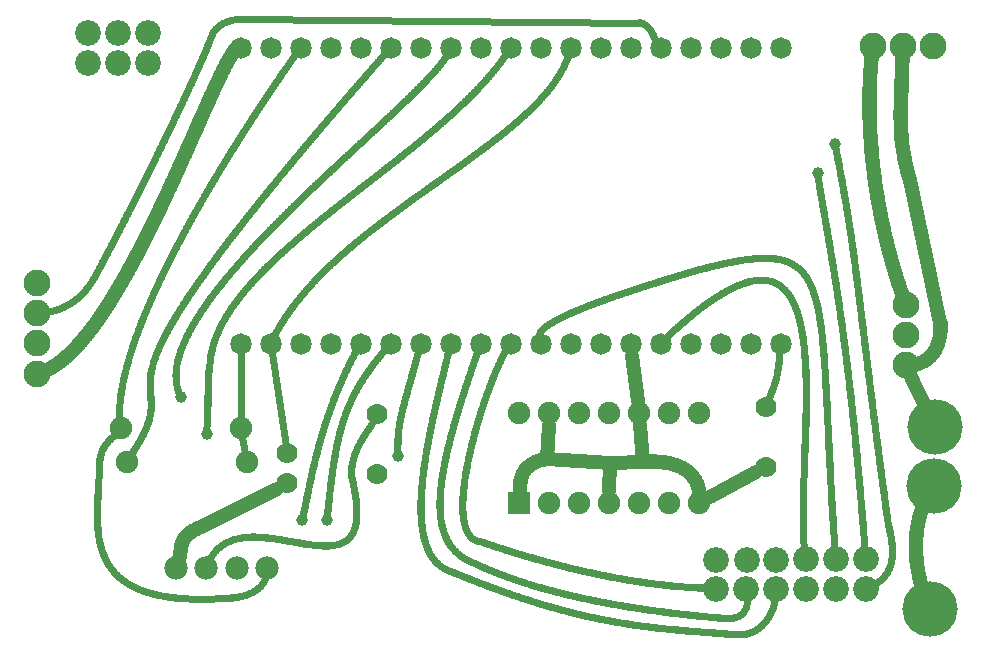
<source format=gtl>
G04 MADE WITH FRITZING*
G04 WWW.FRITZING.ORG*
G04 DOUBLE SIDED*
G04 HOLES PLATED*
G04 CONTOUR ON CENTER OF CONTOUR VECTOR*
%ASAXBY*%
%FSLAX23Y23*%
%MOIN*%
%OFA0B0*%
%SFA1.0B1.0*%
%ADD10C,0.078000*%
%ADD11C,0.039370*%
%ADD12C,0.070000*%
%ADD13C,0.086000*%
%ADD14C,0.071828*%
%ADD15C,0.075000*%
%ADD16C,0.185000*%
%ADD17C,0.089370*%
%ADD18R,0.075000X0.075000*%
%ADD19C,0.024000*%
%ADD20C,0.048000*%
%ADD21R,0.001000X0.001000*%
%LNCOPPER1*%
G90*
G70*
G54D10*
X947Y295D03*
X847Y295D03*
X746Y295D03*
X646Y295D03*
G54D11*
X747Y741D03*
X2842Y1709D03*
X2784Y1612D03*
X1066Y454D03*
X1149Y455D03*
X1384Y669D03*
X662Y863D03*
G54D12*
X1316Y609D03*
X1316Y809D03*
X2612Y631D03*
X2612Y831D03*
G54D13*
X2548Y322D03*
X2844Y323D03*
X2545Y224D03*
X553Y2079D03*
X2744Y223D03*
X2444Y322D03*
X2944Y223D03*
X2645Y322D03*
X553Y1979D03*
X2744Y323D03*
X2444Y224D03*
X2944Y323D03*
X2645Y224D03*
G54D14*
X861Y1042D03*
X962Y1042D03*
X1061Y1042D03*
X1161Y1042D03*
X1261Y1042D03*
X1361Y1042D03*
X1462Y1042D03*
X1561Y1042D03*
X1661Y1042D03*
X1761Y1042D03*
X1861Y1042D03*
X1961Y1042D03*
X2061Y1042D03*
X2161Y1042D03*
X2260Y1042D03*
X2361Y1042D03*
X2460Y1042D03*
X2560Y1042D03*
X2661Y1042D03*
X2661Y2028D03*
X2560Y2028D03*
X2460Y2028D03*
X2361Y2028D03*
X2260Y2028D03*
X2161Y2028D03*
X2061Y2028D03*
X1961Y2028D03*
X1861Y2028D03*
X1761Y2028D03*
X1661Y2028D03*
X1561Y2028D03*
X1462Y2028D03*
X1361Y2028D03*
X1261Y2028D03*
X1161Y2028D03*
X1061Y2028D03*
X962Y2028D03*
X861Y2028D03*
G54D15*
X460Y760D03*
X860Y760D03*
X482Y649D03*
X882Y649D03*
X1789Y511D03*
X1789Y811D03*
X1889Y511D03*
X1889Y811D03*
X1989Y511D03*
X1989Y811D03*
X2089Y511D03*
X2089Y811D03*
X2189Y511D03*
X2189Y811D03*
X2289Y511D03*
X2289Y811D03*
X2389Y511D03*
X2389Y811D03*
G54D16*
X3174Y765D03*
X3158Y156D03*
X3173Y566D03*
G54D17*
X181Y1144D03*
X181Y1243D03*
X2968Y2033D03*
X3079Y970D03*
X181Y942D03*
X3169Y2033D03*
X3079Y1172D03*
X181Y1043D03*
X3067Y2033D03*
X3079Y1070D03*
G54D12*
X1016Y576D03*
X1016Y676D03*
G54D13*
X2845Y223D03*
X451Y1979D03*
X352Y1979D03*
X451Y2079D03*
X352Y2079D03*
G54D18*
X1789Y511D03*
G54D19*
X860Y788D02*
X861Y1012D01*
D02*
X866Y731D02*
X876Y677D01*
G54D20*
D02*
X2579Y614D02*
X2424Y530D01*
D02*
X2203Y648D02*
X2192Y772D01*
D02*
X2203Y648D02*
X2090Y644D01*
D02*
X1882Y656D02*
X1887Y772D01*
D02*
X2090Y644D02*
X2089Y551D01*
D02*
X2090Y644D02*
X1882Y656D01*
G54D19*
D02*
X869Y2123D02*
X2191Y2112D01*
G54D20*
D02*
X3091Y1586D02*
X3193Y1110D01*
D02*
X3155Y806D02*
X3096Y932D01*
G54D19*
D02*
X1012Y702D02*
X966Y1012D01*
G54D20*
D02*
X2184Y851D02*
X2166Y1001D01*
D02*
X982Y559D02*
X728Y430D01*
G54D21*
X857Y2135D02*
X872Y2135D01*
X846Y2134D02*
X874Y2134D01*
X839Y2133D02*
X876Y2133D01*
X833Y2132D02*
X877Y2132D01*
X829Y2131D02*
X878Y2131D01*
X825Y2130D02*
X878Y2130D01*
X821Y2129D02*
X879Y2129D01*
X817Y2128D02*
X879Y2128D01*
X814Y2127D02*
X880Y2127D01*
X811Y2126D02*
X880Y2126D01*
X809Y2125D02*
X880Y2125D01*
X806Y2124D02*
X880Y2124D01*
X2187Y2124D02*
X2193Y2124D01*
X804Y2123D02*
X880Y2123D01*
X2185Y2123D02*
X2196Y2123D01*
X802Y2122D02*
X880Y2122D01*
X2183Y2122D02*
X2199Y2122D01*
X800Y2121D02*
X880Y2121D01*
X2182Y2121D02*
X2201Y2121D01*
X798Y2120D02*
X880Y2120D01*
X2181Y2120D02*
X2204Y2120D01*
X796Y2119D02*
X879Y2119D01*
X2180Y2119D02*
X2206Y2119D01*
X794Y2118D02*
X879Y2118D01*
X2180Y2118D02*
X2207Y2118D01*
X792Y2117D02*
X878Y2117D01*
X2179Y2117D02*
X2209Y2117D01*
X791Y2116D02*
X878Y2116D01*
X2179Y2116D02*
X2211Y2116D01*
X789Y2115D02*
X877Y2115D01*
X2179Y2115D02*
X2213Y2115D01*
X788Y2114D02*
X876Y2114D01*
X2179Y2114D02*
X2214Y2114D01*
X786Y2113D02*
X874Y2113D01*
X2178Y2113D02*
X2216Y2113D01*
X785Y2112D02*
X872Y2112D01*
X2179Y2112D02*
X2217Y2112D01*
X783Y2111D02*
X856Y2111D01*
X2179Y2111D02*
X2218Y2111D01*
X782Y2110D02*
X846Y2110D01*
X2179Y2110D02*
X2220Y2110D01*
X781Y2109D02*
X839Y2109D01*
X2179Y2109D02*
X2221Y2109D01*
X779Y2108D02*
X834Y2108D01*
X2179Y2108D02*
X2222Y2108D01*
X778Y2107D02*
X830Y2107D01*
X2180Y2107D02*
X2223Y2107D01*
X777Y2106D02*
X826Y2106D01*
X2180Y2106D02*
X2224Y2106D01*
X776Y2105D02*
X823Y2105D01*
X2181Y2105D02*
X2225Y2105D01*
X775Y2104D02*
X820Y2104D01*
X2182Y2104D02*
X2226Y2104D01*
X774Y2103D02*
X817Y2103D01*
X2183Y2103D02*
X2227Y2103D01*
X773Y2102D02*
X815Y2102D01*
X2185Y2102D02*
X2228Y2102D01*
X772Y2101D02*
X813Y2101D01*
X2187Y2101D02*
X2229Y2101D01*
X771Y2100D02*
X811Y2100D01*
X2190Y2100D02*
X2230Y2100D01*
X770Y2099D02*
X808Y2099D01*
X2193Y2099D02*
X2231Y2099D01*
X769Y2098D02*
X806Y2098D01*
X2195Y2098D02*
X2232Y2098D01*
X768Y2097D02*
X805Y2097D01*
X2197Y2097D02*
X2233Y2097D01*
X767Y2096D02*
X803Y2096D01*
X2199Y2096D02*
X2233Y2096D01*
X767Y2095D02*
X801Y2095D01*
X2201Y2095D02*
X2234Y2095D01*
X766Y2094D02*
X800Y2094D01*
X2202Y2094D02*
X2235Y2094D01*
X765Y2093D02*
X798Y2093D01*
X2204Y2093D02*
X2236Y2093D01*
X764Y2092D02*
X797Y2092D01*
X2205Y2092D02*
X2236Y2092D01*
X764Y2091D02*
X796Y2091D01*
X2206Y2091D02*
X2237Y2091D01*
X763Y2090D02*
X794Y2090D01*
X2207Y2090D02*
X2238Y2090D01*
X762Y2089D02*
X793Y2089D01*
X2208Y2089D02*
X2238Y2089D01*
X761Y2088D02*
X792Y2088D01*
X2210Y2088D02*
X2239Y2088D01*
X761Y2087D02*
X791Y2087D01*
X2210Y2087D02*
X2240Y2087D01*
X760Y2086D02*
X790Y2086D01*
X2211Y2086D02*
X2240Y2086D01*
X760Y2085D02*
X789Y2085D01*
X2212Y2085D02*
X2241Y2085D01*
X759Y2084D02*
X788Y2084D01*
X2213Y2084D02*
X2241Y2084D01*
X758Y2083D02*
X787Y2083D01*
X2214Y2083D02*
X2242Y2083D01*
X758Y2082D02*
X786Y2082D01*
X2215Y2082D02*
X2243Y2082D01*
X757Y2081D02*
X785Y2081D01*
X2216Y2081D02*
X2243Y2081D01*
X757Y2080D02*
X784Y2080D01*
X2216Y2080D02*
X2244Y2080D01*
X756Y2079D02*
X783Y2079D01*
X2217Y2079D02*
X2244Y2079D01*
X756Y2078D02*
X783Y2078D01*
X2218Y2078D02*
X2245Y2078D01*
X755Y2077D02*
X782Y2077D01*
X2218Y2077D02*
X2245Y2077D01*
X755Y2076D02*
X781Y2076D01*
X2219Y2076D02*
X2246Y2076D01*
X754Y2075D02*
X780Y2075D01*
X2220Y2075D02*
X2246Y2075D01*
X754Y2074D02*
X780Y2074D01*
X2221Y2074D02*
X2247Y2074D01*
X754Y2073D02*
X779Y2073D01*
X2221Y2073D02*
X2247Y2073D01*
X753Y2072D02*
X779Y2072D01*
X2222Y2072D02*
X2248Y2072D01*
X753Y2071D02*
X778Y2071D01*
X2222Y2071D02*
X2248Y2071D01*
X752Y2070D02*
X778Y2070D01*
X2223Y2070D02*
X2249Y2070D01*
X752Y2069D02*
X777Y2069D01*
X2223Y2069D02*
X2249Y2069D01*
X752Y2068D02*
X777Y2068D01*
X2224Y2068D02*
X2250Y2068D01*
X752Y2067D02*
X776Y2067D01*
X2224Y2067D02*
X2250Y2067D01*
X751Y2066D02*
X776Y2066D01*
X2225Y2066D02*
X2250Y2066D01*
X751Y2065D02*
X775Y2065D01*
X2225Y2065D02*
X2251Y2065D01*
X751Y2064D02*
X775Y2064D01*
X2226Y2064D02*
X2251Y2064D01*
X750Y2063D02*
X775Y2063D01*
X2226Y2063D02*
X2252Y2063D01*
X750Y2062D02*
X774Y2062D01*
X2227Y2062D02*
X2252Y2062D01*
X749Y2061D02*
X774Y2061D01*
X2227Y2061D02*
X2252Y2061D01*
X749Y2060D02*
X774Y2060D01*
X2228Y2060D02*
X2253Y2060D01*
X749Y2059D02*
X773Y2059D01*
X2228Y2059D02*
X2253Y2059D01*
X748Y2058D02*
X773Y2058D01*
X2229Y2058D02*
X2254Y2058D01*
X748Y2057D02*
X773Y2057D01*
X2229Y2057D02*
X2254Y2057D01*
X2961Y2057D02*
X2973Y2057D01*
X3061Y2057D02*
X3072Y2057D01*
X747Y2056D02*
X772Y2056D01*
X2230Y2056D02*
X2254Y2056D01*
X2958Y2056D02*
X2975Y2056D01*
X3058Y2056D02*
X3075Y2056D01*
X747Y2055D02*
X772Y2055D01*
X849Y2055D02*
X862Y2055D01*
X2230Y2055D02*
X2255Y2055D01*
X2956Y2055D02*
X2978Y2055D01*
X3056Y2055D02*
X3077Y2055D01*
X746Y2054D02*
X771Y2054D01*
X845Y2054D02*
X865Y2054D01*
X2230Y2054D02*
X2255Y2054D01*
X2955Y2054D02*
X2979Y2054D01*
X3054Y2054D02*
X3079Y2054D01*
X746Y2053D02*
X771Y2053D01*
X843Y2053D02*
X868Y2053D01*
X2231Y2053D02*
X2255Y2053D01*
X2953Y2053D02*
X2981Y2053D01*
X3052Y2053D02*
X3080Y2053D01*
X746Y2052D02*
X771Y2052D01*
X841Y2052D02*
X870Y2052D01*
X2231Y2052D02*
X2256Y2052D01*
X2952Y2052D02*
X2982Y2052D01*
X3051Y2052D02*
X3081Y2052D01*
X745Y2051D02*
X770Y2051D01*
X839Y2051D02*
X871Y2051D01*
X2232Y2051D02*
X2256Y2051D01*
X2951Y2051D02*
X2983Y2051D01*
X3050Y2051D02*
X3083Y2051D01*
X745Y2050D02*
X770Y2050D01*
X837Y2050D02*
X873Y2050D01*
X2232Y2050D02*
X2256Y2050D01*
X2950Y2050D02*
X2984Y2050D01*
X3049Y2050D02*
X3083Y2050D01*
X744Y2049D02*
X769Y2049D01*
X836Y2049D02*
X874Y2049D01*
X2232Y2049D02*
X2257Y2049D01*
X2949Y2049D02*
X2985Y2049D01*
X3048Y2049D02*
X3084Y2049D01*
X744Y2048D02*
X769Y2048D01*
X835Y2048D02*
X875Y2048D01*
X2233Y2048D02*
X2257Y2048D01*
X2948Y2048D02*
X2986Y2048D01*
X3047Y2048D02*
X3085Y2048D01*
X744Y2047D02*
X769Y2047D01*
X833Y2047D02*
X876Y2047D01*
X2233Y2047D02*
X2257Y2047D01*
X2947Y2047D02*
X2986Y2047D01*
X3047Y2047D02*
X3086Y2047D01*
X743Y2046D02*
X768Y2046D01*
X832Y2046D02*
X877Y2046D01*
X2233Y2046D02*
X2258Y2046D01*
X2947Y2046D02*
X2987Y2046D01*
X3046Y2046D02*
X3086Y2046D01*
X743Y2045D02*
X768Y2045D01*
X831Y2045D02*
X878Y2045D01*
X2234Y2045D02*
X2258Y2045D01*
X2946Y2045D02*
X2988Y2045D01*
X3046Y2045D02*
X3087Y2045D01*
X742Y2044D02*
X767Y2044D01*
X830Y2044D02*
X879Y2044D01*
X2234Y2044D02*
X2258Y2044D01*
X2946Y2044D02*
X2988Y2044D01*
X3045Y2044D02*
X3087Y2044D01*
X742Y2043D02*
X767Y2043D01*
X829Y2043D02*
X880Y2043D01*
X2234Y2043D02*
X2259Y2043D01*
X2945Y2043D02*
X2989Y2043D01*
X3045Y2043D02*
X3088Y2043D01*
X741Y2042D02*
X766Y2042D01*
X828Y2042D02*
X880Y2042D01*
X2235Y2042D02*
X2259Y2042D01*
X2945Y2042D02*
X2989Y2042D01*
X3044Y2042D02*
X3088Y2042D01*
X741Y2041D02*
X766Y2041D01*
X827Y2041D02*
X881Y2041D01*
X2235Y2041D02*
X2260Y2041D01*
X2945Y2041D02*
X2989Y2041D01*
X3044Y2041D02*
X3089Y2041D01*
X741Y2040D02*
X766Y2040D01*
X826Y2040D02*
X881Y2040D01*
X1057Y2040D02*
X1064Y2040D01*
X1357Y2040D02*
X1365Y2040D01*
X1556Y2040D02*
X1564Y2040D01*
X1756Y2040D02*
X1764Y2040D01*
X1957Y2040D02*
X1965Y2040D01*
X2235Y2040D02*
X2264Y2040D01*
X2944Y2040D02*
X2990Y2040D01*
X3044Y2040D02*
X3089Y2040D01*
X740Y2039D02*
X765Y2039D01*
X825Y2039D02*
X882Y2039D01*
X1055Y2039D02*
X1066Y2039D01*
X1355Y2039D02*
X1366Y2039D01*
X1554Y2039D02*
X1566Y2039D01*
X1754Y2039D02*
X1766Y2039D01*
X1955Y2039D02*
X1967Y2039D01*
X2236Y2039D02*
X2266Y2039D01*
X2944Y2039D02*
X2990Y2039D01*
X3043Y2039D02*
X3089Y2039D01*
X740Y2038D02*
X765Y2038D01*
X824Y2038D02*
X882Y2038D01*
X1053Y2038D02*
X1068Y2038D01*
X1353Y2038D02*
X1368Y2038D01*
X1553Y2038D02*
X1568Y2038D01*
X1753Y2038D02*
X1767Y2038D01*
X1953Y2038D02*
X1968Y2038D01*
X2236Y2038D02*
X2267Y2038D01*
X2944Y2038D02*
X2990Y2038D01*
X3043Y2038D02*
X3089Y2038D01*
X739Y2037D02*
X764Y2037D01*
X824Y2037D02*
X883Y2037D01*
X1052Y2037D02*
X1069Y2037D01*
X1352Y2037D02*
X1369Y2037D01*
X1552Y2037D02*
X1569Y2037D01*
X1752Y2037D02*
X1768Y2037D01*
X1952Y2037D02*
X1969Y2037D01*
X2236Y2037D02*
X2268Y2037D01*
X2944Y2037D02*
X2990Y2037D01*
X3043Y2037D02*
X3090Y2037D01*
X739Y2036D02*
X764Y2036D01*
X823Y2036D02*
X883Y2036D01*
X1051Y2036D02*
X1070Y2036D01*
X1351Y2036D02*
X1370Y2036D01*
X1551Y2036D02*
X1569Y2036D01*
X1751Y2036D02*
X1769Y2036D01*
X1952Y2036D02*
X1970Y2036D01*
X2237Y2036D02*
X2269Y2036D01*
X2944Y2036D02*
X2990Y2036D01*
X3043Y2036D02*
X3090Y2036D01*
X739Y2035D02*
X764Y2035D01*
X822Y2035D02*
X883Y2035D01*
X1051Y2035D02*
X1070Y2035D01*
X1350Y2035D02*
X1370Y2035D01*
X1551Y2035D02*
X1570Y2035D01*
X1750Y2035D02*
X1770Y2035D01*
X1951Y2035D02*
X1970Y2035D01*
X2237Y2035D02*
X2270Y2035D01*
X2943Y2035D02*
X2990Y2035D01*
X3043Y2035D02*
X3090Y2035D01*
X738Y2034D02*
X763Y2034D01*
X821Y2034D02*
X884Y2034D01*
X1050Y2034D02*
X1071Y2034D01*
X1350Y2034D02*
X1371Y2034D01*
X1550Y2034D02*
X1571Y2034D01*
X1750Y2034D02*
X1770Y2034D01*
X1950Y2034D02*
X1971Y2034D01*
X2237Y2034D02*
X2270Y2034D01*
X2943Y2034D02*
X2990Y2034D01*
X3043Y2034D02*
X3090Y2034D01*
X738Y2033D02*
X763Y2033D01*
X820Y2033D02*
X884Y2033D01*
X1049Y2033D02*
X1071Y2033D01*
X1349Y2033D02*
X1371Y2033D01*
X1550Y2033D02*
X1571Y2033D01*
X1749Y2033D02*
X1771Y2033D01*
X1950Y2033D02*
X1971Y2033D01*
X2238Y2033D02*
X2270Y2033D01*
X2943Y2033D02*
X2990Y2033D01*
X3043Y2033D02*
X3090Y2033D01*
X737Y2032D02*
X762Y2032D01*
X820Y2032D02*
X884Y2032D01*
X1049Y2032D02*
X1072Y2032D01*
X1348Y2032D02*
X1372Y2032D01*
X1549Y2032D02*
X1571Y2032D01*
X1748Y2032D02*
X1771Y2032D01*
X1950Y2032D02*
X1972Y2032D01*
X2238Y2032D02*
X2271Y2032D01*
X2943Y2032D02*
X2990Y2032D01*
X3043Y2032D02*
X3090Y2032D01*
X737Y2031D02*
X762Y2031D01*
X819Y2031D02*
X884Y2031D01*
X1048Y2031D02*
X1072Y2031D01*
X1347Y2031D02*
X1372Y2031D01*
X1549Y2031D02*
X1572Y2031D01*
X1748Y2031D02*
X1771Y2031D01*
X1949Y2031D02*
X1972Y2031D01*
X2239Y2031D02*
X2271Y2031D01*
X2943Y2031D02*
X2990Y2031D01*
X3043Y2031D02*
X3090Y2031D01*
X737Y2030D02*
X762Y2030D01*
X818Y2030D02*
X884Y2030D01*
X1047Y2030D02*
X1072Y2030D01*
X1346Y2030D02*
X1372Y2030D01*
X1549Y2030D02*
X1572Y2030D01*
X1747Y2030D02*
X1771Y2030D01*
X1949Y2030D02*
X1972Y2030D01*
X2239Y2030D02*
X2271Y2030D01*
X2943Y2030D02*
X2990Y2030D01*
X3043Y2030D02*
X3090Y2030D01*
X736Y2029D02*
X761Y2029D01*
X817Y2029D02*
X884Y2029D01*
X1046Y2029D02*
X1072Y2029D01*
X1345Y2029D02*
X1372Y2029D01*
X1548Y2029D02*
X1572Y2029D01*
X1746Y2029D02*
X1771Y2029D01*
X1949Y2029D02*
X1972Y2029D01*
X2239Y2029D02*
X2271Y2029D01*
X2943Y2029D02*
X2990Y2029D01*
X3043Y2029D02*
X3090Y2029D01*
X736Y2028D02*
X761Y2028D01*
X817Y2028D02*
X884Y2028D01*
X1046Y2028D02*
X1072Y2028D01*
X1344Y2028D02*
X1372Y2028D01*
X1548Y2028D02*
X1572Y2028D01*
X1746Y2028D02*
X1771Y2028D01*
X1949Y2028D02*
X1972Y2028D01*
X2240Y2028D02*
X2271Y2028D01*
X2943Y2028D02*
X2990Y2028D01*
X3043Y2028D02*
X3090Y2028D01*
X735Y2027D02*
X760Y2027D01*
X816Y2027D02*
X884Y2027D01*
X1045Y2027D02*
X1072Y2027D01*
X1343Y2027D02*
X1372Y2027D01*
X1548Y2027D02*
X1572Y2027D01*
X1745Y2027D02*
X1771Y2027D01*
X1948Y2027D02*
X1972Y2027D01*
X2240Y2027D02*
X2271Y2027D01*
X2943Y2027D02*
X2990Y2027D01*
X3043Y2027D02*
X3090Y2027D01*
X735Y2026D02*
X760Y2026D01*
X815Y2026D02*
X884Y2026D01*
X1044Y2026D02*
X1072Y2026D01*
X1343Y2026D02*
X1372Y2026D01*
X1547Y2026D02*
X1571Y2026D01*
X1744Y2026D02*
X1771Y2026D01*
X1948Y2026D02*
X1972Y2026D01*
X2240Y2026D02*
X2271Y2026D01*
X2942Y2026D02*
X2990Y2026D01*
X3043Y2026D02*
X3090Y2026D01*
X734Y2025D02*
X759Y2025D01*
X815Y2025D02*
X884Y2025D01*
X1044Y2025D02*
X1071Y2025D01*
X1342Y2025D02*
X1371Y2025D01*
X1547Y2025D02*
X1571Y2025D01*
X1744Y2025D02*
X1771Y2025D01*
X1948Y2025D02*
X1972Y2025D01*
X2241Y2025D02*
X2271Y2025D01*
X2942Y2025D02*
X2990Y2025D01*
X3043Y2025D02*
X3090Y2025D01*
X734Y2024D02*
X759Y2024D01*
X814Y2024D02*
X884Y2024D01*
X1043Y2024D02*
X1071Y2024D01*
X1341Y2024D02*
X1371Y2024D01*
X1547Y2024D02*
X1571Y2024D01*
X1743Y2024D02*
X1770Y2024D01*
X1948Y2024D02*
X1971Y2024D01*
X2241Y2024D02*
X2270Y2024D01*
X2942Y2024D02*
X2990Y2024D01*
X3043Y2024D02*
X3090Y2024D01*
X734Y2023D02*
X759Y2023D01*
X813Y2023D02*
X883Y2023D01*
X1042Y2023D02*
X1070Y2023D01*
X1340Y2023D02*
X1371Y2023D01*
X1546Y2023D02*
X1571Y2023D01*
X1743Y2023D02*
X1770Y2023D01*
X1947Y2023D02*
X1971Y2023D01*
X2242Y2023D02*
X2270Y2023D01*
X2942Y2023D02*
X2989Y2023D01*
X3043Y2023D02*
X3090Y2023D01*
X733Y2022D02*
X758Y2022D01*
X813Y2022D02*
X883Y2022D01*
X1041Y2022D02*
X1070Y2022D01*
X1339Y2022D02*
X1370Y2022D01*
X1546Y2022D02*
X1570Y2022D01*
X1742Y2022D02*
X1769Y2022D01*
X1947Y2022D02*
X1971Y2022D01*
X2242Y2022D02*
X2269Y2022D01*
X2942Y2022D02*
X2989Y2022D01*
X3043Y2022D02*
X3090Y2022D01*
X733Y2021D02*
X758Y2021D01*
X812Y2021D02*
X883Y2021D01*
X1041Y2021D02*
X1069Y2021D01*
X1338Y2021D02*
X1369Y2021D01*
X1545Y2021D02*
X1570Y2021D01*
X1741Y2021D02*
X1769Y2021D01*
X1947Y2021D02*
X1971Y2021D01*
X2243Y2021D02*
X2268Y2021D01*
X2942Y2021D02*
X2989Y2021D01*
X3043Y2021D02*
X3090Y2021D01*
X732Y2020D02*
X757Y2020D01*
X811Y2020D02*
X883Y2020D01*
X1040Y2020D02*
X1068Y2020D01*
X1337Y2020D02*
X1368Y2020D01*
X1545Y2020D02*
X1570Y2020D01*
X1741Y2020D02*
X1768Y2020D01*
X1947Y2020D02*
X1970Y2020D01*
X2244Y2020D02*
X2268Y2020D01*
X2942Y2020D02*
X2989Y2020D01*
X3043Y2020D02*
X3090Y2020D01*
X732Y2019D02*
X757Y2019D01*
X811Y2019D02*
X882Y2019D01*
X1039Y2019D02*
X1068Y2019D01*
X1336Y2019D02*
X1367Y2019D01*
X1544Y2019D02*
X1569Y2019D01*
X1740Y2019D02*
X1767Y2019D01*
X1946Y2019D02*
X1970Y2019D01*
X2244Y2019D02*
X2267Y2019D01*
X2942Y2019D02*
X2989Y2019D01*
X3043Y2019D02*
X3090Y2019D01*
X731Y2018D02*
X757Y2018D01*
X810Y2018D02*
X882Y2018D01*
X1039Y2018D02*
X1067Y2018D01*
X1336Y2018D02*
X1366Y2018D01*
X1544Y2018D02*
X1569Y2018D01*
X1739Y2018D02*
X1767Y2018D01*
X1946Y2018D02*
X1970Y2018D01*
X2245Y2018D02*
X2266Y2018D01*
X2942Y2018D02*
X2989Y2018D01*
X3043Y2018D02*
X3090Y2018D01*
X731Y2017D02*
X756Y2017D01*
X809Y2017D02*
X881Y2017D01*
X1038Y2017D02*
X1066Y2017D01*
X1335Y2017D02*
X1366Y2017D01*
X1543Y2017D02*
X1569Y2017D01*
X1739Y2017D02*
X1766Y2017D01*
X1946Y2017D02*
X1970Y2017D01*
X2246Y2017D02*
X2265Y2017D01*
X2941Y2017D02*
X2989Y2017D01*
X3043Y2017D02*
X3090Y2017D01*
X731Y2016D02*
X756Y2016D01*
X809Y2016D02*
X881Y2016D01*
X1037Y2016D02*
X1066Y2016D01*
X1334Y2016D02*
X1365Y2016D01*
X1543Y2016D02*
X1568Y2016D01*
X1738Y2016D02*
X1766Y2016D01*
X1946Y2016D02*
X1969Y2016D01*
X2247Y2016D02*
X2264Y2016D01*
X2941Y2016D02*
X2989Y2016D01*
X3043Y2016D02*
X3090Y2016D01*
X730Y2015D02*
X755Y2015D01*
X808Y2015D02*
X880Y2015D01*
X1036Y2015D02*
X1065Y2015D01*
X1333Y2015D02*
X1364Y2015D01*
X1542Y2015D02*
X1568Y2015D01*
X1737Y2015D02*
X1765Y2015D01*
X1945Y2015D02*
X1969Y2015D01*
X2249Y2015D02*
X2263Y2015D01*
X2941Y2015D02*
X2989Y2015D01*
X3043Y2015D02*
X3090Y2015D01*
X730Y2014D02*
X755Y2014D01*
X808Y2014D02*
X879Y2014D01*
X1036Y2014D02*
X1064Y2014D01*
X1332Y2014D02*
X1363Y2014D01*
X1542Y2014D02*
X1567Y2014D01*
X1737Y2014D02*
X1764Y2014D01*
X1945Y2014D02*
X1969Y2014D01*
X2251Y2014D02*
X2261Y2014D01*
X2941Y2014D02*
X2988Y2014D01*
X3043Y2014D02*
X3090Y2014D01*
X729Y2013D02*
X754Y2013D01*
X807Y2013D02*
X878Y2013D01*
X1035Y2013D02*
X1063Y2013D01*
X1331Y2013D02*
X1362Y2013D01*
X1541Y2013D02*
X1567Y2013D01*
X1736Y2013D02*
X1764Y2013D01*
X1945Y2013D02*
X1969Y2013D01*
X2253Y2013D02*
X2258Y2013D01*
X2941Y2013D02*
X2988Y2013D01*
X3043Y2013D02*
X3090Y2013D01*
X729Y2012D02*
X754Y2012D01*
X806Y2012D02*
X877Y2012D01*
X1034Y2012D02*
X1063Y2012D01*
X1330Y2012D02*
X1361Y2012D01*
X1541Y2012D02*
X1566Y2012D01*
X1735Y2012D02*
X1763Y2012D01*
X1944Y2012D02*
X1968Y2012D01*
X2941Y2012D02*
X2988Y2012D01*
X3043Y2012D02*
X3090Y2012D01*
X728Y2011D02*
X754Y2011D01*
X806Y2011D02*
X876Y2011D01*
X1034Y2011D02*
X1062Y2011D01*
X1329Y2011D02*
X1360Y2011D01*
X1540Y2011D02*
X1566Y2011D01*
X1735Y2011D02*
X1762Y2011D01*
X1944Y2011D02*
X1968Y2011D01*
X2941Y2011D02*
X2988Y2011D01*
X3043Y2011D02*
X3090Y2011D01*
X728Y2010D02*
X753Y2010D01*
X805Y2010D02*
X875Y2010D01*
X1033Y2010D02*
X1061Y2010D01*
X1328Y2010D02*
X1359Y2010D01*
X1539Y2010D02*
X1566Y2010D01*
X1734Y2010D02*
X1762Y2010D01*
X1944Y2010D02*
X1968Y2010D01*
X2941Y2010D02*
X2988Y2010D01*
X3043Y2010D02*
X3090Y2010D01*
X728Y2009D02*
X753Y2009D01*
X805Y2009D02*
X874Y2009D01*
X1032Y2009D02*
X1061Y2009D01*
X1328Y2009D02*
X1359Y2009D01*
X1539Y2009D02*
X1565Y2009D01*
X1733Y2009D02*
X1761Y2009D01*
X1943Y2009D02*
X1967Y2009D01*
X2941Y2009D02*
X2988Y2009D01*
X3043Y2009D02*
X3090Y2009D01*
X727Y2008D02*
X752Y2008D01*
X804Y2008D02*
X872Y2008D01*
X1031Y2008D02*
X1060Y2008D01*
X1327Y2008D02*
X1358Y2008D01*
X1538Y2008D02*
X1565Y2008D01*
X1733Y2008D02*
X1760Y2008D01*
X1943Y2008D02*
X1967Y2008D01*
X2941Y2008D02*
X2988Y2008D01*
X3043Y2008D02*
X3090Y2008D01*
X727Y2007D02*
X752Y2007D01*
X803Y2007D02*
X870Y2007D01*
X1031Y2007D02*
X1059Y2007D01*
X1326Y2007D02*
X1357Y2007D01*
X1537Y2007D02*
X1564Y2007D01*
X1732Y2007D02*
X1760Y2007D01*
X1943Y2007D02*
X1967Y2007D01*
X2940Y2007D02*
X2988Y2007D01*
X3043Y2007D02*
X3090Y2007D01*
X726Y2006D02*
X751Y2006D01*
X803Y2006D02*
X867Y2006D01*
X1030Y2006D02*
X1058Y2006D01*
X1325Y2006D02*
X1356Y2006D01*
X1537Y2006D02*
X1564Y2006D01*
X1731Y2006D02*
X1759Y2006D01*
X1942Y2006D02*
X1967Y2006D01*
X2940Y2006D02*
X2988Y2006D01*
X3043Y2006D02*
X3090Y2006D01*
X726Y2005D02*
X751Y2005D01*
X802Y2005D02*
X862Y2005D01*
X1029Y2005D02*
X1058Y2005D01*
X1324Y2005D02*
X1355Y2005D01*
X1536Y2005D02*
X1563Y2005D01*
X1730Y2005D02*
X1759Y2005D01*
X1942Y2005D02*
X1966Y2005D01*
X2940Y2005D02*
X2987Y2005D01*
X3043Y2005D02*
X3090Y2005D01*
X725Y2004D02*
X751Y2004D01*
X802Y2004D02*
X857Y2004D01*
X1029Y2004D02*
X1057Y2004D01*
X1323Y2004D02*
X1354Y2004D01*
X1536Y2004D02*
X1562Y2004D01*
X1730Y2004D02*
X1758Y2004D01*
X1942Y2004D02*
X1966Y2004D01*
X2940Y2004D02*
X2987Y2004D01*
X3043Y2004D02*
X3090Y2004D01*
X725Y2003D02*
X750Y2003D01*
X801Y2003D02*
X857Y2003D01*
X1028Y2003D02*
X1056Y2003D01*
X1322Y2003D02*
X1353Y2003D01*
X1535Y2003D02*
X1562Y2003D01*
X1729Y2003D02*
X1757Y2003D01*
X1941Y2003D02*
X1966Y2003D01*
X2940Y2003D02*
X2987Y2003D01*
X3043Y2003D02*
X3090Y2003D01*
X725Y2002D02*
X750Y2002D01*
X800Y2002D02*
X856Y2002D01*
X1027Y2002D02*
X1056Y2002D01*
X1321Y2002D02*
X1352Y2002D01*
X1534Y2002D02*
X1561Y2002D01*
X1728Y2002D02*
X1756Y2002D01*
X1941Y2002D02*
X1965Y2002D01*
X2940Y2002D02*
X2987Y2002D01*
X3043Y2002D02*
X3090Y2002D01*
X724Y2001D02*
X749Y2001D01*
X800Y2001D02*
X855Y2001D01*
X1026Y2001D02*
X1055Y2001D01*
X1321Y2001D02*
X1352Y2001D01*
X1534Y2001D02*
X1561Y2001D01*
X1728Y2001D02*
X1756Y2001D01*
X1941Y2001D02*
X1965Y2001D01*
X2940Y2001D02*
X2987Y2001D01*
X3043Y2001D02*
X3090Y2001D01*
X724Y2000D02*
X749Y2000D01*
X799Y2000D02*
X855Y2000D01*
X1026Y2000D02*
X1054Y2000D01*
X1320Y2000D02*
X1351Y2000D01*
X1533Y2000D02*
X1560Y2000D01*
X1727Y2000D02*
X1755Y2000D01*
X1940Y2000D02*
X1965Y2000D01*
X2940Y2000D02*
X2987Y2000D01*
X3043Y2000D02*
X3090Y2000D01*
X723Y1999D02*
X748Y1999D01*
X799Y1999D02*
X854Y1999D01*
X1025Y1999D02*
X1053Y1999D01*
X1319Y1999D02*
X1350Y1999D01*
X1532Y1999D02*
X1560Y1999D01*
X1726Y1999D02*
X1754Y1999D01*
X1940Y1999D02*
X1964Y1999D01*
X2940Y1999D02*
X2987Y1999D01*
X3043Y1999D02*
X3090Y1999D01*
X723Y1998D02*
X748Y1998D01*
X798Y1998D02*
X853Y1998D01*
X1024Y1998D02*
X1053Y1998D01*
X1318Y1998D02*
X1349Y1998D01*
X1531Y1998D02*
X1559Y1998D01*
X1726Y1998D02*
X1754Y1998D01*
X1940Y1998D02*
X1964Y1998D01*
X2940Y1998D02*
X2987Y1998D01*
X3043Y1998D02*
X3090Y1998D01*
X722Y1997D02*
X747Y1997D01*
X798Y1997D02*
X853Y1997D01*
X1024Y1997D02*
X1052Y1997D01*
X1317Y1997D02*
X1348Y1997D01*
X1531Y1997D02*
X1559Y1997D01*
X1725Y1997D02*
X1753Y1997D01*
X1939Y1997D02*
X1964Y1997D01*
X2940Y1997D02*
X2987Y1997D01*
X3043Y1997D02*
X3090Y1997D01*
X722Y1996D02*
X747Y1996D01*
X797Y1996D02*
X852Y1996D01*
X1023Y1996D02*
X1051Y1996D01*
X1316Y1996D02*
X1347Y1996D01*
X1530Y1996D02*
X1558Y1996D01*
X1724Y1996D02*
X1752Y1996D01*
X1939Y1996D02*
X1963Y1996D01*
X2939Y1996D02*
X2987Y1996D01*
X3043Y1996D02*
X3090Y1996D01*
X721Y1995D02*
X747Y1995D01*
X797Y1995D02*
X851Y1995D01*
X1022Y1995D02*
X1051Y1995D01*
X1315Y1995D02*
X1346Y1995D01*
X1529Y1995D02*
X1557Y1995D01*
X1723Y1995D02*
X1752Y1995D01*
X1938Y1995D02*
X1963Y1995D01*
X2939Y1995D02*
X2987Y1995D01*
X3043Y1995D02*
X3090Y1995D01*
X721Y1994D02*
X746Y1994D01*
X796Y1994D02*
X851Y1994D01*
X1021Y1994D02*
X1050Y1994D01*
X1314Y1994D02*
X1345Y1994D01*
X1529Y1994D02*
X1557Y1994D01*
X1723Y1994D02*
X1751Y1994D01*
X1938Y1994D02*
X1963Y1994D01*
X2939Y1994D02*
X2986Y1994D01*
X3043Y1994D02*
X3090Y1994D01*
X721Y1993D02*
X746Y1993D01*
X796Y1993D02*
X850Y1993D01*
X1021Y1993D02*
X1049Y1993D01*
X1314Y1993D02*
X1345Y1993D01*
X1528Y1993D02*
X1556Y1993D01*
X1722Y1993D02*
X1750Y1993D01*
X1938Y1993D02*
X1962Y1993D01*
X2939Y1993D02*
X2986Y1993D01*
X3043Y1993D02*
X3090Y1993D01*
X720Y1992D02*
X745Y1992D01*
X795Y1992D02*
X849Y1992D01*
X1020Y1992D02*
X1048Y1992D01*
X1313Y1992D02*
X1344Y1992D01*
X1527Y1992D02*
X1555Y1992D01*
X1721Y1992D02*
X1750Y1992D01*
X1937Y1992D02*
X1962Y1992D01*
X2939Y1992D02*
X2986Y1992D01*
X3043Y1992D02*
X3090Y1992D01*
X720Y1991D02*
X745Y1991D01*
X795Y1991D02*
X849Y1991D01*
X1019Y1991D02*
X1048Y1991D01*
X1312Y1991D02*
X1343Y1991D01*
X1526Y1991D02*
X1555Y1991D01*
X1720Y1991D02*
X1749Y1991D01*
X1937Y1991D02*
X1961Y1991D01*
X2939Y1991D02*
X2986Y1991D01*
X3043Y1991D02*
X3090Y1991D01*
X719Y1990D02*
X744Y1990D01*
X794Y1990D02*
X848Y1990D01*
X1019Y1990D02*
X1047Y1990D01*
X1311Y1990D02*
X1342Y1990D01*
X1526Y1990D02*
X1554Y1990D01*
X1720Y1990D02*
X1748Y1990D01*
X1936Y1990D02*
X1961Y1990D01*
X2939Y1990D02*
X2986Y1990D01*
X3043Y1990D02*
X3090Y1990D01*
X719Y1989D02*
X744Y1989D01*
X793Y1989D02*
X847Y1989D01*
X1018Y1989D02*
X1046Y1989D01*
X1310Y1989D02*
X1341Y1989D01*
X1525Y1989D02*
X1553Y1989D01*
X1719Y1989D02*
X1748Y1989D01*
X1936Y1989D02*
X1961Y1989D01*
X2939Y1989D02*
X2986Y1989D01*
X3043Y1989D02*
X3090Y1989D01*
X718Y1988D02*
X744Y1988D01*
X793Y1988D02*
X847Y1988D01*
X1017Y1988D02*
X1046Y1988D01*
X1309Y1988D02*
X1340Y1988D01*
X1524Y1988D02*
X1553Y1988D01*
X1718Y1988D02*
X1747Y1988D01*
X1936Y1988D02*
X1960Y1988D01*
X2939Y1988D02*
X2986Y1988D01*
X3043Y1988D02*
X3090Y1988D01*
X718Y1987D02*
X743Y1987D01*
X792Y1987D02*
X846Y1987D01*
X1017Y1987D02*
X1045Y1987D01*
X1308Y1987D02*
X1339Y1987D01*
X1523Y1987D02*
X1552Y1987D01*
X1718Y1987D02*
X1746Y1987D01*
X1935Y1987D02*
X1960Y1987D01*
X2939Y1987D02*
X2986Y1987D01*
X3043Y1987D02*
X3090Y1987D01*
X718Y1986D02*
X743Y1986D01*
X792Y1986D02*
X846Y1986D01*
X1016Y1986D02*
X1044Y1986D01*
X1307Y1986D02*
X1338Y1986D01*
X1523Y1986D02*
X1551Y1986D01*
X1717Y1986D02*
X1745Y1986D01*
X1935Y1986D02*
X1960Y1986D01*
X2939Y1986D02*
X2986Y1986D01*
X3043Y1986D02*
X3090Y1986D01*
X717Y1985D02*
X742Y1985D01*
X791Y1985D02*
X845Y1985D01*
X1015Y1985D02*
X1044Y1985D01*
X1307Y1985D02*
X1337Y1985D01*
X1522Y1985D02*
X1551Y1985D01*
X1716Y1985D02*
X1745Y1985D01*
X1934Y1985D02*
X1959Y1985D01*
X2938Y1985D02*
X2986Y1985D01*
X3043Y1985D02*
X3090Y1985D01*
X717Y1984D02*
X742Y1984D01*
X791Y1984D02*
X844Y1984D01*
X1015Y1984D02*
X1043Y1984D01*
X1306Y1984D02*
X1337Y1984D01*
X1521Y1984D02*
X1550Y1984D01*
X1715Y1984D02*
X1744Y1984D01*
X1934Y1984D02*
X1959Y1984D01*
X2938Y1984D02*
X2986Y1984D01*
X3043Y1984D02*
X3090Y1984D01*
X716Y1983D02*
X741Y1983D01*
X790Y1983D02*
X844Y1983D01*
X1014Y1983D02*
X1042Y1983D01*
X1305Y1983D02*
X1336Y1983D01*
X1520Y1983D02*
X1549Y1983D01*
X1715Y1983D02*
X1743Y1983D01*
X1933Y1983D02*
X1958Y1983D01*
X2938Y1983D02*
X2985Y1983D01*
X3043Y1983D02*
X3090Y1983D01*
X716Y1982D02*
X741Y1982D01*
X790Y1982D02*
X843Y1982D01*
X1013Y1982D02*
X1041Y1982D01*
X1304Y1982D02*
X1335Y1982D01*
X1519Y1982D02*
X1549Y1982D01*
X1714Y1982D02*
X1743Y1982D01*
X1933Y1982D02*
X1958Y1982D01*
X2938Y1982D02*
X2985Y1982D01*
X3043Y1982D02*
X3090Y1982D01*
X715Y1981D02*
X741Y1981D01*
X789Y1981D02*
X843Y1981D01*
X1012Y1981D02*
X1041Y1981D01*
X1303Y1981D02*
X1334Y1981D01*
X1519Y1981D02*
X1548Y1981D01*
X1713Y1981D02*
X1742Y1981D01*
X1933Y1981D02*
X1958Y1981D01*
X2938Y1981D02*
X2985Y1981D01*
X3043Y1981D02*
X3090Y1981D01*
X715Y1980D02*
X740Y1980D01*
X789Y1980D02*
X842Y1980D01*
X1012Y1980D02*
X1040Y1980D01*
X1302Y1980D02*
X1333Y1980D01*
X1518Y1980D02*
X1547Y1980D01*
X1712Y1980D02*
X1741Y1980D01*
X1932Y1980D02*
X1957Y1980D01*
X2938Y1980D02*
X2985Y1980D01*
X3043Y1980D02*
X3090Y1980D01*
X715Y1979D02*
X740Y1979D01*
X788Y1979D02*
X842Y1979D01*
X1011Y1979D02*
X1039Y1979D01*
X1301Y1979D02*
X1332Y1979D01*
X1517Y1979D02*
X1546Y1979D01*
X1711Y1979D02*
X1740Y1979D01*
X1932Y1979D02*
X1957Y1979D01*
X2938Y1979D02*
X2985Y1979D01*
X3043Y1979D02*
X3090Y1979D01*
X714Y1978D02*
X739Y1978D01*
X788Y1978D02*
X841Y1978D01*
X1010Y1978D02*
X1039Y1978D01*
X1300Y1978D02*
X1331Y1978D01*
X1516Y1978D02*
X1546Y1978D01*
X1711Y1978D02*
X1740Y1978D01*
X1931Y1978D02*
X1956Y1978D01*
X2938Y1978D02*
X2985Y1978D01*
X3042Y1978D02*
X3090Y1978D01*
X714Y1977D02*
X739Y1977D01*
X787Y1977D02*
X840Y1977D01*
X1010Y1977D02*
X1038Y1977D01*
X1299Y1977D02*
X1330Y1977D01*
X1515Y1977D02*
X1545Y1977D01*
X1710Y1977D02*
X1739Y1977D01*
X1931Y1977D02*
X1956Y1977D01*
X2938Y1977D02*
X2985Y1977D01*
X3042Y1977D02*
X3090Y1977D01*
X713Y1976D02*
X738Y1976D01*
X787Y1976D02*
X840Y1976D01*
X1009Y1976D02*
X1037Y1976D01*
X1299Y1976D02*
X1330Y1976D01*
X1515Y1976D02*
X1544Y1976D01*
X1709Y1976D02*
X1738Y1976D01*
X1930Y1976D02*
X1955Y1976D01*
X2938Y1976D02*
X2985Y1976D01*
X3042Y1976D02*
X3089Y1976D01*
X713Y1975D02*
X738Y1975D01*
X786Y1975D02*
X839Y1975D01*
X1008Y1975D02*
X1037Y1975D01*
X1298Y1975D02*
X1329Y1975D01*
X1514Y1975D02*
X1543Y1975D01*
X1708Y1975D02*
X1738Y1975D01*
X1930Y1975D02*
X1955Y1975D01*
X2938Y1975D02*
X2985Y1975D01*
X3042Y1975D02*
X3089Y1975D01*
X712Y1974D02*
X738Y1974D01*
X786Y1974D02*
X839Y1974D01*
X1008Y1974D02*
X1036Y1974D01*
X1297Y1974D02*
X1328Y1974D01*
X1513Y1974D02*
X1543Y1974D01*
X1708Y1974D02*
X1737Y1974D01*
X1929Y1974D02*
X1955Y1974D01*
X2938Y1974D02*
X2985Y1974D01*
X3042Y1974D02*
X3089Y1974D01*
X712Y1973D02*
X737Y1973D01*
X785Y1973D02*
X838Y1973D01*
X1007Y1973D02*
X1035Y1973D01*
X1296Y1973D02*
X1327Y1973D01*
X1512Y1973D02*
X1542Y1973D01*
X1707Y1973D02*
X1736Y1973D01*
X1929Y1973D02*
X1954Y1973D01*
X2937Y1973D02*
X2985Y1973D01*
X3042Y1973D02*
X3089Y1973D01*
X711Y1972D02*
X737Y1972D01*
X785Y1972D02*
X838Y1972D01*
X1006Y1972D02*
X1034Y1972D01*
X1295Y1972D02*
X1326Y1972D01*
X1511Y1972D02*
X1541Y1972D01*
X1706Y1972D02*
X1735Y1972D01*
X1928Y1972D02*
X1954Y1972D01*
X2937Y1972D02*
X2985Y1972D01*
X3042Y1972D02*
X3089Y1972D01*
X711Y1971D02*
X736Y1971D01*
X784Y1971D02*
X837Y1971D01*
X1005Y1971D02*
X1034Y1971D01*
X1294Y1971D02*
X1325Y1971D01*
X1511Y1971D02*
X1540Y1971D01*
X1705Y1971D02*
X1735Y1971D01*
X1928Y1971D02*
X1953Y1971D01*
X2937Y1971D02*
X2984Y1971D01*
X3042Y1971D02*
X3089Y1971D01*
X711Y1970D02*
X736Y1970D01*
X783Y1970D02*
X837Y1970D01*
X1005Y1970D02*
X1033Y1970D01*
X1293Y1970D02*
X1324Y1970D01*
X1510Y1970D02*
X1540Y1970D01*
X1705Y1970D02*
X1734Y1970D01*
X1927Y1970D02*
X1953Y1970D01*
X2937Y1970D02*
X2984Y1970D01*
X3042Y1970D02*
X3089Y1970D01*
X710Y1969D02*
X735Y1969D01*
X783Y1969D02*
X836Y1969D01*
X1004Y1969D02*
X1032Y1969D01*
X1292Y1969D02*
X1323Y1969D01*
X1509Y1969D02*
X1539Y1969D01*
X1704Y1969D02*
X1733Y1969D01*
X1927Y1969D02*
X1952Y1969D01*
X2937Y1969D02*
X2984Y1969D01*
X3042Y1969D02*
X3089Y1969D01*
X710Y1968D02*
X735Y1968D01*
X783Y1968D02*
X836Y1968D01*
X1003Y1968D02*
X1032Y1968D01*
X1292Y1968D02*
X1323Y1968D01*
X1508Y1968D02*
X1538Y1968D01*
X1703Y1968D02*
X1732Y1968D01*
X1926Y1968D02*
X1952Y1968D01*
X2937Y1968D02*
X2984Y1968D01*
X3042Y1968D02*
X3089Y1968D01*
X709Y1967D02*
X734Y1967D01*
X782Y1967D02*
X835Y1967D01*
X1003Y1967D02*
X1031Y1967D01*
X1291Y1967D02*
X1322Y1967D01*
X1507Y1967D02*
X1537Y1967D01*
X1702Y1967D02*
X1732Y1967D01*
X1926Y1967D02*
X1951Y1967D01*
X2937Y1967D02*
X2984Y1967D01*
X3042Y1967D02*
X3089Y1967D01*
X709Y1966D02*
X734Y1966D01*
X782Y1966D02*
X835Y1966D01*
X1002Y1966D02*
X1030Y1966D01*
X1290Y1966D02*
X1321Y1966D01*
X1506Y1966D02*
X1536Y1966D01*
X1701Y1966D02*
X1731Y1966D01*
X1925Y1966D02*
X1951Y1966D01*
X2937Y1966D02*
X2984Y1966D01*
X3042Y1966D02*
X3089Y1966D01*
X708Y1965D02*
X734Y1965D01*
X781Y1965D02*
X834Y1965D01*
X1001Y1965D02*
X1030Y1965D01*
X1289Y1965D02*
X1320Y1965D01*
X1505Y1965D02*
X1536Y1965D01*
X1701Y1965D02*
X1730Y1965D01*
X1925Y1965D02*
X1951Y1965D01*
X2937Y1965D02*
X2984Y1965D01*
X3042Y1965D02*
X3089Y1965D01*
X708Y1964D02*
X733Y1964D01*
X781Y1964D02*
X834Y1964D01*
X1001Y1964D02*
X1029Y1964D01*
X1288Y1964D02*
X1319Y1964D01*
X1505Y1964D02*
X1535Y1964D01*
X1700Y1964D02*
X1729Y1964D01*
X1924Y1964D02*
X1950Y1964D01*
X2937Y1964D02*
X2984Y1964D01*
X3042Y1964D02*
X3089Y1964D01*
X707Y1963D02*
X733Y1963D01*
X780Y1963D02*
X833Y1963D01*
X1000Y1963D02*
X1028Y1963D01*
X1287Y1963D02*
X1318Y1963D01*
X1504Y1963D02*
X1534Y1963D01*
X1699Y1963D02*
X1728Y1963D01*
X1924Y1963D02*
X1950Y1963D01*
X2937Y1963D02*
X2984Y1963D01*
X3042Y1963D02*
X3089Y1963D01*
X707Y1962D02*
X732Y1962D01*
X780Y1962D02*
X832Y1962D01*
X999Y1962D02*
X1027Y1962D01*
X1286Y1962D02*
X1317Y1962D01*
X1503Y1962D02*
X1533Y1962D01*
X1698Y1962D02*
X1728Y1962D01*
X1923Y1962D02*
X1949Y1962D01*
X2937Y1962D02*
X2984Y1962D01*
X3042Y1962D02*
X3089Y1962D01*
X707Y1961D02*
X732Y1961D01*
X779Y1961D02*
X832Y1961D01*
X999Y1961D02*
X1027Y1961D01*
X1285Y1961D02*
X1316Y1961D01*
X1502Y1961D02*
X1532Y1961D01*
X1697Y1961D02*
X1727Y1961D01*
X1923Y1961D02*
X1948Y1961D01*
X2937Y1961D02*
X2984Y1961D01*
X3042Y1961D02*
X3089Y1961D01*
X706Y1960D02*
X731Y1960D01*
X779Y1960D02*
X831Y1960D01*
X998Y1960D02*
X1026Y1960D01*
X1285Y1960D02*
X1315Y1960D01*
X1501Y1960D02*
X1532Y1960D01*
X1697Y1960D02*
X1726Y1960D01*
X1922Y1960D02*
X1948Y1960D01*
X2937Y1960D02*
X2984Y1960D01*
X3042Y1960D02*
X3089Y1960D01*
X706Y1959D02*
X731Y1959D01*
X778Y1959D02*
X831Y1959D01*
X997Y1959D02*
X1025Y1959D01*
X1284Y1959D02*
X1315Y1959D01*
X1500Y1959D02*
X1531Y1959D01*
X1696Y1959D02*
X1725Y1959D01*
X1922Y1959D02*
X1947Y1959D01*
X2936Y1959D02*
X2984Y1959D01*
X3042Y1959D02*
X3089Y1959D01*
X705Y1958D02*
X730Y1958D01*
X778Y1958D02*
X830Y1958D01*
X996Y1958D02*
X1025Y1958D01*
X1283Y1958D02*
X1314Y1958D01*
X1499Y1958D02*
X1530Y1958D01*
X1695Y1958D02*
X1725Y1958D01*
X1921Y1958D02*
X1947Y1958D01*
X2936Y1958D02*
X2984Y1958D01*
X3042Y1958D02*
X3089Y1958D01*
X705Y1957D02*
X730Y1957D01*
X777Y1957D02*
X830Y1957D01*
X996Y1957D02*
X1024Y1957D01*
X1282Y1957D02*
X1313Y1957D01*
X1498Y1957D02*
X1529Y1957D01*
X1694Y1957D02*
X1724Y1957D01*
X1921Y1957D02*
X1946Y1957D01*
X2936Y1957D02*
X2983Y1957D01*
X3042Y1957D02*
X3089Y1957D01*
X704Y1956D02*
X730Y1956D01*
X777Y1956D02*
X829Y1956D01*
X995Y1956D02*
X1023Y1956D01*
X1281Y1956D02*
X1312Y1956D01*
X1498Y1956D02*
X1528Y1956D01*
X1693Y1956D02*
X1723Y1956D01*
X1920Y1956D02*
X1946Y1956D01*
X2936Y1956D02*
X2983Y1956D01*
X3042Y1956D02*
X3089Y1956D01*
X704Y1955D02*
X729Y1955D01*
X776Y1955D02*
X829Y1955D01*
X994Y1955D02*
X1023Y1955D01*
X1280Y1955D02*
X1311Y1955D01*
X1497Y1955D02*
X1527Y1955D01*
X1692Y1955D02*
X1722Y1955D01*
X1919Y1955D02*
X1945Y1955D01*
X2936Y1955D02*
X2983Y1955D01*
X3042Y1955D02*
X3089Y1955D01*
X703Y1954D02*
X729Y1954D01*
X776Y1954D02*
X828Y1954D01*
X994Y1954D02*
X1022Y1954D01*
X1279Y1954D02*
X1310Y1954D01*
X1496Y1954D02*
X1527Y1954D01*
X1692Y1954D02*
X1722Y1954D01*
X1919Y1954D02*
X1945Y1954D01*
X2936Y1954D02*
X2983Y1954D01*
X3042Y1954D02*
X3089Y1954D01*
X703Y1953D02*
X728Y1953D01*
X775Y1953D02*
X828Y1953D01*
X993Y1953D02*
X1021Y1953D01*
X1278Y1953D02*
X1309Y1953D01*
X1495Y1953D02*
X1526Y1953D01*
X1691Y1953D02*
X1721Y1953D01*
X1918Y1953D02*
X1944Y1953D01*
X2936Y1953D02*
X2983Y1953D01*
X3042Y1953D02*
X3089Y1953D01*
X702Y1952D02*
X728Y1952D01*
X775Y1952D02*
X827Y1952D01*
X992Y1952D02*
X1021Y1952D01*
X1278Y1952D02*
X1308Y1952D01*
X1494Y1952D02*
X1525Y1952D01*
X1690Y1952D02*
X1720Y1952D01*
X1918Y1952D02*
X1944Y1952D01*
X2936Y1952D02*
X2983Y1952D01*
X3042Y1952D02*
X3089Y1952D01*
X702Y1951D02*
X727Y1951D01*
X774Y1951D02*
X827Y1951D01*
X992Y1951D02*
X1020Y1951D01*
X1277Y1951D02*
X1308Y1951D01*
X1493Y1951D02*
X1524Y1951D01*
X1689Y1951D02*
X1719Y1951D01*
X1917Y1951D02*
X1943Y1951D01*
X2936Y1951D02*
X2983Y1951D01*
X3042Y1951D02*
X3089Y1951D01*
X702Y1950D02*
X727Y1950D01*
X774Y1950D02*
X826Y1950D01*
X991Y1950D02*
X1019Y1950D01*
X1276Y1950D02*
X1307Y1950D01*
X1492Y1950D02*
X1523Y1950D01*
X1688Y1950D02*
X1718Y1950D01*
X1917Y1950D02*
X1943Y1950D01*
X2936Y1950D02*
X2983Y1950D01*
X3042Y1950D02*
X3089Y1950D01*
X701Y1949D02*
X726Y1949D01*
X773Y1949D02*
X826Y1949D01*
X990Y1949D02*
X1018Y1949D01*
X1275Y1949D02*
X1306Y1949D01*
X1491Y1949D02*
X1522Y1949D01*
X1688Y1949D02*
X1717Y1949D01*
X1916Y1949D02*
X1942Y1949D01*
X2936Y1949D02*
X2983Y1949D01*
X3042Y1949D02*
X3089Y1949D01*
X701Y1948D02*
X726Y1948D01*
X773Y1948D02*
X825Y1948D01*
X990Y1948D02*
X1018Y1948D01*
X1274Y1948D02*
X1305Y1948D01*
X1490Y1948D02*
X1521Y1948D01*
X1687Y1948D02*
X1717Y1948D01*
X1915Y1948D02*
X1942Y1948D01*
X2936Y1948D02*
X2983Y1948D01*
X3042Y1948D02*
X3089Y1948D01*
X700Y1947D02*
X726Y1947D01*
X772Y1947D02*
X825Y1947D01*
X989Y1947D02*
X1017Y1947D01*
X1273Y1947D02*
X1304Y1947D01*
X1489Y1947D02*
X1521Y1947D01*
X1686Y1947D02*
X1716Y1947D01*
X1915Y1947D02*
X1941Y1947D01*
X2936Y1947D02*
X2983Y1947D01*
X3042Y1947D02*
X3089Y1947D01*
X700Y1946D02*
X725Y1946D01*
X772Y1946D02*
X824Y1946D01*
X988Y1946D02*
X1016Y1946D01*
X1272Y1946D02*
X1303Y1946D01*
X1489Y1946D02*
X1520Y1946D01*
X1685Y1946D02*
X1715Y1946D01*
X1914Y1946D02*
X1941Y1946D01*
X2936Y1946D02*
X2983Y1946D01*
X3041Y1946D02*
X3089Y1946D01*
X699Y1945D02*
X725Y1945D01*
X771Y1945D02*
X824Y1945D01*
X987Y1945D02*
X1016Y1945D01*
X1272Y1945D02*
X1302Y1945D01*
X1488Y1945D02*
X1519Y1945D01*
X1684Y1945D02*
X1714Y1945D01*
X1914Y1945D02*
X1940Y1945D01*
X2936Y1945D02*
X2983Y1945D01*
X3041Y1945D02*
X3089Y1945D01*
X699Y1944D02*
X724Y1944D01*
X771Y1944D02*
X823Y1944D01*
X987Y1944D02*
X1015Y1944D01*
X1271Y1944D02*
X1301Y1944D01*
X1487Y1944D02*
X1518Y1944D01*
X1683Y1944D02*
X1713Y1944D01*
X1913Y1944D02*
X1940Y1944D01*
X2936Y1944D02*
X2983Y1944D01*
X3041Y1944D02*
X3088Y1944D01*
X698Y1943D02*
X724Y1943D01*
X770Y1943D02*
X823Y1943D01*
X986Y1943D02*
X1014Y1943D01*
X1270Y1943D02*
X1301Y1943D01*
X1486Y1943D02*
X1517Y1943D01*
X1682Y1943D02*
X1713Y1943D01*
X1912Y1943D02*
X1939Y1943D01*
X2935Y1943D02*
X2983Y1943D01*
X3041Y1943D02*
X3088Y1943D01*
X698Y1942D02*
X723Y1942D01*
X770Y1942D02*
X822Y1942D01*
X985Y1942D02*
X1014Y1942D01*
X1269Y1942D02*
X1300Y1942D01*
X1485Y1942D02*
X1516Y1942D01*
X1682Y1942D02*
X1712Y1942D01*
X1912Y1942D02*
X1938Y1942D01*
X2935Y1942D02*
X2982Y1942D01*
X3041Y1942D02*
X3088Y1942D01*
X698Y1941D02*
X723Y1941D01*
X769Y1941D02*
X822Y1941D01*
X985Y1941D02*
X1013Y1941D01*
X1268Y1941D02*
X1299Y1941D01*
X1484Y1941D02*
X1515Y1941D01*
X1681Y1941D02*
X1711Y1941D01*
X1911Y1941D02*
X1938Y1941D01*
X2935Y1941D02*
X2982Y1941D01*
X3041Y1941D02*
X3088Y1941D01*
X697Y1940D02*
X722Y1940D01*
X769Y1940D02*
X821Y1940D01*
X984Y1940D02*
X1012Y1940D01*
X1267Y1940D02*
X1298Y1940D01*
X1483Y1940D02*
X1514Y1940D01*
X1680Y1940D02*
X1710Y1940D01*
X1911Y1940D02*
X1937Y1940D01*
X2935Y1940D02*
X2982Y1940D01*
X3041Y1940D02*
X3088Y1940D01*
X697Y1939D02*
X722Y1939D01*
X768Y1939D02*
X821Y1939D01*
X983Y1939D02*
X1011Y1939D01*
X1266Y1939D02*
X1297Y1939D01*
X1482Y1939D02*
X1514Y1939D01*
X1679Y1939D02*
X1709Y1939D01*
X1910Y1939D02*
X1937Y1939D01*
X2935Y1939D02*
X2982Y1939D01*
X3041Y1939D02*
X3088Y1939D01*
X696Y1938D02*
X721Y1938D01*
X768Y1938D02*
X820Y1938D01*
X983Y1938D02*
X1011Y1938D01*
X1265Y1938D02*
X1296Y1938D01*
X1481Y1938D02*
X1513Y1938D01*
X1678Y1938D02*
X1709Y1938D01*
X1909Y1938D02*
X1936Y1938D01*
X2935Y1938D02*
X2982Y1938D01*
X3041Y1938D02*
X3088Y1938D01*
X696Y1937D02*
X721Y1937D01*
X767Y1937D02*
X820Y1937D01*
X982Y1937D02*
X1010Y1937D01*
X1265Y1937D02*
X1295Y1937D01*
X1480Y1937D02*
X1512Y1937D01*
X1677Y1937D02*
X1708Y1937D01*
X1909Y1937D02*
X1936Y1937D01*
X2935Y1937D02*
X2982Y1937D01*
X3041Y1937D02*
X3088Y1937D01*
X695Y1936D02*
X721Y1936D01*
X767Y1936D02*
X819Y1936D01*
X981Y1936D02*
X1009Y1936D01*
X1264Y1936D02*
X1295Y1936D01*
X1479Y1936D02*
X1511Y1936D01*
X1676Y1936D02*
X1707Y1936D01*
X1908Y1936D02*
X1935Y1936D01*
X2935Y1936D02*
X2982Y1936D01*
X3041Y1936D02*
X3088Y1936D01*
X695Y1935D02*
X720Y1935D01*
X766Y1935D02*
X819Y1935D01*
X981Y1935D02*
X1009Y1935D01*
X1263Y1935D02*
X1294Y1935D01*
X1478Y1935D02*
X1510Y1935D01*
X1676Y1935D02*
X1706Y1935D01*
X1907Y1935D02*
X1934Y1935D01*
X2935Y1935D02*
X2982Y1935D01*
X3041Y1935D02*
X3088Y1935D01*
X694Y1934D02*
X720Y1934D01*
X766Y1934D02*
X818Y1934D01*
X980Y1934D02*
X1008Y1934D01*
X1262Y1934D02*
X1293Y1934D01*
X1477Y1934D02*
X1509Y1934D01*
X1675Y1934D02*
X1705Y1934D01*
X1907Y1934D02*
X1934Y1934D01*
X2935Y1934D02*
X2982Y1934D01*
X3041Y1934D02*
X3088Y1934D01*
X694Y1933D02*
X719Y1933D01*
X765Y1933D02*
X818Y1933D01*
X979Y1933D02*
X1007Y1933D01*
X1261Y1933D02*
X1292Y1933D01*
X1476Y1933D02*
X1508Y1933D01*
X1674Y1933D02*
X1704Y1933D01*
X1906Y1933D02*
X1933Y1933D01*
X2935Y1933D02*
X2982Y1933D01*
X3041Y1933D02*
X3088Y1933D01*
X694Y1932D02*
X719Y1932D01*
X765Y1932D02*
X817Y1932D01*
X979Y1932D02*
X1007Y1932D01*
X1260Y1932D02*
X1291Y1932D01*
X1476Y1932D02*
X1507Y1932D01*
X1673Y1932D02*
X1703Y1932D01*
X1905Y1932D02*
X1933Y1932D01*
X2935Y1932D02*
X2982Y1932D01*
X3041Y1932D02*
X3088Y1932D01*
X693Y1931D02*
X718Y1931D01*
X765Y1931D02*
X817Y1931D01*
X978Y1931D02*
X1006Y1931D01*
X1259Y1931D02*
X1290Y1931D01*
X1475Y1931D02*
X1506Y1931D01*
X1672Y1931D02*
X1703Y1931D01*
X1905Y1931D02*
X1932Y1931D01*
X2935Y1931D02*
X2982Y1931D01*
X3041Y1931D02*
X3088Y1931D01*
X693Y1930D02*
X718Y1930D01*
X764Y1930D02*
X816Y1930D01*
X977Y1930D02*
X1005Y1930D01*
X1258Y1930D02*
X1289Y1930D01*
X1474Y1930D02*
X1505Y1930D01*
X1671Y1930D02*
X1702Y1930D01*
X1904Y1930D02*
X1931Y1930D01*
X2935Y1930D02*
X2982Y1930D01*
X3041Y1930D02*
X3088Y1930D01*
X692Y1929D02*
X717Y1929D01*
X764Y1929D02*
X816Y1929D01*
X977Y1929D02*
X1005Y1929D01*
X1258Y1929D02*
X1288Y1929D01*
X1473Y1929D02*
X1505Y1929D01*
X1670Y1929D02*
X1701Y1929D01*
X1903Y1929D02*
X1931Y1929D01*
X2935Y1929D02*
X2982Y1929D01*
X3041Y1929D02*
X3088Y1929D01*
X692Y1928D02*
X717Y1928D01*
X763Y1928D02*
X815Y1928D01*
X976Y1928D02*
X1004Y1928D01*
X1257Y1928D02*
X1288Y1928D01*
X1472Y1928D02*
X1504Y1928D01*
X1669Y1928D02*
X1700Y1928D01*
X1903Y1928D02*
X1930Y1928D01*
X2935Y1928D02*
X2982Y1928D01*
X3041Y1928D02*
X3088Y1928D01*
X691Y1927D02*
X717Y1927D01*
X763Y1927D02*
X815Y1927D01*
X975Y1927D02*
X1003Y1927D01*
X1256Y1927D02*
X1287Y1927D01*
X1471Y1927D02*
X1503Y1927D01*
X1668Y1927D02*
X1699Y1927D01*
X1902Y1927D02*
X1929Y1927D01*
X2935Y1927D02*
X2982Y1927D01*
X3041Y1927D02*
X3088Y1927D01*
X691Y1926D02*
X716Y1926D01*
X762Y1926D02*
X814Y1926D01*
X975Y1926D02*
X1003Y1926D01*
X1255Y1926D02*
X1286Y1926D01*
X1470Y1926D02*
X1502Y1926D01*
X1668Y1926D02*
X1698Y1926D01*
X1901Y1926D02*
X1929Y1926D01*
X2935Y1926D02*
X2982Y1926D01*
X3041Y1926D02*
X3088Y1926D01*
X690Y1925D02*
X716Y1925D01*
X762Y1925D02*
X814Y1925D01*
X974Y1925D02*
X1002Y1925D01*
X1254Y1925D02*
X1285Y1925D01*
X1469Y1925D02*
X1501Y1925D01*
X1667Y1925D02*
X1698Y1925D01*
X1901Y1925D02*
X1928Y1925D01*
X2935Y1925D02*
X2982Y1925D01*
X3041Y1925D02*
X3088Y1925D01*
X690Y1924D02*
X715Y1924D01*
X761Y1924D02*
X813Y1924D01*
X973Y1924D02*
X1001Y1924D01*
X1253Y1924D02*
X1284Y1924D01*
X1468Y1924D02*
X1500Y1924D01*
X1666Y1924D02*
X1697Y1924D01*
X1900Y1924D02*
X1928Y1924D01*
X2934Y1924D02*
X2981Y1924D01*
X3041Y1924D02*
X3088Y1924D01*
X689Y1923D02*
X715Y1923D01*
X761Y1923D02*
X813Y1923D01*
X973Y1923D02*
X1001Y1923D01*
X1252Y1923D02*
X1283Y1923D01*
X1467Y1923D02*
X1499Y1923D01*
X1665Y1923D02*
X1696Y1923D01*
X1899Y1923D02*
X1927Y1923D01*
X2934Y1923D02*
X2981Y1923D01*
X3040Y1923D02*
X3088Y1923D01*
X689Y1922D02*
X714Y1922D01*
X760Y1922D02*
X812Y1922D01*
X972Y1922D02*
X1000Y1922D01*
X1251Y1922D02*
X1282Y1922D01*
X1466Y1922D02*
X1498Y1922D01*
X1664Y1922D02*
X1695Y1922D01*
X1899Y1922D02*
X1926Y1922D01*
X2934Y1922D02*
X2981Y1922D01*
X3040Y1922D02*
X3088Y1922D01*
X689Y1921D02*
X714Y1921D01*
X760Y1921D02*
X812Y1921D01*
X971Y1921D02*
X999Y1921D01*
X1251Y1921D02*
X1281Y1921D01*
X1465Y1921D02*
X1497Y1921D01*
X1663Y1921D02*
X1694Y1921D01*
X1898Y1921D02*
X1926Y1921D01*
X2934Y1921D02*
X2981Y1921D01*
X3040Y1921D02*
X3087Y1921D01*
X688Y1920D02*
X713Y1920D01*
X759Y1920D02*
X811Y1920D01*
X970Y1920D02*
X999Y1920D01*
X1250Y1920D02*
X1281Y1920D01*
X1464Y1920D02*
X1496Y1920D01*
X1662Y1920D02*
X1693Y1920D01*
X1897Y1920D02*
X1925Y1920D01*
X2934Y1920D02*
X2981Y1920D01*
X3040Y1920D02*
X3087Y1920D01*
X688Y1919D02*
X713Y1919D01*
X759Y1919D02*
X811Y1919D01*
X970Y1919D02*
X998Y1919D01*
X1249Y1919D02*
X1280Y1919D01*
X1463Y1919D02*
X1495Y1919D01*
X1661Y1919D02*
X1692Y1919D01*
X1897Y1919D02*
X1924Y1919D01*
X2934Y1919D02*
X2981Y1919D01*
X3040Y1919D02*
X3087Y1919D01*
X687Y1918D02*
X713Y1918D01*
X758Y1918D02*
X810Y1918D01*
X969Y1918D02*
X997Y1918D01*
X1248Y1918D02*
X1279Y1918D01*
X1462Y1918D02*
X1494Y1918D01*
X1660Y1918D02*
X1691Y1918D01*
X1896Y1918D02*
X1924Y1918D01*
X2934Y1918D02*
X2981Y1918D01*
X3040Y1918D02*
X3087Y1918D01*
X687Y1917D02*
X712Y1917D01*
X758Y1917D02*
X810Y1917D01*
X968Y1917D02*
X996Y1917D01*
X1247Y1917D02*
X1278Y1917D01*
X1461Y1917D02*
X1493Y1917D01*
X1660Y1917D02*
X1691Y1917D01*
X1895Y1917D02*
X1923Y1917D01*
X2934Y1917D02*
X2981Y1917D01*
X3040Y1917D02*
X3087Y1917D01*
X686Y1916D02*
X712Y1916D01*
X757Y1916D02*
X810Y1916D01*
X968Y1916D02*
X996Y1916D01*
X1246Y1916D02*
X1277Y1916D01*
X1460Y1916D02*
X1492Y1916D01*
X1659Y1916D02*
X1690Y1916D01*
X1894Y1916D02*
X1922Y1916D01*
X2934Y1916D02*
X2981Y1916D01*
X3040Y1916D02*
X3087Y1916D01*
X686Y1915D02*
X711Y1915D01*
X757Y1915D02*
X809Y1915D01*
X967Y1915D02*
X995Y1915D01*
X1245Y1915D02*
X1276Y1915D01*
X1459Y1915D02*
X1491Y1915D01*
X1658Y1915D02*
X1689Y1915D01*
X1894Y1915D02*
X1922Y1915D01*
X2934Y1915D02*
X2981Y1915D01*
X3040Y1915D02*
X3087Y1915D01*
X685Y1914D02*
X711Y1914D01*
X757Y1914D02*
X809Y1914D01*
X966Y1914D02*
X994Y1914D01*
X1244Y1914D02*
X1275Y1914D01*
X1458Y1914D02*
X1491Y1914D01*
X1657Y1914D02*
X1688Y1914D01*
X1893Y1914D02*
X1921Y1914D01*
X2934Y1914D02*
X2981Y1914D01*
X3040Y1914D02*
X3087Y1914D01*
X685Y1913D02*
X710Y1913D01*
X756Y1913D02*
X808Y1913D01*
X966Y1913D02*
X994Y1913D01*
X1244Y1913D02*
X1274Y1913D01*
X1457Y1913D02*
X1490Y1913D01*
X1656Y1913D02*
X1687Y1913D01*
X1892Y1913D02*
X1920Y1913D01*
X2934Y1913D02*
X2981Y1913D01*
X3040Y1913D02*
X3087Y1913D01*
X684Y1912D02*
X710Y1912D01*
X756Y1912D02*
X808Y1912D01*
X965Y1912D02*
X993Y1912D01*
X1243Y1912D02*
X1274Y1912D01*
X1456Y1912D02*
X1489Y1912D01*
X1655Y1912D02*
X1686Y1912D01*
X1891Y1912D02*
X1920Y1912D01*
X2934Y1912D02*
X2981Y1912D01*
X3040Y1912D02*
X3087Y1912D01*
X684Y1911D02*
X709Y1911D01*
X755Y1911D02*
X807Y1911D01*
X964Y1911D02*
X992Y1911D01*
X1242Y1911D02*
X1273Y1911D01*
X1455Y1911D02*
X1488Y1911D01*
X1654Y1911D02*
X1685Y1911D01*
X1891Y1911D02*
X1919Y1911D01*
X2934Y1911D02*
X2981Y1911D01*
X3040Y1911D02*
X3087Y1911D01*
X683Y1910D02*
X709Y1910D01*
X755Y1910D02*
X807Y1910D01*
X964Y1910D02*
X992Y1910D01*
X1241Y1910D02*
X1272Y1910D01*
X1454Y1910D02*
X1487Y1910D01*
X1653Y1910D02*
X1684Y1910D01*
X1890Y1910D02*
X1918Y1910D01*
X2934Y1910D02*
X2981Y1910D01*
X3040Y1910D02*
X3087Y1910D01*
X683Y1909D02*
X708Y1909D01*
X754Y1909D02*
X806Y1909D01*
X963Y1909D02*
X991Y1909D01*
X1240Y1909D02*
X1271Y1909D01*
X1453Y1909D02*
X1486Y1909D01*
X1652Y1909D02*
X1683Y1909D01*
X1889Y1909D02*
X1917Y1909D01*
X2934Y1909D02*
X2981Y1909D01*
X3040Y1909D02*
X3087Y1909D01*
X683Y1908D02*
X708Y1908D01*
X754Y1908D02*
X806Y1908D01*
X962Y1908D02*
X990Y1908D01*
X1239Y1908D02*
X1270Y1908D01*
X1452Y1908D02*
X1485Y1908D01*
X1651Y1908D02*
X1683Y1908D01*
X1888Y1908D02*
X1917Y1908D01*
X2934Y1908D02*
X2981Y1908D01*
X3040Y1908D02*
X3087Y1908D01*
X682Y1907D02*
X707Y1907D01*
X753Y1907D02*
X805Y1907D01*
X962Y1907D02*
X990Y1907D01*
X1238Y1907D02*
X1269Y1907D01*
X1451Y1907D02*
X1484Y1907D01*
X1650Y1907D02*
X1682Y1907D01*
X1888Y1907D02*
X1916Y1907D01*
X2934Y1907D02*
X2981Y1907D01*
X3040Y1907D02*
X3087Y1907D01*
X682Y1906D02*
X707Y1906D01*
X753Y1906D02*
X805Y1906D01*
X961Y1906D02*
X989Y1906D01*
X1238Y1906D02*
X1268Y1906D01*
X1450Y1906D02*
X1483Y1906D01*
X1649Y1906D02*
X1681Y1906D01*
X1887Y1906D02*
X1915Y1906D01*
X2934Y1906D02*
X2981Y1906D01*
X3040Y1906D02*
X3087Y1906D01*
X681Y1905D02*
X707Y1905D01*
X752Y1905D02*
X804Y1905D01*
X960Y1905D02*
X988Y1905D01*
X1237Y1905D02*
X1267Y1905D01*
X1449Y1905D02*
X1482Y1905D01*
X1648Y1905D02*
X1680Y1905D01*
X1886Y1905D02*
X1915Y1905D01*
X2934Y1905D02*
X2981Y1905D01*
X3040Y1905D02*
X3087Y1905D01*
X681Y1904D02*
X706Y1904D01*
X752Y1904D02*
X804Y1904D01*
X960Y1904D02*
X988Y1904D01*
X1236Y1904D02*
X1267Y1904D01*
X1448Y1904D02*
X1481Y1904D01*
X1647Y1904D02*
X1679Y1904D01*
X1885Y1904D02*
X1914Y1904D01*
X2934Y1904D02*
X2981Y1904D01*
X3040Y1904D02*
X3087Y1904D01*
X680Y1903D02*
X706Y1903D01*
X751Y1903D02*
X803Y1903D01*
X959Y1903D02*
X987Y1903D01*
X1235Y1903D02*
X1266Y1903D01*
X1447Y1903D02*
X1480Y1903D01*
X1647Y1903D02*
X1678Y1903D01*
X1885Y1903D02*
X1913Y1903D01*
X2934Y1903D02*
X2981Y1903D01*
X3040Y1903D02*
X3087Y1903D01*
X680Y1902D02*
X705Y1902D01*
X751Y1902D02*
X803Y1902D01*
X958Y1902D02*
X986Y1902D01*
X1234Y1902D02*
X1265Y1902D01*
X1446Y1902D02*
X1479Y1902D01*
X1646Y1902D02*
X1677Y1902D01*
X1884Y1902D02*
X1913Y1902D01*
X2934Y1902D02*
X2981Y1902D01*
X3040Y1902D02*
X3087Y1902D01*
X679Y1901D02*
X705Y1901D01*
X751Y1901D02*
X802Y1901D01*
X958Y1901D02*
X986Y1901D01*
X1233Y1901D02*
X1264Y1901D01*
X1445Y1901D02*
X1478Y1901D01*
X1645Y1901D02*
X1676Y1901D01*
X1883Y1901D02*
X1912Y1901D01*
X2934Y1901D02*
X2981Y1901D01*
X3039Y1901D02*
X3087Y1901D01*
X679Y1900D02*
X704Y1900D01*
X750Y1900D02*
X802Y1900D01*
X957Y1900D02*
X985Y1900D01*
X1232Y1900D02*
X1263Y1900D01*
X1444Y1900D02*
X1477Y1900D01*
X1644Y1900D02*
X1675Y1900D01*
X1882Y1900D02*
X1911Y1900D01*
X2934Y1900D02*
X2981Y1900D01*
X3039Y1900D02*
X3086Y1900D01*
X678Y1899D02*
X704Y1899D01*
X750Y1899D02*
X802Y1899D01*
X956Y1899D02*
X984Y1899D01*
X1231Y1899D02*
X1262Y1899D01*
X1443Y1899D02*
X1476Y1899D01*
X1643Y1899D02*
X1674Y1899D01*
X1881Y1899D02*
X1910Y1899D01*
X2934Y1899D02*
X2980Y1899D01*
X3039Y1899D02*
X3086Y1899D01*
X678Y1898D02*
X703Y1898D01*
X749Y1898D02*
X801Y1898D01*
X956Y1898D02*
X984Y1898D01*
X1231Y1898D02*
X1261Y1898D01*
X1442Y1898D02*
X1475Y1898D01*
X1642Y1898D02*
X1674Y1898D01*
X1881Y1898D02*
X1910Y1898D01*
X2933Y1898D02*
X2980Y1898D01*
X3039Y1898D02*
X3086Y1898D01*
X677Y1897D02*
X703Y1897D01*
X749Y1897D02*
X801Y1897D01*
X955Y1897D02*
X983Y1897D01*
X1230Y1897D02*
X1260Y1897D01*
X1441Y1897D02*
X1474Y1897D01*
X1641Y1897D02*
X1673Y1897D01*
X1880Y1897D02*
X1909Y1897D01*
X2933Y1897D02*
X2980Y1897D01*
X3039Y1897D02*
X3086Y1897D01*
X677Y1896D02*
X702Y1896D01*
X748Y1896D02*
X800Y1896D01*
X954Y1896D02*
X982Y1896D01*
X1229Y1896D02*
X1260Y1896D01*
X1440Y1896D02*
X1473Y1896D01*
X1640Y1896D02*
X1672Y1896D01*
X1879Y1896D02*
X1908Y1896D01*
X2933Y1896D02*
X2980Y1896D01*
X3039Y1896D02*
X3086Y1896D01*
X677Y1895D02*
X702Y1895D01*
X748Y1895D02*
X800Y1895D01*
X953Y1895D02*
X982Y1895D01*
X1228Y1895D02*
X1259Y1895D01*
X1439Y1895D02*
X1472Y1895D01*
X1639Y1895D02*
X1671Y1895D01*
X1878Y1895D02*
X1907Y1895D01*
X2933Y1895D02*
X2980Y1895D01*
X3039Y1895D02*
X3086Y1895D01*
X676Y1894D02*
X701Y1894D01*
X747Y1894D02*
X799Y1894D01*
X953Y1894D02*
X981Y1894D01*
X1227Y1894D02*
X1258Y1894D01*
X1438Y1894D02*
X1471Y1894D01*
X1638Y1894D02*
X1670Y1894D01*
X1877Y1894D02*
X1907Y1894D01*
X2933Y1894D02*
X2980Y1894D01*
X3039Y1894D02*
X3086Y1894D01*
X676Y1893D02*
X701Y1893D01*
X747Y1893D02*
X799Y1893D01*
X952Y1893D02*
X980Y1893D01*
X1226Y1893D02*
X1257Y1893D01*
X1437Y1893D02*
X1470Y1893D01*
X1637Y1893D02*
X1669Y1893D01*
X1877Y1893D02*
X1906Y1893D01*
X2933Y1893D02*
X2980Y1893D01*
X3039Y1893D02*
X3086Y1893D01*
X675Y1892D02*
X701Y1892D01*
X746Y1892D02*
X798Y1892D01*
X951Y1892D02*
X979Y1892D01*
X1225Y1892D02*
X1256Y1892D01*
X1436Y1892D02*
X1469Y1892D01*
X1636Y1892D02*
X1668Y1892D01*
X1876Y1892D02*
X1905Y1892D01*
X2933Y1892D02*
X2980Y1892D01*
X3039Y1892D02*
X3086Y1892D01*
X675Y1891D02*
X700Y1891D01*
X746Y1891D02*
X798Y1891D01*
X951Y1891D02*
X979Y1891D01*
X1225Y1891D02*
X1255Y1891D01*
X1435Y1891D02*
X1468Y1891D01*
X1635Y1891D02*
X1667Y1891D01*
X1875Y1891D02*
X1904Y1891D01*
X2933Y1891D02*
X2980Y1891D01*
X3039Y1891D02*
X3086Y1891D01*
X674Y1890D02*
X700Y1890D01*
X745Y1890D02*
X797Y1890D01*
X950Y1890D02*
X978Y1890D01*
X1224Y1890D02*
X1254Y1890D01*
X1434Y1890D02*
X1467Y1890D01*
X1634Y1890D02*
X1666Y1890D01*
X1874Y1890D02*
X1904Y1890D01*
X2933Y1890D02*
X2980Y1890D01*
X3039Y1890D02*
X3086Y1890D01*
X674Y1889D02*
X699Y1889D01*
X745Y1889D02*
X797Y1889D01*
X949Y1889D02*
X977Y1889D01*
X1223Y1889D02*
X1254Y1889D01*
X1433Y1889D02*
X1466Y1889D01*
X1633Y1889D02*
X1665Y1889D01*
X1873Y1889D02*
X1903Y1889D01*
X2933Y1889D02*
X2980Y1889D01*
X3039Y1889D02*
X3086Y1889D01*
X673Y1888D02*
X699Y1888D01*
X745Y1888D02*
X796Y1888D01*
X949Y1888D02*
X977Y1888D01*
X1222Y1888D02*
X1253Y1888D01*
X1432Y1888D02*
X1465Y1888D01*
X1632Y1888D02*
X1664Y1888D01*
X1873Y1888D02*
X1902Y1888D01*
X2933Y1888D02*
X2980Y1888D01*
X3039Y1888D02*
X3086Y1888D01*
X673Y1887D02*
X698Y1887D01*
X744Y1887D02*
X796Y1887D01*
X948Y1887D02*
X976Y1887D01*
X1221Y1887D02*
X1252Y1887D01*
X1431Y1887D02*
X1464Y1887D01*
X1631Y1887D02*
X1663Y1887D01*
X1872Y1887D02*
X1901Y1887D01*
X2933Y1887D02*
X2980Y1887D01*
X3039Y1887D02*
X3086Y1887D01*
X672Y1886D02*
X698Y1886D01*
X744Y1886D02*
X795Y1886D01*
X947Y1886D02*
X975Y1886D01*
X1220Y1886D02*
X1251Y1886D01*
X1430Y1886D02*
X1463Y1886D01*
X1630Y1886D02*
X1662Y1886D01*
X1871Y1886D02*
X1900Y1886D01*
X2933Y1886D02*
X2980Y1886D01*
X3039Y1886D02*
X3086Y1886D01*
X672Y1885D02*
X697Y1885D01*
X743Y1885D02*
X795Y1885D01*
X947Y1885D02*
X975Y1885D01*
X1219Y1885D02*
X1250Y1885D01*
X1429Y1885D02*
X1462Y1885D01*
X1629Y1885D02*
X1661Y1885D01*
X1870Y1885D02*
X1900Y1885D01*
X2933Y1885D02*
X2980Y1885D01*
X3039Y1885D02*
X3086Y1885D01*
X671Y1884D02*
X697Y1884D01*
X743Y1884D02*
X795Y1884D01*
X946Y1884D02*
X974Y1884D01*
X1218Y1884D02*
X1249Y1884D01*
X1428Y1884D02*
X1461Y1884D01*
X1628Y1884D02*
X1660Y1884D01*
X1869Y1884D02*
X1899Y1884D01*
X2933Y1884D02*
X2980Y1884D01*
X3039Y1884D02*
X3086Y1884D01*
X671Y1883D02*
X696Y1883D01*
X742Y1883D02*
X794Y1883D01*
X945Y1883D02*
X973Y1883D01*
X1218Y1883D02*
X1248Y1883D01*
X1427Y1883D02*
X1460Y1883D01*
X1627Y1883D02*
X1660Y1883D01*
X1868Y1883D02*
X1898Y1883D01*
X2933Y1883D02*
X2980Y1883D01*
X3039Y1883D02*
X3086Y1883D01*
X671Y1882D02*
X696Y1882D01*
X742Y1882D02*
X794Y1882D01*
X945Y1882D02*
X973Y1882D01*
X1217Y1882D02*
X1247Y1882D01*
X1426Y1882D02*
X1459Y1882D01*
X1626Y1882D02*
X1659Y1882D01*
X1867Y1882D02*
X1897Y1882D01*
X2933Y1882D02*
X2980Y1882D01*
X3039Y1882D02*
X3086Y1882D01*
X670Y1881D02*
X696Y1881D01*
X741Y1881D02*
X793Y1881D01*
X944Y1881D02*
X972Y1881D01*
X1216Y1881D02*
X1247Y1881D01*
X1425Y1881D02*
X1458Y1881D01*
X1625Y1881D02*
X1658Y1881D01*
X1867Y1881D02*
X1896Y1881D01*
X2933Y1881D02*
X2980Y1881D01*
X3039Y1881D02*
X3086Y1881D01*
X670Y1880D02*
X695Y1880D01*
X741Y1880D02*
X793Y1880D01*
X943Y1880D02*
X971Y1880D01*
X1215Y1880D02*
X1246Y1880D01*
X1424Y1880D02*
X1457Y1880D01*
X1624Y1880D02*
X1657Y1880D01*
X1866Y1880D02*
X1896Y1880D01*
X2933Y1880D02*
X2980Y1880D01*
X3038Y1880D02*
X3086Y1880D01*
X669Y1879D02*
X695Y1879D01*
X740Y1879D02*
X792Y1879D01*
X943Y1879D02*
X971Y1879D01*
X1214Y1879D02*
X1245Y1879D01*
X1423Y1879D02*
X1456Y1879D01*
X1623Y1879D02*
X1656Y1879D01*
X1865Y1879D02*
X1895Y1879D01*
X2933Y1879D02*
X2980Y1879D01*
X3038Y1879D02*
X3086Y1879D01*
X669Y1878D02*
X694Y1878D01*
X740Y1878D02*
X792Y1878D01*
X942Y1878D02*
X970Y1878D01*
X1213Y1878D02*
X1244Y1878D01*
X1422Y1878D02*
X1455Y1878D01*
X1622Y1878D02*
X1655Y1878D01*
X1864Y1878D02*
X1894Y1878D01*
X2933Y1878D02*
X2980Y1878D01*
X3038Y1878D02*
X3085Y1878D01*
X668Y1877D02*
X694Y1877D01*
X740Y1877D02*
X791Y1877D01*
X941Y1877D02*
X969Y1877D01*
X1212Y1877D02*
X1243Y1877D01*
X1421Y1877D02*
X1454Y1877D01*
X1621Y1877D02*
X1654Y1877D01*
X1863Y1877D02*
X1893Y1877D01*
X2933Y1877D02*
X2980Y1877D01*
X3038Y1877D02*
X3085Y1877D01*
X668Y1876D02*
X693Y1876D01*
X739Y1876D02*
X791Y1876D01*
X941Y1876D02*
X969Y1876D01*
X1212Y1876D02*
X1242Y1876D01*
X1420Y1876D02*
X1453Y1876D01*
X1620Y1876D02*
X1653Y1876D01*
X1862Y1876D02*
X1893Y1876D01*
X2933Y1876D02*
X2980Y1876D01*
X3038Y1876D02*
X3085Y1876D01*
X667Y1875D02*
X693Y1875D01*
X739Y1875D02*
X790Y1875D01*
X940Y1875D02*
X968Y1875D01*
X1211Y1875D02*
X1241Y1875D01*
X1419Y1875D02*
X1452Y1875D01*
X1619Y1875D02*
X1652Y1875D01*
X1861Y1875D02*
X1892Y1875D01*
X2933Y1875D02*
X2980Y1875D01*
X3038Y1875D02*
X3085Y1875D01*
X667Y1874D02*
X692Y1874D01*
X738Y1874D02*
X790Y1874D01*
X939Y1874D02*
X967Y1874D01*
X1210Y1874D02*
X1241Y1874D01*
X1418Y1874D02*
X1451Y1874D01*
X1618Y1874D02*
X1651Y1874D01*
X1860Y1874D02*
X1891Y1874D01*
X2933Y1874D02*
X2980Y1874D01*
X3038Y1874D02*
X3085Y1874D01*
X666Y1873D02*
X692Y1873D01*
X738Y1873D02*
X790Y1873D01*
X939Y1873D02*
X967Y1873D01*
X1209Y1873D02*
X1240Y1873D01*
X1417Y1873D02*
X1450Y1873D01*
X1617Y1873D02*
X1650Y1873D01*
X1860Y1873D02*
X1890Y1873D01*
X2933Y1873D02*
X2980Y1873D01*
X3038Y1873D02*
X3085Y1873D01*
X666Y1872D02*
X691Y1872D01*
X737Y1872D02*
X789Y1872D01*
X938Y1872D02*
X966Y1872D01*
X1208Y1872D02*
X1239Y1872D01*
X1416Y1872D02*
X1449Y1872D01*
X1616Y1872D02*
X1649Y1872D01*
X1859Y1872D02*
X1889Y1872D01*
X2933Y1872D02*
X2980Y1872D01*
X3038Y1872D02*
X3085Y1872D01*
X665Y1871D02*
X691Y1871D01*
X737Y1871D02*
X789Y1871D01*
X937Y1871D02*
X965Y1871D01*
X1207Y1871D02*
X1238Y1871D01*
X1415Y1871D02*
X1448Y1871D01*
X1615Y1871D02*
X1648Y1871D01*
X1858Y1871D02*
X1888Y1871D01*
X2933Y1871D02*
X2980Y1871D01*
X3038Y1871D02*
X3085Y1871D01*
X665Y1870D02*
X690Y1870D01*
X736Y1870D02*
X788Y1870D01*
X937Y1870D02*
X965Y1870D01*
X1206Y1870D02*
X1237Y1870D01*
X1414Y1870D02*
X1447Y1870D01*
X1614Y1870D02*
X1647Y1870D01*
X1857Y1870D02*
X1887Y1870D01*
X2933Y1870D02*
X2980Y1870D01*
X3038Y1870D02*
X3085Y1870D01*
X665Y1869D02*
X690Y1869D01*
X736Y1869D02*
X788Y1869D01*
X936Y1869D02*
X964Y1869D01*
X1205Y1869D02*
X1236Y1869D01*
X1413Y1869D02*
X1446Y1869D01*
X1613Y1869D02*
X1646Y1869D01*
X1856Y1869D02*
X1887Y1869D01*
X2933Y1869D02*
X2980Y1869D01*
X3038Y1869D02*
X3085Y1869D01*
X664Y1868D02*
X690Y1868D01*
X735Y1868D02*
X787Y1868D01*
X935Y1868D02*
X963Y1868D01*
X1205Y1868D02*
X1235Y1868D01*
X1412Y1868D02*
X1445Y1868D01*
X1612Y1868D02*
X1645Y1868D01*
X1855Y1868D02*
X1886Y1868D01*
X2933Y1868D02*
X2980Y1868D01*
X3038Y1868D02*
X3085Y1868D01*
X664Y1867D02*
X689Y1867D01*
X735Y1867D02*
X787Y1867D01*
X935Y1867D02*
X963Y1867D01*
X1204Y1867D02*
X1234Y1867D01*
X1411Y1867D02*
X1444Y1867D01*
X1611Y1867D02*
X1644Y1867D01*
X1854Y1867D02*
X1885Y1867D01*
X2933Y1867D02*
X2980Y1867D01*
X3038Y1867D02*
X3085Y1867D01*
X663Y1866D02*
X689Y1866D01*
X735Y1866D02*
X786Y1866D01*
X934Y1866D02*
X962Y1866D01*
X1203Y1866D02*
X1234Y1866D01*
X1410Y1866D02*
X1443Y1866D01*
X1610Y1866D02*
X1643Y1866D01*
X1853Y1866D02*
X1884Y1866D01*
X2933Y1866D02*
X2980Y1866D01*
X3038Y1866D02*
X3085Y1866D01*
X663Y1865D02*
X688Y1865D01*
X734Y1865D02*
X786Y1865D01*
X933Y1865D02*
X961Y1865D01*
X1202Y1865D02*
X1233Y1865D01*
X1409Y1865D02*
X1442Y1865D01*
X1609Y1865D02*
X1642Y1865D01*
X1852Y1865D02*
X1883Y1865D01*
X2933Y1865D02*
X2980Y1865D01*
X3038Y1865D02*
X3085Y1865D01*
X662Y1864D02*
X688Y1864D01*
X734Y1864D02*
X785Y1864D01*
X933Y1864D02*
X961Y1864D01*
X1201Y1864D02*
X1232Y1864D01*
X1408Y1864D02*
X1441Y1864D01*
X1608Y1864D02*
X1641Y1864D01*
X1851Y1864D02*
X1882Y1864D01*
X2933Y1864D02*
X2980Y1864D01*
X3038Y1864D02*
X3085Y1864D01*
X662Y1863D02*
X687Y1863D01*
X733Y1863D02*
X785Y1863D01*
X932Y1863D02*
X960Y1863D01*
X1200Y1863D02*
X1231Y1863D01*
X1407Y1863D02*
X1440Y1863D01*
X1607Y1863D02*
X1640Y1863D01*
X1851Y1863D02*
X1882Y1863D01*
X2933Y1863D02*
X2980Y1863D01*
X3038Y1863D02*
X3085Y1863D01*
X661Y1862D02*
X687Y1862D01*
X733Y1862D02*
X784Y1862D01*
X931Y1862D02*
X959Y1862D01*
X1199Y1862D02*
X1230Y1862D01*
X1406Y1862D02*
X1439Y1862D01*
X1606Y1862D02*
X1639Y1862D01*
X1850Y1862D02*
X1881Y1862D01*
X2933Y1862D02*
X2980Y1862D01*
X3038Y1862D02*
X3085Y1862D01*
X661Y1861D02*
X686Y1861D01*
X732Y1861D02*
X784Y1861D01*
X931Y1861D02*
X959Y1861D01*
X1199Y1861D02*
X1229Y1861D01*
X1405Y1861D02*
X1438Y1861D01*
X1605Y1861D02*
X1638Y1861D01*
X1849Y1861D02*
X1880Y1861D01*
X2933Y1861D02*
X2980Y1861D01*
X3038Y1861D02*
X3085Y1861D01*
X660Y1860D02*
X686Y1860D01*
X732Y1860D02*
X784Y1860D01*
X930Y1860D02*
X958Y1860D01*
X1198Y1860D02*
X1228Y1860D01*
X1404Y1860D02*
X1437Y1860D01*
X1604Y1860D02*
X1637Y1860D01*
X1848Y1860D02*
X1879Y1860D01*
X2933Y1860D02*
X2980Y1860D01*
X3038Y1860D02*
X3085Y1860D01*
X660Y1859D02*
X685Y1859D01*
X731Y1859D02*
X783Y1859D01*
X929Y1859D02*
X957Y1859D01*
X1197Y1859D02*
X1228Y1859D01*
X1403Y1859D02*
X1436Y1859D01*
X1603Y1859D02*
X1636Y1859D01*
X1847Y1859D02*
X1878Y1859D01*
X2933Y1859D02*
X2980Y1859D01*
X3038Y1859D02*
X3085Y1859D01*
X659Y1858D02*
X685Y1858D01*
X731Y1858D02*
X783Y1858D01*
X929Y1858D02*
X957Y1858D01*
X1196Y1858D02*
X1227Y1858D01*
X1401Y1858D02*
X1435Y1858D01*
X1602Y1858D02*
X1635Y1858D01*
X1846Y1858D02*
X1877Y1858D01*
X2933Y1858D02*
X2980Y1858D01*
X3038Y1858D02*
X3085Y1858D01*
X659Y1857D02*
X684Y1857D01*
X731Y1857D02*
X782Y1857D01*
X928Y1857D02*
X956Y1857D01*
X1195Y1857D02*
X1226Y1857D01*
X1400Y1857D02*
X1434Y1857D01*
X1601Y1857D02*
X1634Y1857D01*
X1845Y1857D02*
X1876Y1857D01*
X2933Y1857D02*
X2980Y1857D01*
X3038Y1857D02*
X3085Y1857D01*
X658Y1856D02*
X684Y1856D01*
X730Y1856D02*
X782Y1856D01*
X927Y1856D02*
X955Y1856D01*
X1194Y1856D02*
X1225Y1856D01*
X1399Y1856D02*
X1433Y1856D01*
X1600Y1856D02*
X1633Y1856D01*
X1844Y1856D02*
X1875Y1856D01*
X2933Y1856D02*
X2980Y1856D01*
X3037Y1856D02*
X3085Y1856D01*
X658Y1855D02*
X683Y1855D01*
X730Y1855D02*
X781Y1855D01*
X927Y1855D02*
X955Y1855D01*
X1193Y1855D02*
X1224Y1855D01*
X1398Y1855D02*
X1432Y1855D01*
X1599Y1855D02*
X1632Y1855D01*
X1843Y1855D02*
X1874Y1855D01*
X2933Y1855D02*
X2980Y1855D01*
X3037Y1855D02*
X3084Y1855D01*
X657Y1854D02*
X683Y1854D01*
X729Y1854D02*
X781Y1854D01*
X926Y1854D02*
X954Y1854D01*
X1192Y1854D02*
X1223Y1854D01*
X1397Y1854D02*
X1431Y1854D01*
X1598Y1854D02*
X1631Y1854D01*
X1842Y1854D02*
X1874Y1854D01*
X2933Y1854D02*
X2980Y1854D01*
X3037Y1854D02*
X3084Y1854D01*
X657Y1853D02*
X683Y1853D01*
X729Y1853D02*
X780Y1853D01*
X925Y1853D02*
X953Y1853D01*
X1192Y1853D02*
X1222Y1853D01*
X1396Y1853D02*
X1430Y1853D01*
X1597Y1853D02*
X1630Y1853D01*
X1841Y1853D02*
X1873Y1853D01*
X2933Y1853D02*
X2980Y1853D01*
X3037Y1853D02*
X3084Y1853D01*
X657Y1852D02*
X682Y1852D01*
X728Y1852D02*
X780Y1852D01*
X925Y1852D02*
X953Y1852D01*
X1191Y1852D02*
X1221Y1852D01*
X1395Y1852D02*
X1429Y1852D01*
X1596Y1852D02*
X1629Y1852D01*
X1840Y1852D02*
X1872Y1852D01*
X2933Y1852D02*
X2980Y1852D01*
X3037Y1852D02*
X3084Y1852D01*
X656Y1851D02*
X682Y1851D01*
X728Y1851D02*
X779Y1851D01*
X924Y1851D02*
X952Y1851D01*
X1190Y1851D02*
X1221Y1851D01*
X1394Y1851D02*
X1428Y1851D01*
X1595Y1851D02*
X1628Y1851D01*
X1839Y1851D02*
X1871Y1851D01*
X2933Y1851D02*
X2980Y1851D01*
X3037Y1851D02*
X3084Y1851D01*
X656Y1850D02*
X681Y1850D01*
X727Y1850D02*
X779Y1850D01*
X923Y1850D02*
X951Y1850D01*
X1189Y1850D02*
X1220Y1850D01*
X1393Y1850D02*
X1427Y1850D01*
X1594Y1850D02*
X1627Y1850D01*
X1838Y1850D02*
X1870Y1850D01*
X2933Y1850D02*
X2980Y1850D01*
X3037Y1850D02*
X3084Y1850D01*
X655Y1849D02*
X681Y1849D01*
X727Y1849D02*
X779Y1849D01*
X923Y1849D02*
X951Y1849D01*
X1188Y1849D02*
X1219Y1849D01*
X1392Y1849D02*
X1426Y1849D01*
X1593Y1849D02*
X1626Y1849D01*
X1837Y1849D02*
X1869Y1849D01*
X2933Y1849D02*
X2980Y1849D01*
X3037Y1849D02*
X3084Y1849D01*
X655Y1848D02*
X680Y1848D01*
X726Y1848D02*
X778Y1848D01*
X922Y1848D02*
X950Y1848D01*
X1187Y1848D02*
X1218Y1848D01*
X1391Y1848D02*
X1425Y1848D01*
X1592Y1848D02*
X1625Y1848D01*
X1836Y1848D02*
X1868Y1848D01*
X2933Y1848D02*
X2980Y1848D01*
X3037Y1848D02*
X3084Y1848D01*
X654Y1847D02*
X680Y1847D01*
X726Y1847D02*
X778Y1847D01*
X921Y1847D02*
X949Y1847D01*
X1186Y1847D02*
X1217Y1847D01*
X1390Y1847D02*
X1424Y1847D01*
X1591Y1847D02*
X1624Y1847D01*
X1835Y1847D02*
X1867Y1847D01*
X2933Y1847D02*
X2980Y1847D01*
X3037Y1847D02*
X3084Y1847D01*
X654Y1846D02*
X679Y1846D01*
X726Y1846D02*
X777Y1846D01*
X921Y1846D02*
X949Y1846D01*
X1186Y1846D02*
X1216Y1846D01*
X1389Y1846D02*
X1423Y1846D01*
X1590Y1846D02*
X1623Y1846D01*
X1834Y1846D02*
X1866Y1846D01*
X2933Y1846D02*
X2980Y1846D01*
X3037Y1846D02*
X3084Y1846D01*
X653Y1845D02*
X679Y1845D01*
X725Y1845D02*
X777Y1845D01*
X920Y1845D02*
X948Y1845D01*
X1185Y1845D02*
X1215Y1845D01*
X1388Y1845D02*
X1422Y1845D01*
X1588Y1845D02*
X1622Y1845D01*
X1833Y1845D02*
X1865Y1845D01*
X2933Y1845D02*
X2980Y1845D01*
X3037Y1845D02*
X3084Y1845D01*
X653Y1844D02*
X678Y1844D01*
X725Y1844D02*
X776Y1844D01*
X919Y1844D02*
X947Y1844D01*
X1184Y1844D02*
X1215Y1844D01*
X1387Y1844D02*
X1421Y1844D01*
X1587Y1844D02*
X1621Y1844D01*
X1832Y1844D02*
X1864Y1844D01*
X2933Y1844D02*
X2980Y1844D01*
X3037Y1844D02*
X3084Y1844D01*
X652Y1843D02*
X678Y1843D01*
X724Y1843D02*
X776Y1843D01*
X919Y1843D02*
X947Y1843D01*
X1183Y1843D02*
X1214Y1843D01*
X1386Y1843D02*
X1420Y1843D01*
X1586Y1843D02*
X1620Y1843D01*
X1831Y1843D02*
X1863Y1843D01*
X2933Y1843D02*
X2980Y1843D01*
X3037Y1843D02*
X3084Y1843D01*
X652Y1842D02*
X677Y1842D01*
X724Y1842D02*
X775Y1842D01*
X918Y1842D02*
X946Y1842D01*
X1182Y1842D02*
X1213Y1842D01*
X1385Y1842D02*
X1418Y1842D01*
X1585Y1842D02*
X1619Y1842D01*
X1830Y1842D02*
X1863Y1842D01*
X2933Y1842D02*
X2980Y1842D01*
X3037Y1842D02*
X3084Y1842D01*
X651Y1841D02*
X677Y1841D01*
X723Y1841D02*
X775Y1841D01*
X917Y1841D02*
X945Y1841D01*
X1181Y1841D02*
X1212Y1841D01*
X1384Y1841D02*
X1417Y1841D01*
X1584Y1841D02*
X1618Y1841D01*
X1829Y1841D02*
X1862Y1841D01*
X2933Y1841D02*
X2980Y1841D01*
X3037Y1841D02*
X3084Y1841D01*
X651Y1840D02*
X676Y1840D01*
X723Y1840D02*
X775Y1840D01*
X917Y1840D02*
X945Y1840D01*
X1180Y1840D02*
X1211Y1840D01*
X1383Y1840D02*
X1416Y1840D01*
X1583Y1840D02*
X1617Y1840D01*
X1828Y1840D02*
X1861Y1840D01*
X2933Y1840D02*
X2980Y1840D01*
X3037Y1840D02*
X3084Y1840D01*
X650Y1839D02*
X676Y1839D01*
X722Y1839D02*
X774Y1839D01*
X916Y1839D02*
X944Y1839D01*
X1180Y1839D02*
X1210Y1839D01*
X1382Y1839D02*
X1415Y1839D01*
X1582Y1839D02*
X1616Y1839D01*
X1827Y1839D02*
X1860Y1839D01*
X2933Y1839D02*
X2980Y1839D01*
X3037Y1839D02*
X3084Y1839D01*
X650Y1838D02*
X675Y1838D01*
X722Y1838D02*
X774Y1838D01*
X916Y1838D02*
X943Y1838D01*
X1179Y1838D02*
X1209Y1838D01*
X1381Y1838D02*
X1414Y1838D01*
X1581Y1838D02*
X1615Y1838D01*
X1826Y1838D02*
X1859Y1838D01*
X2933Y1838D02*
X2980Y1838D01*
X3037Y1838D02*
X3084Y1838D01*
X650Y1837D02*
X675Y1837D01*
X722Y1837D02*
X773Y1837D01*
X915Y1837D02*
X943Y1837D01*
X1178Y1837D02*
X1209Y1837D01*
X1380Y1837D02*
X1413Y1837D01*
X1580Y1837D02*
X1614Y1837D01*
X1825Y1837D02*
X1858Y1837D01*
X2933Y1837D02*
X2980Y1837D01*
X3037Y1837D02*
X3084Y1837D01*
X649Y1836D02*
X675Y1836D01*
X721Y1836D02*
X773Y1836D01*
X914Y1836D02*
X942Y1836D01*
X1177Y1836D02*
X1208Y1836D01*
X1378Y1836D02*
X1412Y1836D01*
X1579Y1836D02*
X1613Y1836D01*
X1824Y1836D02*
X1857Y1836D01*
X2933Y1836D02*
X2980Y1836D01*
X3037Y1836D02*
X3084Y1836D01*
X649Y1835D02*
X674Y1835D01*
X721Y1835D02*
X772Y1835D01*
X914Y1835D02*
X941Y1835D01*
X1176Y1835D02*
X1207Y1835D01*
X1377Y1835D02*
X1411Y1835D01*
X1578Y1835D02*
X1612Y1835D01*
X1823Y1835D02*
X1856Y1835D01*
X2933Y1835D02*
X2980Y1835D01*
X3037Y1835D02*
X3084Y1835D01*
X648Y1834D02*
X674Y1834D01*
X720Y1834D02*
X772Y1834D01*
X913Y1834D02*
X941Y1834D01*
X1175Y1834D02*
X1206Y1834D01*
X1376Y1834D02*
X1410Y1834D01*
X1577Y1834D02*
X1611Y1834D01*
X1822Y1834D02*
X1855Y1834D01*
X2933Y1834D02*
X2980Y1834D01*
X3037Y1834D02*
X3084Y1834D01*
X648Y1833D02*
X673Y1833D01*
X720Y1833D02*
X771Y1833D01*
X912Y1833D02*
X940Y1833D01*
X1174Y1833D02*
X1205Y1833D01*
X1375Y1833D02*
X1409Y1833D01*
X1576Y1833D02*
X1610Y1833D01*
X1821Y1833D02*
X1854Y1833D01*
X2933Y1833D02*
X2980Y1833D01*
X3037Y1833D02*
X3084Y1833D01*
X647Y1832D02*
X673Y1832D01*
X719Y1832D02*
X771Y1832D01*
X912Y1832D02*
X939Y1832D01*
X1174Y1832D02*
X1204Y1832D01*
X1374Y1832D02*
X1408Y1832D01*
X1575Y1832D02*
X1609Y1832D01*
X1820Y1832D02*
X1853Y1832D01*
X2933Y1832D02*
X2980Y1832D01*
X3037Y1832D02*
X3084Y1832D01*
X647Y1831D02*
X672Y1831D01*
X719Y1831D02*
X770Y1831D01*
X911Y1831D02*
X939Y1831D01*
X1173Y1831D02*
X1203Y1831D01*
X1373Y1831D02*
X1407Y1831D01*
X1574Y1831D02*
X1607Y1831D01*
X1819Y1831D02*
X1852Y1831D01*
X2933Y1831D02*
X2980Y1831D01*
X3037Y1831D02*
X3084Y1831D01*
X646Y1830D02*
X672Y1830D01*
X718Y1830D02*
X770Y1830D01*
X910Y1830D02*
X938Y1830D01*
X1172Y1830D02*
X1202Y1830D01*
X1372Y1830D02*
X1406Y1830D01*
X1572Y1830D02*
X1606Y1830D01*
X1818Y1830D02*
X1851Y1830D01*
X2933Y1830D02*
X2980Y1830D01*
X3037Y1830D02*
X3084Y1830D01*
X646Y1829D02*
X671Y1829D01*
X718Y1829D02*
X770Y1829D01*
X910Y1829D02*
X937Y1829D01*
X1171Y1829D02*
X1202Y1829D01*
X1371Y1829D02*
X1405Y1829D01*
X1571Y1829D02*
X1605Y1829D01*
X1817Y1829D02*
X1850Y1829D01*
X2933Y1829D02*
X2980Y1829D01*
X3037Y1829D02*
X3084Y1829D01*
X645Y1828D02*
X671Y1828D01*
X718Y1828D02*
X769Y1828D01*
X909Y1828D02*
X937Y1828D01*
X1170Y1828D02*
X1201Y1828D01*
X1370Y1828D02*
X1404Y1828D01*
X1570Y1828D02*
X1604Y1828D01*
X1816Y1828D02*
X1849Y1828D01*
X2933Y1828D02*
X2980Y1828D01*
X3037Y1828D02*
X3084Y1828D01*
X645Y1827D02*
X670Y1827D01*
X717Y1827D02*
X769Y1827D01*
X908Y1827D02*
X936Y1827D01*
X1169Y1827D02*
X1200Y1827D01*
X1369Y1827D02*
X1403Y1827D01*
X1569Y1827D02*
X1603Y1827D01*
X1815Y1827D02*
X1848Y1827D01*
X2933Y1827D02*
X2980Y1827D01*
X3037Y1827D02*
X3084Y1827D01*
X644Y1826D02*
X670Y1826D01*
X717Y1826D02*
X768Y1826D01*
X908Y1826D02*
X935Y1826D01*
X1168Y1826D02*
X1199Y1826D01*
X1368Y1826D02*
X1402Y1826D01*
X1568Y1826D02*
X1602Y1826D01*
X1814Y1826D02*
X1847Y1826D01*
X2933Y1826D02*
X2980Y1826D01*
X3037Y1826D02*
X3084Y1826D01*
X644Y1825D02*
X669Y1825D01*
X716Y1825D02*
X768Y1825D01*
X907Y1825D02*
X935Y1825D01*
X1168Y1825D02*
X1198Y1825D01*
X1367Y1825D02*
X1401Y1825D01*
X1567Y1825D02*
X1601Y1825D01*
X1813Y1825D02*
X1846Y1825D01*
X2933Y1825D02*
X2980Y1825D01*
X3037Y1825D02*
X3084Y1825D01*
X643Y1824D02*
X669Y1824D01*
X716Y1824D02*
X767Y1824D01*
X906Y1824D02*
X934Y1824D01*
X1167Y1824D02*
X1197Y1824D01*
X1366Y1824D02*
X1400Y1824D01*
X1566Y1824D02*
X1600Y1824D01*
X1812Y1824D02*
X1845Y1824D01*
X2933Y1824D02*
X2980Y1824D01*
X3037Y1824D02*
X3084Y1824D01*
X643Y1823D02*
X668Y1823D01*
X715Y1823D02*
X767Y1823D01*
X906Y1823D02*
X933Y1823D01*
X1166Y1823D02*
X1196Y1823D01*
X1365Y1823D02*
X1399Y1823D01*
X1565Y1823D02*
X1599Y1823D01*
X1811Y1823D02*
X1844Y1823D01*
X2933Y1823D02*
X2980Y1823D01*
X3037Y1823D02*
X3084Y1823D01*
X642Y1822D02*
X668Y1822D01*
X715Y1822D02*
X766Y1822D01*
X905Y1822D02*
X933Y1822D01*
X1165Y1822D02*
X1196Y1822D01*
X1364Y1822D02*
X1398Y1822D01*
X1564Y1822D02*
X1598Y1822D01*
X1810Y1822D02*
X1843Y1822D01*
X2933Y1822D02*
X2980Y1822D01*
X3037Y1822D02*
X3084Y1822D01*
X642Y1821D02*
X667Y1821D01*
X714Y1821D02*
X766Y1821D01*
X904Y1821D02*
X932Y1821D01*
X1164Y1821D02*
X1195Y1821D01*
X1363Y1821D02*
X1397Y1821D01*
X1563Y1821D02*
X1597Y1821D01*
X1809Y1821D02*
X1842Y1821D01*
X2933Y1821D02*
X2980Y1821D01*
X3037Y1821D02*
X3084Y1821D01*
X642Y1820D02*
X667Y1820D01*
X714Y1820D02*
X766Y1820D01*
X904Y1820D02*
X931Y1820D01*
X1163Y1820D02*
X1194Y1820D01*
X1362Y1820D02*
X1395Y1820D01*
X1562Y1820D02*
X1596Y1820D01*
X1808Y1820D02*
X1841Y1820D01*
X2933Y1820D02*
X2980Y1820D01*
X3036Y1820D02*
X3084Y1820D01*
X641Y1819D02*
X667Y1819D01*
X714Y1819D02*
X765Y1819D01*
X903Y1819D02*
X931Y1819D01*
X1162Y1819D02*
X1193Y1819D01*
X1360Y1819D02*
X1394Y1819D01*
X1561Y1819D02*
X1595Y1819D01*
X1806Y1819D02*
X1840Y1819D01*
X2933Y1819D02*
X2980Y1819D01*
X3036Y1819D02*
X3083Y1819D01*
X641Y1818D02*
X666Y1818D01*
X713Y1818D02*
X765Y1818D01*
X902Y1818D02*
X930Y1818D01*
X1162Y1818D02*
X1192Y1818D01*
X1359Y1818D02*
X1393Y1818D01*
X1559Y1818D02*
X1594Y1818D01*
X1805Y1818D02*
X1839Y1818D01*
X2933Y1818D02*
X2980Y1818D01*
X3036Y1818D02*
X3083Y1818D01*
X640Y1817D02*
X666Y1817D01*
X713Y1817D02*
X764Y1817D01*
X902Y1817D02*
X929Y1817D01*
X1161Y1817D02*
X1191Y1817D01*
X1358Y1817D02*
X1392Y1817D01*
X1558Y1817D02*
X1593Y1817D01*
X1804Y1817D02*
X1838Y1817D01*
X2933Y1817D02*
X2980Y1817D01*
X3036Y1817D02*
X3083Y1817D01*
X640Y1816D02*
X665Y1816D01*
X712Y1816D02*
X764Y1816D01*
X901Y1816D02*
X929Y1816D01*
X1160Y1816D02*
X1190Y1816D01*
X1357Y1816D02*
X1391Y1816D01*
X1557Y1816D02*
X1592Y1816D01*
X1803Y1816D02*
X1837Y1816D01*
X2933Y1816D02*
X2980Y1816D01*
X3036Y1816D02*
X3083Y1816D01*
X639Y1815D02*
X665Y1815D01*
X712Y1815D02*
X763Y1815D01*
X900Y1815D02*
X928Y1815D01*
X1159Y1815D02*
X1190Y1815D01*
X1356Y1815D02*
X1390Y1815D01*
X1556Y1815D02*
X1590Y1815D01*
X1802Y1815D02*
X1836Y1815D01*
X2933Y1815D02*
X2980Y1815D01*
X3036Y1815D02*
X3083Y1815D01*
X639Y1814D02*
X664Y1814D01*
X711Y1814D02*
X763Y1814D01*
X900Y1814D02*
X927Y1814D01*
X1158Y1814D02*
X1189Y1814D01*
X1355Y1814D02*
X1389Y1814D01*
X1555Y1814D02*
X1589Y1814D01*
X1801Y1814D02*
X1835Y1814D01*
X2933Y1814D02*
X2980Y1814D01*
X3036Y1814D02*
X3083Y1814D01*
X638Y1813D02*
X664Y1813D01*
X711Y1813D02*
X762Y1813D01*
X899Y1813D02*
X927Y1813D01*
X1157Y1813D02*
X1188Y1813D01*
X1354Y1813D02*
X1388Y1813D01*
X1554Y1813D02*
X1588Y1813D01*
X1800Y1813D02*
X1834Y1813D01*
X2933Y1813D02*
X2980Y1813D01*
X3036Y1813D02*
X3083Y1813D01*
X638Y1812D02*
X663Y1812D01*
X710Y1812D02*
X762Y1812D01*
X898Y1812D02*
X926Y1812D01*
X1156Y1812D02*
X1187Y1812D01*
X1353Y1812D02*
X1387Y1812D01*
X1553Y1812D02*
X1587Y1812D01*
X1799Y1812D02*
X1833Y1812D01*
X2933Y1812D02*
X2980Y1812D01*
X3036Y1812D02*
X3083Y1812D01*
X637Y1811D02*
X663Y1811D01*
X710Y1811D02*
X762Y1811D01*
X898Y1811D02*
X925Y1811D01*
X1156Y1811D02*
X1186Y1811D01*
X1352Y1811D02*
X1386Y1811D01*
X1552Y1811D02*
X1586Y1811D01*
X1798Y1811D02*
X1832Y1811D01*
X2933Y1811D02*
X2980Y1811D01*
X3036Y1811D02*
X3083Y1811D01*
X637Y1810D02*
X662Y1810D01*
X710Y1810D02*
X761Y1810D01*
X897Y1810D02*
X925Y1810D01*
X1155Y1810D02*
X1185Y1810D01*
X1351Y1810D02*
X1385Y1810D01*
X1551Y1810D02*
X1585Y1810D01*
X1797Y1810D02*
X1831Y1810D01*
X2933Y1810D02*
X2980Y1810D01*
X3036Y1810D02*
X3083Y1810D01*
X636Y1809D02*
X662Y1809D01*
X709Y1809D02*
X761Y1809D01*
X896Y1809D02*
X924Y1809D01*
X1154Y1809D02*
X1184Y1809D01*
X1350Y1809D02*
X1384Y1809D01*
X1549Y1809D02*
X1584Y1809D01*
X1796Y1809D02*
X1830Y1809D01*
X2933Y1809D02*
X2980Y1809D01*
X3036Y1809D02*
X3083Y1809D01*
X636Y1808D02*
X661Y1808D01*
X709Y1808D02*
X760Y1808D01*
X896Y1808D02*
X923Y1808D01*
X1153Y1808D02*
X1184Y1808D01*
X1349Y1808D02*
X1383Y1808D01*
X1548Y1808D02*
X1583Y1808D01*
X1795Y1808D02*
X1829Y1808D01*
X2933Y1808D02*
X2980Y1808D01*
X3036Y1808D02*
X3083Y1808D01*
X635Y1807D02*
X661Y1807D01*
X708Y1807D02*
X760Y1807D01*
X895Y1807D02*
X923Y1807D01*
X1152Y1807D02*
X1183Y1807D01*
X1348Y1807D02*
X1382Y1807D01*
X1547Y1807D02*
X1582Y1807D01*
X1793Y1807D02*
X1828Y1807D01*
X2933Y1807D02*
X2980Y1807D01*
X3036Y1807D02*
X3083Y1807D01*
X635Y1806D02*
X660Y1806D01*
X708Y1806D02*
X759Y1806D01*
X895Y1806D02*
X922Y1806D01*
X1151Y1806D02*
X1182Y1806D01*
X1347Y1806D02*
X1381Y1806D01*
X1546Y1806D02*
X1581Y1806D01*
X1792Y1806D02*
X1827Y1806D01*
X2933Y1806D02*
X2980Y1806D01*
X3036Y1806D02*
X3083Y1806D01*
X634Y1805D02*
X660Y1805D01*
X707Y1805D02*
X759Y1805D01*
X894Y1805D02*
X922Y1805D01*
X1150Y1805D02*
X1181Y1805D01*
X1346Y1805D02*
X1380Y1805D01*
X1545Y1805D02*
X1580Y1805D01*
X1791Y1805D02*
X1826Y1805D01*
X2933Y1805D02*
X2980Y1805D01*
X3036Y1805D02*
X3083Y1805D01*
X634Y1804D02*
X659Y1804D01*
X707Y1804D02*
X758Y1804D01*
X893Y1804D02*
X921Y1804D01*
X1150Y1804D02*
X1180Y1804D01*
X1345Y1804D02*
X1379Y1804D01*
X1544Y1804D02*
X1579Y1804D01*
X1790Y1804D02*
X1825Y1804D01*
X2933Y1804D02*
X2980Y1804D01*
X3036Y1804D02*
X3083Y1804D01*
X633Y1803D02*
X659Y1803D01*
X706Y1803D02*
X758Y1803D01*
X893Y1803D02*
X920Y1803D01*
X1149Y1803D02*
X1179Y1803D01*
X1343Y1803D02*
X1377Y1803D01*
X1543Y1803D02*
X1578Y1803D01*
X1789Y1803D02*
X1823Y1803D01*
X2933Y1803D02*
X2980Y1803D01*
X3036Y1803D02*
X3083Y1803D01*
X633Y1802D02*
X659Y1802D01*
X706Y1802D02*
X757Y1802D01*
X892Y1802D02*
X920Y1802D01*
X1148Y1802D02*
X1178Y1802D01*
X1342Y1802D02*
X1376Y1802D01*
X1542Y1802D02*
X1576Y1802D01*
X1788Y1802D02*
X1822Y1802D01*
X2933Y1802D02*
X2980Y1802D01*
X3036Y1802D02*
X3083Y1802D01*
X632Y1801D02*
X658Y1801D01*
X706Y1801D02*
X757Y1801D01*
X891Y1801D02*
X919Y1801D01*
X1147Y1801D02*
X1178Y1801D01*
X1341Y1801D02*
X1375Y1801D01*
X1540Y1801D02*
X1575Y1801D01*
X1787Y1801D02*
X1821Y1801D01*
X2933Y1801D02*
X2980Y1801D01*
X3036Y1801D02*
X3083Y1801D01*
X632Y1800D02*
X658Y1800D01*
X705Y1800D02*
X757Y1800D01*
X891Y1800D02*
X918Y1800D01*
X1146Y1800D02*
X1177Y1800D01*
X1340Y1800D02*
X1374Y1800D01*
X1539Y1800D02*
X1574Y1800D01*
X1786Y1800D02*
X1820Y1800D01*
X2933Y1800D02*
X2980Y1800D01*
X3036Y1800D02*
X3083Y1800D01*
X632Y1799D02*
X657Y1799D01*
X705Y1799D02*
X756Y1799D01*
X890Y1799D02*
X918Y1799D01*
X1145Y1799D02*
X1176Y1799D01*
X1339Y1799D02*
X1373Y1799D01*
X1538Y1799D02*
X1573Y1799D01*
X1784Y1799D02*
X1819Y1799D01*
X2933Y1799D02*
X2980Y1799D01*
X3036Y1799D02*
X3083Y1799D01*
X631Y1798D02*
X657Y1798D01*
X704Y1798D02*
X756Y1798D01*
X889Y1798D02*
X917Y1798D01*
X1144Y1798D02*
X1175Y1798D01*
X1338Y1798D02*
X1372Y1798D01*
X1537Y1798D02*
X1572Y1798D01*
X1783Y1798D02*
X1818Y1798D01*
X2933Y1798D02*
X2980Y1798D01*
X3036Y1798D02*
X3083Y1798D01*
X631Y1797D02*
X656Y1797D01*
X704Y1797D02*
X755Y1797D01*
X889Y1797D02*
X916Y1797D01*
X1144Y1797D02*
X1174Y1797D01*
X1337Y1797D02*
X1371Y1797D01*
X1536Y1797D02*
X1571Y1797D01*
X1782Y1797D02*
X1817Y1797D01*
X2933Y1797D02*
X2980Y1797D01*
X3036Y1797D02*
X3083Y1797D01*
X630Y1796D02*
X656Y1796D01*
X703Y1796D02*
X755Y1796D01*
X888Y1796D02*
X916Y1796D01*
X1143Y1796D02*
X1173Y1796D01*
X1336Y1796D02*
X1370Y1796D01*
X1535Y1796D02*
X1570Y1796D01*
X1781Y1796D02*
X1816Y1796D01*
X2933Y1796D02*
X2980Y1796D01*
X3036Y1796D02*
X3083Y1796D01*
X630Y1795D02*
X655Y1795D01*
X703Y1795D02*
X754Y1795D01*
X887Y1795D02*
X915Y1795D01*
X1142Y1795D02*
X1172Y1795D01*
X1335Y1795D02*
X1369Y1795D01*
X1534Y1795D02*
X1569Y1795D01*
X1780Y1795D02*
X1815Y1795D01*
X2933Y1795D02*
X2980Y1795D01*
X3036Y1795D02*
X3083Y1795D01*
X629Y1794D02*
X655Y1794D01*
X702Y1794D02*
X754Y1794D01*
X887Y1794D02*
X914Y1794D01*
X1141Y1794D02*
X1172Y1794D01*
X1334Y1794D02*
X1368Y1794D01*
X1532Y1794D02*
X1568Y1794D01*
X1779Y1794D02*
X1814Y1794D01*
X2933Y1794D02*
X2980Y1794D01*
X3036Y1794D02*
X3083Y1794D01*
X629Y1793D02*
X654Y1793D01*
X702Y1793D02*
X753Y1793D01*
X886Y1793D02*
X914Y1793D01*
X1140Y1793D02*
X1171Y1793D01*
X1333Y1793D02*
X1367Y1793D01*
X1531Y1793D02*
X1566Y1793D01*
X1778Y1793D02*
X1813Y1793D01*
X2933Y1793D02*
X2980Y1793D01*
X3036Y1793D02*
X3083Y1793D01*
X628Y1792D02*
X654Y1792D01*
X702Y1792D02*
X753Y1792D01*
X885Y1792D02*
X913Y1792D01*
X1139Y1792D02*
X1170Y1792D01*
X1332Y1792D02*
X1366Y1792D01*
X1530Y1792D02*
X1565Y1792D01*
X1777Y1792D02*
X1812Y1792D01*
X2933Y1792D02*
X2980Y1792D01*
X3036Y1792D02*
X3083Y1792D01*
X628Y1791D02*
X653Y1791D01*
X701Y1791D02*
X753Y1791D01*
X885Y1791D02*
X912Y1791D01*
X1138Y1791D02*
X1169Y1791D01*
X1331Y1791D02*
X1365Y1791D01*
X1529Y1791D02*
X1564Y1791D01*
X1775Y1791D02*
X1811Y1791D01*
X2933Y1791D02*
X2980Y1791D01*
X3036Y1791D02*
X3083Y1791D01*
X627Y1790D02*
X653Y1790D01*
X701Y1790D02*
X752Y1790D01*
X884Y1790D02*
X912Y1790D01*
X1138Y1790D02*
X1168Y1790D01*
X1330Y1790D02*
X1364Y1790D01*
X1528Y1790D02*
X1563Y1790D01*
X1774Y1790D02*
X1809Y1790D01*
X2933Y1790D02*
X2980Y1790D01*
X3036Y1790D02*
X3083Y1790D01*
X627Y1789D02*
X652Y1789D01*
X700Y1789D02*
X752Y1789D01*
X884Y1789D02*
X911Y1789D01*
X1137Y1789D02*
X1167Y1789D01*
X1328Y1789D02*
X1363Y1789D01*
X1527Y1789D02*
X1562Y1789D01*
X1773Y1789D02*
X1808Y1789D01*
X2933Y1789D02*
X2980Y1789D01*
X3036Y1789D02*
X3083Y1789D01*
X626Y1788D02*
X652Y1788D01*
X700Y1788D02*
X751Y1788D01*
X883Y1788D02*
X910Y1788D01*
X1136Y1788D02*
X1166Y1788D01*
X1327Y1788D02*
X1362Y1788D01*
X1526Y1788D02*
X1561Y1788D01*
X1772Y1788D02*
X1807Y1788D01*
X2933Y1788D02*
X2980Y1788D01*
X3036Y1788D02*
X3083Y1788D01*
X626Y1787D02*
X651Y1787D01*
X699Y1787D02*
X751Y1787D01*
X882Y1787D02*
X910Y1787D01*
X1135Y1787D02*
X1166Y1787D01*
X1326Y1787D02*
X1360Y1787D01*
X1524Y1787D02*
X1560Y1787D01*
X1771Y1787D02*
X1806Y1787D01*
X2933Y1787D02*
X2980Y1787D01*
X3036Y1787D02*
X3083Y1787D01*
X625Y1786D02*
X651Y1786D01*
X699Y1786D02*
X750Y1786D01*
X882Y1786D02*
X909Y1786D01*
X1134Y1786D02*
X1165Y1786D01*
X1325Y1786D02*
X1359Y1786D01*
X1523Y1786D02*
X1559Y1786D01*
X1770Y1786D02*
X1805Y1786D01*
X2934Y1786D02*
X2980Y1786D01*
X3037Y1786D02*
X3084Y1786D01*
X625Y1785D02*
X650Y1785D01*
X698Y1785D02*
X750Y1785D01*
X881Y1785D02*
X909Y1785D01*
X1133Y1785D02*
X1164Y1785D01*
X1324Y1785D02*
X1358Y1785D01*
X1522Y1785D02*
X1558Y1785D01*
X1768Y1785D02*
X1804Y1785D01*
X2934Y1785D02*
X2981Y1785D01*
X3037Y1785D02*
X3084Y1785D01*
X624Y1784D02*
X650Y1784D01*
X698Y1784D02*
X750Y1784D01*
X880Y1784D02*
X908Y1784D01*
X1132Y1784D02*
X1163Y1784D01*
X1323Y1784D02*
X1357Y1784D01*
X1521Y1784D02*
X1556Y1784D01*
X1767Y1784D02*
X1803Y1784D01*
X2934Y1784D02*
X2981Y1784D01*
X3037Y1784D02*
X3084Y1784D01*
X624Y1783D02*
X649Y1783D01*
X698Y1783D02*
X749Y1783D01*
X880Y1783D02*
X907Y1783D01*
X1132Y1783D02*
X1162Y1783D01*
X1322Y1783D02*
X1356Y1783D01*
X1520Y1783D02*
X1555Y1783D01*
X1766Y1783D02*
X1802Y1783D01*
X2934Y1783D02*
X2981Y1783D01*
X3037Y1783D02*
X3084Y1783D01*
X623Y1782D02*
X649Y1782D01*
X697Y1782D02*
X749Y1782D01*
X879Y1782D02*
X907Y1782D01*
X1131Y1782D02*
X1161Y1782D01*
X1321Y1782D02*
X1355Y1782D01*
X1519Y1782D02*
X1554Y1782D01*
X1765Y1782D02*
X1800Y1782D01*
X2934Y1782D02*
X2981Y1782D01*
X3037Y1782D02*
X3084Y1782D01*
X623Y1781D02*
X648Y1781D01*
X697Y1781D02*
X748Y1781D01*
X878Y1781D02*
X906Y1781D01*
X1130Y1781D02*
X1160Y1781D01*
X1320Y1781D02*
X1354Y1781D01*
X1517Y1781D02*
X1553Y1781D01*
X1764Y1781D02*
X1799Y1781D01*
X2934Y1781D02*
X2981Y1781D01*
X3037Y1781D02*
X3084Y1781D01*
X622Y1780D02*
X648Y1780D01*
X696Y1780D02*
X748Y1780D01*
X878Y1780D02*
X905Y1780D01*
X1129Y1780D02*
X1160Y1780D01*
X1319Y1780D02*
X1353Y1780D01*
X1516Y1780D02*
X1552Y1780D01*
X1763Y1780D02*
X1798Y1780D01*
X2934Y1780D02*
X2981Y1780D01*
X3037Y1780D02*
X3084Y1780D01*
X622Y1779D02*
X648Y1779D01*
X696Y1779D02*
X747Y1779D01*
X877Y1779D02*
X905Y1779D01*
X1128Y1779D02*
X1159Y1779D01*
X1318Y1779D02*
X1352Y1779D01*
X1515Y1779D02*
X1551Y1779D01*
X1761Y1779D02*
X1797Y1779D01*
X2934Y1779D02*
X2981Y1779D01*
X3037Y1779D02*
X3084Y1779D01*
X621Y1778D02*
X647Y1778D01*
X695Y1778D02*
X747Y1778D01*
X876Y1778D02*
X904Y1778D01*
X1127Y1778D02*
X1158Y1778D01*
X1317Y1778D02*
X1351Y1778D01*
X1514Y1778D02*
X1549Y1778D01*
X1760Y1778D02*
X1796Y1778D01*
X2934Y1778D02*
X2981Y1778D01*
X3037Y1778D02*
X3084Y1778D01*
X621Y1777D02*
X647Y1777D01*
X695Y1777D02*
X746Y1777D01*
X876Y1777D02*
X903Y1777D01*
X1126Y1777D02*
X1157Y1777D01*
X1316Y1777D02*
X1350Y1777D01*
X1513Y1777D02*
X1548Y1777D01*
X1759Y1777D02*
X1795Y1777D01*
X2934Y1777D02*
X2981Y1777D01*
X3037Y1777D02*
X3084Y1777D01*
X621Y1776D02*
X646Y1776D01*
X694Y1776D02*
X746Y1776D01*
X875Y1776D02*
X903Y1776D01*
X1126Y1776D02*
X1156Y1776D01*
X1314Y1776D02*
X1349Y1776D01*
X1512Y1776D02*
X1547Y1776D01*
X1758Y1776D02*
X1794Y1776D01*
X2934Y1776D02*
X2981Y1776D01*
X3037Y1776D02*
X3084Y1776D01*
X620Y1775D02*
X646Y1775D01*
X694Y1775D02*
X746Y1775D01*
X874Y1775D02*
X902Y1775D01*
X1125Y1775D02*
X1155Y1775D01*
X1313Y1775D02*
X1348Y1775D01*
X1511Y1775D02*
X1546Y1775D01*
X1757Y1775D02*
X1793Y1775D01*
X2934Y1775D02*
X2981Y1775D01*
X3037Y1775D02*
X3084Y1775D01*
X620Y1774D02*
X645Y1774D01*
X694Y1774D02*
X745Y1774D01*
X874Y1774D02*
X901Y1774D01*
X1124Y1774D02*
X1154Y1774D01*
X1312Y1774D02*
X1347Y1774D01*
X1509Y1774D02*
X1545Y1774D01*
X1755Y1774D02*
X1791Y1774D01*
X2934Y1774D02*
X2981Y1774D01*
X3037Y1774D02*
X3084Y1774D01*
X619Y1773D02*
X645Y1773D01*
X693Y1773D02*
X745Y1773D01*
X873Y1773D02*
X901Y1773D01*
X1123Y1773D02*
X1154Y1773D01*
X1311Y1773D02*
X1346Y1773D01*
X1508Y1773D02*
X1544Y1773D01*
X1754Y1773D02*
X1790Y1773D01*
X2934Y1773D02*
X2981Y1773D01*
X3037Y1773D02*
X3084Y1773D01*
X619Y1772D02*
X644Y1772D01*
X693Y1772D02*
X744Y1772D01*
X873Y1772D02*
X900Y1772D01*
X1122Y1772D02*
X1153Y1772D01*
X1310Y1772D02*
X1344Y1772D01*
X1507Y1772D02*
X1543Y1772D01*
X1753Y1772D02*
X1789Y1772D01*
X2934Y1772D02*
X2981Y1772D01*
X3037Y1772D02*
X3084Y1772D01*
X618Y1771D02*
X644Y1771D01*
X692Y1771D02*
X744Y1771D01*
X872Y1771D02*
X899Y1771D01*
X1121Y1771D02*
X1152Y1771D01*
X1309Y1771D02*
X1343Y1771D01*
X1506Y1771D02*
X1541Y1771D01*
X1752Y1771D02*
X1788Y1771D01*
X2934Y1771D02*
X2981Y1771D01*
X3037Y1771D02*
X3084Y1771D01*
X618Y1770D02*
X643Y1770D01*
X692Y1770D02*
X743Y1770D01*
X871Y1770D02*
X899Y1770D01*
X1121Y1770D02*
X1151Y1770D01*
X1308Y1770D02*
X1342Y1770D01*
X1505Y1770D02*
X1540Y1770D01*
X1751Y1770D02*
X1787Y1770D01*
X2934Y1770D02*
X2981Y1770D01*
X3037Y1770D02*
X3084Y1770D01*
X617Y1769D02*
X643Y1769D01*
X691Y1769D02*
X743Y1769D01*
X871Y1769D02*
X898Y1769D01*
X1120Y1769D02*
X1150Y1769D01*
X1307Y1769D02*
X1341Y1769D01*
X1504Y1769D02*
X1539Y1769D01*
X1750Y1769D02*
X1786Y1769D01*
X2934Y1769D02*
X2981Y1769D01*
X3037Y1769D02*
X3084Y1769D01*
X617Y1768D02*
X642Y1768D01*
X691Y1768D02*
X742Y1768D01*
X870Y1768D02*
X898Y1768D01*
X1119Y1768D02*
X1149Y1768D01*
X1306Y1768D02*
X1340Y1768D01*
X1502Y1768D02*
X1538Y1768D01*
X1748Y1768D02*
X1784Y1768D01*
X2934Y1768D02*
X2981Y1768D01*
X3037Y1768D02*
X3084Y1768D01*
X616Y1767D02*
X642Y1767D01*
X690Y1767D02*
X742Y1767D01*
X869Y1767D02*
X897Y1767D01*
X1118Y1767D02*
X1148Y1767D01*
X1305Y1767D02*
X1339Y1767D01*
X1501Y1767D02*
X1537Y1767D01*
X1747Y1767D02*
X1783Y1767D01*
X2934Y1767D02*
X2981Y1767D01*
X3037Y1767D02*
X3084Y1767D01*
X616Y1766D02*
X641Y1766D01*
X690Y1766D02*
X742Y1766D01*
X869Y1766D02*
X896Y1766D01*
X1117Y1766D02*
X1148Y1766D01*
X1304Y1766D02*
X1338Y1766D01*
X1500Y1766D02*
X1536Y1766D01*
X1746Y1766D02*
X1782Y1766D01*
X2934Y1766D02*
X2981Y1766D01*
X3037Y1766D02*
X3084Y1766D01*
X615Y1765D02*
X641Y1765D01*
X690Y1765D02*
X741Y1765D01*
X868Y1765D02*
X896Y1765D01*
X1116Y1765D02*
X1147Y1765D01*
X1303Y1765D02*
X1337Y1765D01*
X1499Y1765D02*
X1535Y1765D01*
X1745Y1765D02*
X1781Y1765D01*
X2934Y1765D02*
X2981Y1765D01*
X3037Y1765D02*
X3084Y1765D01*
X615Y1764D02*
X640Y1764D01*
X689Y1764D02*
X741Y1764D01*
X867Y1764D02*
X895Y1764D01*
X1115Y1764D02*
X1146Y1764D01*
X1302Y1764D02*
X1336Y1764D01*
X1498Y1764D02*
X1533Y1764D01*
X1743Y1764D02*
X1780Y1764D01*
X2934Y1764D02*
X2981Y1764D01*
X3037Y1764D02*
X3084Y1764D01*
X614Y1763D02*
X640Y1763D01*
X689Y1763D02*
X740Y1763D01*
X867Y1763D02*
X894Y1763D01*
X1115Y1763D02*
X1145Y1763D01*
X1301Y1763D02*
X1335Y1763D01*
X1497Y1763D02*
X1532Y1763D01*
X1742Y1763D02*
X1779Y1763D01*
X2934Y1763D02*
X2981Y1763D01*
X3037Y1763D02*
X3084Y1763D01*
X614Y1762D02*
X639Y1762D01*
X688Y1762D02*
X740Y1762D01*
X866Y1762D02*
X894Y1762D01*
X1114Y1762D02*
X1144Y1762D01*
X1299Y1762D02*
X1334Y1762D01*
X1495Y1762D02*
X1531Y1762D01*
X1741Y1762D02*
X1778Y1762D01*
X2934Y1762D02*
X2981Y1762D01*
X3037Y1762D02*
X3084Y1762D01*
X613Y1761D02*
X639Y1761D01*
X688Y1761D02*
X739Y1761D01*
X865Y1761D02*
X893Y1761D01*
X1113Y1761D02*
X1143Y1761D01*
X1298Y1761D02*
X1333Y1761D01*
X1494Y1761D02*
X1530Y1761D01*
X1740Y1761D02*
X1776Y1761D01*
X2934Y1761D02*
X2982Y1761D01*
X3037Y1761D02*
X3084Y1761D01*
X613Y1760D02*
X638Y1760D01*
X687Y1760D02*
X739Y1760D01*
X865Y1760D02*
X892Y1760D01*
X1112Y1760D02*
X1143Y1760D01*
X1297Y1760D02*
X1332Y1760D01*
X1493Y1760D02*
X1529Y1760D01*
X1739Y1760D02*
X1775Y1760D01*
X2935Y1760D02*
X2982Y1760D01*
X3037Y1760D02*
X3084Y1760D01*
X612Y1759D02*
X638Y1759D01*
X687Y1759D02*
X738Y1759D01*
X864Y1759D02*
X892Y1759D01*
X1111Y1759D02*
X1142Y1759D01*
X1296Y1759D02*
X1330Y1759D01*
X1492Y1759D02*
X1528Y1759D01*
X1737Y1759D02*
X1774Y1759D01*
X2935Y1759D02*
X2982Y1759D01*
X3037Y1759D02*
X3084Y1759D01*
X612Y1758D02*
X638Y1758D01*
X686Y1758D02*
X738Y1758D01*
X864Y1758D02*
X891Y1758D01*
X1110Y1758D02*
X1141Y1758D01*
X1295Y1758D02*
X1329Y1758D01*
X1491Y1758D02*
X1527Y1758D01*
X1736Y1758D02*
X1773Y1758D01*
X2935Y1758D02*
X2982Y1758D01*
X3037Y1758D02*
X3085Y1758D01*
X611Y1757D02*
X637Y1757D01*
X686Y1757D02*
X738Y1757D01*
X863Y1757D02*
X890Y1757D01*
X1109Y1757D02*
X1140Y1757D01*
X1294Y1757D02*
X1328Y1757D01*
X1489Y1757D02*
X1525Y1757D01*
X1735Y1757D02*
X1772Y1757D01*
X2935Y1757D02*
X2982Y1757D01*
X3038Y1757D02*
X3085Y1757D01*
X611Y1756D02*
X637Y1756D01*
X686Y1756D02*
X737Y1756D01*
X862Y1756D02*
X890Y1756D01*
X1109Y1756D02*
X1139Y1756D01*
X1293Y1756D02*
X1327Y1756D01*
X1488Y1756D02*
X1524Y1756D01*
X1734Y1756D02*
X1770Y1756D01*
X2935Y1756D02*
X2982Y1756D01*
X3038Y1756D02*
X3085Y1756D01*
X610Y1755D02*
X636Y1755D01*
X685Y1755D02*
X737Y1755D01*
X862Y1755D02*
X889Y1755D01*
X1108Y1755D02*
X1138Y1755D01*
X1292Y1755D02*
X1326Y1755D01*
X1487Y1755D02*
X1523Y1755D01*
X1732Y1755D02*
X1769Y1755D01*
X2935Y1755D02*
X2982Y1755D01*
X3038Y1755D02*
X3085Y1755D01*
X610Y1754D02*
X636Y1754D01*
X685Y1754D02*
X736Y1754D01*
X861Y1754D02*
X889Y1754D01*
X1107Y1754D02*
X1137Y1754D01*
X1291Y1754D02*
X1325Y1754D01*
X1486Y1754D02*
X1522Y1754D01*
X1731Y1754D02*
X1768Y1754D01*
X2935Y1754D02*
X2982Y1754D01*
X3038Y1754D02*
X3085Y1754D01*
X609Y1753D02*
X635Y1753D01*
X684Y1753D02*
X736Y1753D01*
X860Y1753D02*
X888Y1753D01*
X1106Y1753D02*
X1137Y1753D01*
X1290Y1753D02*
X1324Y1753D01*
X1485Y1753D02*
X1521Y1753D01*
X1730Y1753D02*
X1767Y1753D01*
X2935Y1753D02*
X2982Y1753D01*
X3038Y1753D02*
X3085Y1753D01*
X609Y1752D02*
X635Y1752D01*
X684Y1752D02*
X735Y1752D01*
X860Y1752D02*
X887Y1752D01*
X1105Y1752D02*
X1136Y1752D01*
X1289Y1752D02*
X1323Y1752D01*
X1483Y1752D02*
X1520Y1752D01*
X1729Y1752D02*
X1766Y1752D01*
X2935Y1752D02*
X2982Y1752D01*
X3038Y1752D02*
X3085Y1752D01*
X609Y1751D02*
X634Y1751D01*
X683Y1751D02*
X735Y1751D01*
X859Y1751D02*
X887Y1751D01*
X1104Y1751D02*
X1135Y1751D01*
X1288Y1751D02*
X1322Y1751D01*
X1482Y1751D02*
X1518Y1751D01*
X1727Y1751D02*
X1764Y1751D01*
X2935Y1751D02*
X2982Y1751D01*
X3038Y1751D02*
X3085Y1751D01*
X608Y1750D02*
X634Y1750D01*
X683Y1750D02*
X734Y1750D01*
X858Y1750D02*
X886Y1750D01*
X1103Y1750D02*
X1134Y1750D01*
X1287Y1750D02*
X1321Y1750D01*
X1481Y1750D02*
X1517Y1750D01*
X1726Y1750D02*
X1763Y1750D01*
X2935Y1750D02*
X2982Y1750D01*
X3038Y1750D02*
X3085Y1750D01*
X608Y1749D02*
X633Y1749D01*
X682Y1749D02*
X734Y1749D01*
X858Y1749D02*
X885Y1749D01*
X1103Y1749D02*
X1133Y1749D01*
X1285Y1749D02*
X1320Y1749D01*
X1480Y1749D02*
X1516Y1749D01*
X1725Y1749D02*
X1762Y1749D01*
X2935Y1749D02*
X2982Y1749D01*
X3038Y1749D02*
X3085Y1749D01*
X607Y1748D02*
X633Y1748D01*
X682Y1748D02*
X734Y1748D01*
X857Y1748D02*
X885Y1748D01*
X1102Y1748D02*
X1132Y1748D01*
X1284Y1748D02*
X1319Y1748D01*
X1479Y1748D02*
X1515Y1748D01*
X1724Y1748D02*
X1761Y1748D01*
X2935Y1748D02*
X2982Y1748D01*
X3038Y1748D02*
X3085Y1748D01*
X607Y1747D02*
X632Y1747D01*
X682Y1747D02*
X733Y1747D01*
X857Y1747D02*
X884Y1747D01*
X1101Y1747D02*
X1131Y1747D01*
X1283Y1747D02*
X1318Y1747D01*
X1478Y1747D02*
X1514Y1747D01*
X1722Y1747D02*
X1760Y1747D01*
X2935Y1747D02*
X2982Y1747D01*
X3038Y1747D02*
X3085Y1747D01*
X606Y1746D02*
X632Y1746D01*
X681Y1746D02*
X733Y1746D01*
X856Y1746D02*
X883Y1746D01*
X1100Y1746D02*
X1131Y1746D01*
X1282Y1746D02*
X1316Y1746D01*
X1476Y1746D02*
X1513Y1746D01*
X1721Y1746D02*
X1758Y1746D01*
X2935Y1746D02*
X2982Y1746D01*
X3038Y1746D02*
X3085Y1746D01*
X606Y1745D02*
X631Y1745D01*
X681Y1745D02*
X732Y1745D01*
X855Y1745D02*
X883Y1745D01*
X1099Y1745D02*
X1130Y1745D01*
X1281Y1745D02*
X1315Y1745D01*
X1475Y1745D02*
X1511Y1745D01*
X1720Y1745D02*
X1757Y1745D01*
X2935Y1745D02*
X2982Y1745D01*
X3038Y1745D02*
X3085Y1745D01*
X605Y1744D02*
X631Y1744D01*
X680Y1744D02*
X732Y1744D01*
X855Y1744D02*
X882Y1744D01*
X1098Y1744D02*
X1129Y1744D01*
X1280Y1744D02*
X1314Y1744D01*
X1474Y1744D02*
X1510Y1744D01*
X1719Y1744D02*
X1756Y1744D01*
X2935Y1744D02*
X2982Y1744D01*
X3038Y1744D02*
X3085Y1744D01*
X605Y1743D02*
X630Y1743D01*
X680Y1743D02*
X731Y1743D01*
X854Y1743D02*
X881Y1743D01*
X1098Y1743D02*
X1128Y1743D01*
X1279Y1743D02*
X1313Y1743D01*
X1473Y1743D02*
X1509Y1743D01*
X1717Y1743D02*
X1755Y1743D01*
X2935Y1743D02*
X2982Y1743D01*
X3038Y1743D02*
X3086Y1743D01*
X604Y1742D02*
X630Y1742D01*
X679Y1742D02*
X731Y1742D01*
X853Y1742D02*
X881Y1742D01*
X1097Y1742D02*
X1127Y1742D01*
X1278Y1742D02*
X1312Y1742D01*
X1472Y1742D02*
X1508Y1742D01*
X1716Y1742D02*
X1753Y1742D01*
X2935Y1742D02*
X2983Y1742D01*
X3038Y1742D02*
X3086Y1742D01*
X604Y1741D02*
X629Y1741D01*
X679Y1741D02*
X730Y1741D01*
X853Y1741D02*
X880Y1741D01*
X1096Y1741D02*
X1126Y1741D01*
X1277Y1741D02*
X1311Y1741D01*
X1470Y1741D02*
X1507Y1741D01*
X1715Y1741D02*
X1752Y1741D01*
X2935Y1741D02*
X2983Y1741D01*
X3039Y1741D02*
X3086Y1741D01*
X603Y1740D02*
X629Y1740D01*
X678Y1740D02*
X730Y1740D01*
X852Y1740D02*
X880Y1740D01*
X1095Y1740D02*
X1125Y1740D01*
X1276Y1740D02*
X1310Y1740D01*
X1469Y1740D02*
X1505Y1740D01*
X1714Y1740D02*
X1751Y1740D01*
X2936Y1740D02*
X2983Y1740D01*
X3039Y1740D02*
X3086Y1740D01*
X603Y1739D02*
X628Y1739D01*
X678Y1739D02*
X730Y1739D01*
X851Y1739D02*
X879Y1739D01*
X1094Y1739D02*
X1125Y1739D01*
X1275Y1739D02*
X1309Y1739D01*
X1468Y1739D02*
X1504Y1739D01*
X1712Y1739D02*
X1750Y1739D01*
X2936Y1739D02*
X2983Y1739D01*
X3039Y1739D02*
X3086Y1739D01*
X602Y1738D02*
X628Y1738D01*
X678Y1738D02*
X729Y1738D01*
X851Y1738D02*
X878Y1738D01*
X1093Y1738D02*
X1124Y1738D01*
X1274Y1738D02*
X1308Y1738D01*
X1467Y1738D02*
X1503Y1738D01*
X1711Y1738D02*
X1749Y1738D01*
X2936Y1738D02*
X2983Y1738D01*
X3039Y1738D02*
X3086Y1738D01*
X602Y1737D02*
X627Y1737D01*
X677Y1737D02*
X729Y1737D01*
X850Y1737D02*
X878Y1737D01*
X1092Y1737D02*
X1123Y1737D01*
X1272Y1737D02*
X1307Y1737D01*
X1466Y1737D02*
X1502Y1737D01*
X1710Y1737D02*
X1747Y1737D01*
X2936Y1737D02*
X2983Y1737D01*
X3039Y1737D02*
X3086Y1737D01*
X601Y1736D02*
X627Y1736D01*
X677Y1736D02*
X728Y1736D01*
X850Y1736D02*
X877Y1736D01*
X1092Y1736D02*
X1122Y1736D01*
X1271Y1736D02*
X1306Y1736D01*
X1464Y1736D02*
X1501Y1736D01*
X1708Y1736D02*
X1746Y1736D01*
X2936Y1736D02*
X2983Y1736D01*
X3039Y1736D02*
X3086Y1736D01*
X601Y1735D02*
X626Y1735D01*
X676Y1735D02*
X728Y1735D01*
X849Y1735D02*
X876Y1735D01*
X1091Y1735D02*
X1121Y1735D01*
X1270Y1735D02*
X1305Y1735D01*
X1463Y1735D02*
X1499Y1735D01*
X1707Y1735D02*
X1745Y1735D01*
X2936Y1735D02*
X2983Y1735D01*
X3039Y1735D02*
X3086Y1735D01*
X600Y1734D02*
X626Y1734D01*
X676Y1734D02*
X727Y1734D01*
X848Y1734D02*
X876Y1734D01*
X1090Y1734D02*
X1120Y1734D01*
X1269Y1734D02*
X1304Y1734D01*
X1462Y1734D02*
X1498Y1734D01*
X1706Y1734D02*
X1744Y1734D01*
X2936Y1734D02*
X2983Y1734D01*
X3039Y1734D02*
X3086Y1734D01*
X600Y1733D02*
X625Y1733D01*
X675Y1733D02*
X727Y1733D01*
X848Y1733D02*
X875Y1733D01*
X1089Y1733D02*
X1120Y1733D01*
X1268Y1733D02*
X1302Y1733D01*
X1461Y1733D02*
X1497Y1733D01*
X1705Y1733D02*
X1742Y1733D01*
X2936Y1733D02*
X2983Y1733D01*
X3039Y1733D02*
X3086Y1733D01*
X599Y1732D02*
X625Y1732D01*
X675Y1732D02*
X726Y1732D01*
X847Y1732D02*
X874Y1732D01*
X1088Y1732D02*
X1119Y1732D01*
X1267Y1732D02*
X1301Y1732D01*
X1459Y1732D02*
X1496Y1732D01*
X1703Y1732D02*
X1741Y1732D01*
X2936Y1732D02*
X2983Y1732D01*
X3039Y1732D02*
X3086Y1732D01*
X599Y1731D02*
X624Y1731D01*
X674Y1731D02*
X726Y1731D01*
X846Y1731D02*
X874Y1731D01*
X1087Y1731D02*
X1118Y1731D01*
X1266Y1731D02*
X1300Y1731D01*
X1458Y1731D02*
X1495Y1731D01*
X1702Y1731D02*
X1740Y1731D01*
X2936Y1731D02*
X2983Y1731D01*
X3039Y1731D02*
X3087Y1731D01*
X598Y1730D02*
X624Y1730D01*
X674Y1730D02*
X726Y1730D01*
X846Y1730D02*
X873Y1730D01*
X1087Y1730D02*
X1117Y1730D01*
X1265Y1730D02*
X1299Y1730D01*
X1457Y1730D02*
X1494Y1730D01*
X1701Y1730D02*
X1739Y1730D01*
X2936Y1730D02*
X2983Y1730D01*
X3039Y1730D02*
X3087Y1730D01*
X598Y1729D02*
X624Y1729D01*
X674Y1729D02*
X725Y1729D01*
X845Y1729D02*
X873Y1729D01*
X1086Y1729D02*
X1116Y1729D01*
X1264Y1729D02*
X1298Y1729D01*
X1456Y1729D02*
X1492Y1729D01*
X1700Y1729D02*
X1737Y1729D01*
X2936Y1729D02*
X2983Y1729D01*
X3040Y1729D02*
X3087Y1729D01*
X597Y1728D02*
X623Y1728D01*
X673Y1728D02*
X725Y1728D01*
X845Y1728D02*
X872Y1728D01*
X1085Y1728D02*
X1115Y1728D01*
X1263Y1728D02*
X1297Y1728D01*
X1455Y1728D02*
X1491Y1728D01*
X1698Y1728D02*
X1736Y1728D01*
X2936Y1728D02*
X2983Y1728D01*
X3040Y1728D02*
X3087Y1728D01*
X597Y1727D02*
X623Y1727D01*
X673Y1727D02*
X724Y1727D01*
X844Y1727D02*
X871Y1727D01*
X1084Y1727D02*
X1114Y1727D01*
X1262Y1727D02*
X1296Y1727D01*
X1453Y1727D02*
X1490Y1727D01*
X1697Y1727D02*
X1735Y1727D01*
X2936Y1727D02*
X2984Y1727D01*
X3040Y1727D02*
X3087Y1727D01*
X596Y1726D02*
X622Y1726D01*
X672Y1726D02*
X724Y1726D01*
X843Y1726D02*
X871Y1726D01*
X1083Y1726D02*
X1114Y1726D01*
X1261Y1726D02*
X1295Y1726D01*
X1452Y1726D02*
X1489Y1726D01*
X1696Y1726D02*
X1734Y1726D01*
X2936Y1726D02*
X2984Y1726D01*
X3040Y1726D02*
X3087Y1726D01*
X596Y1725D02*
X622Y1725D01*
X672Y1725D02*
X723Y1725D01*
X843Y1725D02*
X870Y1725D01*
X1082Y1725D02*
X1113Y1725D01*
X1259Y1725D02*
X1294Y1725D01*
X1451Y1725D02*
X1488Y1725D01*
X1694Y1725D02*
X1732Y1725D01*
X2936Y1725D02*
X2984Y1725D01*
X3040Y1725D02*
X3087Y1725D01*
X595Y1724D02*
X621Y1724D01*
X671Y1724D02*
X723Y1724D01*
X842Y1724D02*
X869Y1724D01*
X1082Y1724D02*
X1112Y1724D01*
X1258Y1724D02*
X1293Y1724D01*
X1450Y1724D02*
X1486Y1724D01*
X1693Y1724D02*
X1731Y1724D01*
X2937Y1724D02*
X2984Y1724D01*
X3040Y1724D02*
X3087Y1724D01*
X595Y1723D02*
X621Y1723D01*
X671Y1723D02*
X722Y1723D01*
X841Y1723D02*
X869Y1723D01*
X1081Y1723D02*
X1111Y1723D01*
X1257Y1723D02*
X1292Y1723D01*
X1448Y1723D02*
X1485Y1723D01*
X1692Y1723D02*
X1730Y1723D01*
X2937Y1723D02*
X2984Y1723D01*
X3040Y1723D02*
X3087Y1723D01*
X594Y1722D02*
X620Y1722D01*
X670Y1722D02*
X722Y1722D01*
X841Y1722D02*
X868Y1722D01*
X1080Y1722D02*
X1110Y1722D01*
X1256Y1722D02*
X1291Y1722D01*
X1447Y1722D02*
X1484Y1722D01*
X1691Y1722D02*
X1728Y1722D01*
X2937Y1722D02*
X2984Y1722D01*
X3040Y1722D02*
X3087Y1722D01*
X594Y1721D02*
X620Y1721D01*
X670Y1721D02*
X722Y1721D01*
X840Y1721D02*
X867Y1721D01*
X1079Y1721D02*
X1109Y1721D01*
X1255Y1721D02*
X1289Y1721D01*
X1446Y1721D02*
X1483Y1721D01*
X1689Y1721D02*
X1727Y1721D01*
X2837Y1721D02*
X2845Y1721D01*
X2937Y1721D02*
X2984Y1721D01*
X3040Y1721D02*
X3088Y1721D01*
X594Y1720D02*
X619Y1720D01*
X670Y1720D02*
X721Y1720D01*
X839Y1720D02*
X867Y1720D01*
X1078Y1720D02*
X1109Y1720D01*
X1254Y1720D02*
X1288Y1720D01*
X1445Y1720D02*
X1482Y1720D01*
X1688Y1720D02*
X1726Y1720D01*
X2835Y1720D02*
X2847Y1720D01*
X2937Y1720D02*
X2984Y1720D01*
X3040Y1720D02*
X3088Y1720D01*
X593Y1719D02*
X619Y1719D01*
X669Y1719D02*
X721Y1719D01*
X839Y1719D02*
X866Y1719D01*
X1077Y1719D02*
X1108Y1719D01*
X1253Y1719D02*
X1287Y1719D01*
X1444Y1719D02*
X1480Y1719D01*
X1687Y1719D02*
X1725Y1719D01*
X2834Y1719D02*
X2848Y1719D01*
X2937Y1719D02*
X2984Y1719D01*
X3040Y1719D02*
X3088Y1719D01*
X593Y1718D02*
X618Y1718D01*
X669Y1718D02*
X720Y1718D01*
X838Y1718D02*
X866Y1718D01*
X1076Y1718D02*
X1107Y1718D01*
X1252Y1718D02*
X1286Y1718D01*
X1442Y1718D02*
X1479Y1718D01*
X1685Y1718D02*
X1723Y1718D01*
X2833Y1718D02*
X2849Y1718D01*
X2937Y1718D02*
X2984Y1718D01*
X3041Y1718D02*
X3088Y1718D01*
X592Y1717D02*
X618Y1717D01*
X668Y1717D02*
X720Y1717D01*
X838Y1717D02*
X865Y1717D01*
X1076Y1717D02*
X1106Y1717D01*
X1251Y1717D02*
X1285Y1717D01*
X1441Y1717D02*
X1478Y1717D01*
X1684Y1717D02*
X1722Y1717D01*
X2832Y1717D02*
X2850Y1717D01*
X2937Y1717D02*
X2984Y1717D01*
X3041Y1717D02*
X3088Y1717D01*
X592Y1716D02*
X617Y1716D01*
X668Y1716D02*
X719Y1716D01*
X837Y1716D02*
X864Y1716D01*
X1075Y1716D02*
X1105Y1716D01*
X1250Y1716D02*
X1284Y1716D01*
X1440Y1716D02*
X1477Y1716D01*
X1683Y1716D02*
X1721Y1716D01*
X2831Y1716D02*
X2851Y1716D01*
X2937Y1716D02*
X2984Y1716D01*
X3041Y1716D02*
X3088Y1716D01*
X591Y1715D02*
X617Y1715D01*
X667Y1715D02*
X719Y1715D01*
X836Y1715D02*
X864Y1715D01*
X1074Y1715D02*
X1104Y1715D01*
X1249Y1715D02*
X1283Y1715D01*
X1439Y1715D02*
X1476Y1715D01*
X1681Y1715D02*
X1720Y1715D01*
X2831Y1715D02*
X2851Y1715D01*
X2937Y1715D02*
X2984Y1715D01*
X3041Y1715D02*
X3088Y1715D01*
X591Y1714D02*
X616Y1714D01*
X667Y1714D02*
X718Y1714D01*
X836Y1714D02*
X863Y1714D01*
X1073Y1714D02*
X1103Y1714D01*
X1248Y1714D02*
X1282Y1714D01*
X1437Y1714D02*
X1474Y1714D01*
X1680Y1714D02*
X1718Y1714D01*
X2830Y1714D02*
X2852Y1714D01*
X2937Y1714D02*
X2984Y1714D01*
X3041Y1714D02*
X3088Y1714D01*
X590Y1713D02*
X616Y1713D01*
X666Y1713D02*
X718Y1713D01*
X835Y1713D02*
X862Y1713D01*
X1072Y1713D02*
X1103Y1713D01*
X1247Y1713D02*
X1281Y1713D01*
X1436Y1713D02*
X1473Y1713D01*
X1679Y1713D02*
X1717Y1713D01*
X2830Y1713D02*
X2852Y1713D01*
X2937Y1713D02*
X2984Y1713D01*
X3041Y1713D02*
X3088Y1713D01*
X590Y1712D02*
X615Y1712D01*
X666Y1712D02*
X717Y1712D01*
X834Y1712D02*
X862Y1712D01*
X1071Y1712D02*
X1102Y1712D01*
X1245Y1712D02*
X1280Y1712D01*
X1435Y1712D02*
X1472Y1712D01*
X1677Y1712D02*
X1716Y1712D01*
X2830Y1712D02*
X2852Y1712D01*
X2937Y1712D02*
X2985Y1712D01*
X3041Y1712D02*
X3089Y1712D01*
X589Y1711D02*
X615Y1711D01*
X665Y1711D02*
X717Y1711D01*
X834Y1711D02*
X861Y1711D01*
X1071Y1711D02*
X1101Y1711D01*
X1244Y1711D02*
X1279Y1711D01*
X1434Y1711D02*
X1471Y1711D01*
X1676Y1711D02*
X1715Y1711D01*
X2829Y1711D02*
X2852Y1711D01*
X2937Y1711D02*
X2985Y1711D01*
X3041Y1711D02*
X3089Y1711D01*
X589Y1710D02*
X614Y1710D01*
X665Y1710D02*
X717Y1710D01*
X833Y1710D02*
X861Y1710D01*
X1070Y1710D02*
X1100Y1710D01*
X1243Y1710D02*
X1278Y1710D01*
X1433Y1710D02*
X1469Y1710D01*
X1675Y1710D02*
X1713Y1710D01*
X2829Y1710D02*
X2853Y1710D01*
X2937Y1710D02*
X2985Y1710D01*
X3041Y1710D02*
X3089Y1710D01*
X588Y1709D02*
X614Y1709D01*
X665Y1709D02*
X716Y1709D01*
X833Y1709D02*
X860Y1709D01*
X1069Y1709D02*
X1099Y1709D01*
X1242Y1709D02*
X1277Y1709D01*
X1431Y1709D02*
X1468Y1709D01*
X1673Y1709D02*
X1712Y1709D01*
X2829Y1709D02*
X2853Y1709D01*
X2938Y1709D02*
X2985Y1709D01*
X3042Y1709D02*
X3089Y1709D01*
X588Y1708D02*
X613Y1708D01*
X664Y1708D02*
X716Y1708D01*
X832Y1708D02*
X859Y1708D01*
X1068Y1708D02*
X1098Y1708D01*
X1241Y1708D02*
X1275Y1708D01*
X1430Y1708D02*
X1467Y1708D01*
X1672Y1708D02*
X1711Y1708D01*
X2830Y1708D02*
X2853Y1708D01*
X2938Y1708D02*
X2985Y1708D01*
X3042Y1708D02*
X3089Y1708D01*
X587Y1707D02*
X613Y1707D01*
X664Y1707D02*
X715Y1707D01*
X831Y1707D02*
X859Y1707D01*
X1067Y1707D02*
X1098Y1707D01*
X1240Y1707D02*
X1274Y1707D01*
X1429Y1707D02*
X1466Y1707D01*
X1671Y1707D02*
X1709Y1707D01*
X2830Y1707D02*
X2853Y1707D01*
X2938Y1707D02*
X2985Y1707D01*
X3042Y1707D02*
X3089Y1707D01*
X587Y1706D02*
X612Y1706D01*
X663Y1706D02*
X715Y1706D01*
X831Y1706D02*
X858Y1706D01*
X1066Y1706D02*
X1097Y1706D01*
X1239Y1706D02*
X1273Y1706D01*
X1428Y1706D02*
X1465Y1706D01*
X1669Y1706D02*
X1708Y1706D01*
X2830Y1706D02*
X2853Y1706D01*
X2938Y1706D02*
X2985Y1706D01*
X3042Y1706D02*
X3089Y1706D01*
X586Y1705D02*
X612Y1705D01*
X663Y1705D02*
X714Y1705D01*
X830Y1705D02*
X857Y1705D01*
X1065Y1705D02*
X1096Y1705D01*
X1238Y1705D02*
X1272Y1705D01*
X1426Y1705D02*
X1463Y1705D01*
X1668Y1705D02*
X1707Y1705D01*
X2830Y1705D02*
X2854Y1705D01*
X2938Y1705D02*
X2985Y1705D01*
X3042Y1705D02*
X3089Y1705D01*
X586Y1704D02*
X611Y1704D01*
X662Y1704D02*
X714Y1704D01*
X829Y1704D02*
X857Y1704D01*
X1065Y1704D02*
X1095Y1704D01*
X1237Y1704D02*
X1271Y1704D01*
X1425Y1704D02*
X1462Y1704D01*
X1667Y1704D02*
X1705Y1704D01*
X2830Y1704D02*
X2854Y1704D01*
X2938Y1704D02*
X2985Y1704D01*
X3042Y1704D02*
X3090Y1704D01*
X585Y1703D02*
X611Y1703D01*
X662Y1703D02*
X713Y1703D01*
X829Y1703D02*
X856Y1703D01*
X1064Y1703D02*
X1094Y1703D01*
X1236Y1703D02*
X1270Y1703D01*
X1424Y1703D02*
X1461Y1703D01*
X1665Y1703D02*
X1704Y1703D01*
X2831Y1703D02*
X2854Y1703D01*
X2938Y1703D02*
X2985Y1703D01*
X3042Y1703D02*
X3090Y1703D01*
X585Y1702D02*
X610Y1702D01*
X661Y1702D02*
X713Y1702D01*
X828Y1702D02*
X856Y1702D01*
X1063Y1702D02*
X1093Y1702D01*
X1235Y1702D02*
X1269Y1702D01*
X1423Y1702D02*
X1460Y1702D01*
X1664Y1702D02*
X1703Y1702D01*
X2831Y1702D02*
X2854Y1702D01*
X2938Y1702D02*
X2985Y1702D01*
X3042Y1702D02*
X3090Y1702D01*
X584Y1701D02*
X610Y1701D01*
X661Y1701D02*
X713Y1701D01*
X828Y1701D02*
X855Y1701D01*
X1062Y1701D02*
X1092Y1701D01*
X1234Y1701D02*
X1268Y1701D01*
X1421Y1701D02*
X1458Y1701D01*
X1663Y1701D02*
X1702Y1701D01*
X2831Y1701D02*
X2854Y1701D01*
X2938Y1701D02*
X2985Y1701D01*
X3043Y1701D02*
X3090Y1701D01*
X584Y1700D02*
X609Y1700D01*
X661Y1700D02*
X712Y1700D01*
X827Y1700D02*
X854Y1700D01*
X1061Y1700D02*
X1092Y1700D01*
X1232Y1700D02*
X1267Y1700D01*
X1420Y1700D02*
X1457Y1700D01*
X1662Y1700D02*
X1700Y1700D01*
X2831Y1700D02*
X2855Y1700D01*
X2938Y1700D02*
X2985Y1700D01*
X3043Y1700D02*
X3090Y1700D01*
X583Y1699D02*
X609Y1699D01*
X660Y1699D02*
X712Y1699D01*
X826Y1699D02*
X854Y1699D01*
X1060Y1699D02*
X1091Y1699D01*
X1231Y1699D02*
X1266Y1699D01*
X1419Y1699D02*
X1456Y1699D01*
X1660Y1699D02*
X1699Y1699D01*
X2831Y1699D02*
X2855Y1699D01*
X2938Y1699D02*
X2986Y1699D01*
X3043Y1699D02*
X3090Y1699D01*
X583Y1698D02*
X608Y1698D01*
X660Y1698D02*
X711Y1698D01*
X826Y1698D02*
X853Y1698D01*
X1060Y1698D02*
X1090Y1698D01*
X1230Y1698D02*
X1265Y1698D01*
X1418Y1698D02*
X1455Y1698D01*
X1659Y1698D02*
X1698Y1698D01*
X2831Y1698D02*
X2855Y1698D01*
X2938Y1698D02*
X2986Y1698D01*
X3043Y1698D02*
X3090Y1698D01*
X582Y1697D02*
X608Y1697D01*
X659Y1697D02*
X711Y1697D01*
X825Y1697D02*
X852Y1697D01*
X1059Y1697D02*
X1089Y1697D01*
X1229Y1697D02*
X1264Y1697D01*
X1416Y1697D02*
X1454Y1697D01*
X1658Y1697D02*
X1696Y1697D01*
X2832Y1697D02*
X2855Y1697D01*
X2939Y1697D02*
X2986Y1697D01*
X3043Y1697D02*
X3091Y1697D01*
X582Y1696D02*
X608Y1696D01*
X659Y1696D02*
X710Y1696D01*
X824Y1696D02*
X852Y1696D01*
X1058Y1696D02*
X1088Y1696D01*
X1228Y1696D02*
X1262Y1696D01*
X1415Y1696D02*
X1452Y1696D01*
X1656Y1696D02*
X1695Y1696D01*
X2832Y1696D02*
X2855Y1696D01*
X2939Y1696D02*
X2986Y1696D01*
X3043Y1696D02*
X3091Y1696D01*
X581Y1695D02*
X607Y1695D01*
X658Y1695D02*
X710Y1695D01*
X824Y1695D02*
X851Y1695D01*
X1057Y1695D02*
X1087Y1695D01*
X1227Y1695D02*
X1261Y1695D01*
X1414Y1695D02*
X1451Y1695D01*
X1655Y1695D02*
X1694Y1695D01*
X2832Y1695D02*
X2856Y1695D01*
X2939Y1695D02*
X2986Y1695D01*
X3043Y1695D02*
X3091Y1695D01*
X581Y1694D02*
X607Y1694D01*
X658Y1694D02*
X709Y1694D01*
X823Y1694D02*
X851Y1694D01*
X1056Y1694D02*
X1087Y1694D01*
X1226Y1694D02*
X1260Y1694D01*
X1413Y1694D02*
X1450Y1694D01*
X1653Y1694D02*
X1692Y1694D01*
X2832Y1694D02*
X2856Y1694D01*
X2939Y1694D02*
X2986Y1694D01*
X3043Y1694D02*
X3091Y1694D01*
X580Y1693D02*
X606Y1693D01*
X657Y1693D02*
X709Y1693D01*
X823Y1693D02*
X850Y1693D01*
X1055Y1693D02*
X1086Y1693D01*
X1225Y1693D02*
X1259Y1693D01*
X1411Y1693D02*
X1449Y1693D01*
X1652Y1693D02*
X1691Y1693D01*
X2832Y1693D02*
X2856Y1693D01*
X2939Y1693D02*
X2986Y1693D01*
X3044Y1693D02*
X3091Y1693D01*
X580Y1692D02*
X606Y1692D01*
X657Y1692D02*
X709Y1692D01*
X822Y1692D02*
X849Y1692D01*
X1055Y1692D02*
X1085Y1692D01*
X1224Y1692D02*
X1258Y1692D01*
X1410Y1692D02*
X1447Y1692D01*
X1651Y1692D02*
X1690Y1692D01*
X2833Y1692D02*
X2856Y1692D01*
X2939Y1692D02*
X2986Y1692D01*
X3044Y1692D02*
X3091Y1692D01*
X579Y1691D02*
X605Y1691D01*
X657Y1691D02*
X708Y1691D01*
X821Y1691D02*
X849Y1691D01*
X1054Y1691D02*
X1084Y1691D01*
X1223Y1691D02*
X1257Y1691D01*
X1409Y1691D02*
X1446Y1691D01*
X1649Y1691D02*
X1688Y1691D01*
X2833Y1691D02*
X2856Y1691D01*
X2939Y1691D02*
X2986Y1691D01*
X3044Y1691D02*
X3091Y1691D01*
X579Y1690D02*
X605Y1690D01*
X656Y1690D02*
X708Y1690D01*
X821Y1690D02*
X848Y1690D01*
X1053Y1690D02*
X1083Y1690D01*
X1222Y1690D02*
X1256Y1690D01*
X1408Y1690D02*
X1445Y1690D01*
X1648Y1690D02*
X1687Y1690D01*
X2833Y1690D02*
X2857Y1690D01*
X2939Y1690D02*
X2986Y1690D01*
X3044Y1690D02*
X3092Y1690D01*
X578Y1689D02*
X604Y1689D01*
X656Y1689D02*
X707Y1689D01*
X820Y1689D02*
X847Y1689D01*
X1052Y1689D02*
X1082Y1689D01*
X1221Y1689D02*
X1255Y1689D01*
X1406Y1689D02*
X1444Y1689D01*
X1647Y1689D02*
X1686Y1689D01*
X2833Y1689D02*
X2857Y1689D01*
X2939Y1689D02*
X2986Y1689D01*
X3044Y1689D02*
X3092Y1689D01*
X578Y1688D02*
X604Y1688D01*
X655Y1688D02*
X707Y1688D01*
X819Y1688D02*
X847Y1688D01*
X1051Y1688D02*
X1082Y1688D01*
X1220Y1688D02*
X1254Y1688D01*
X1405Y1688D02*
X1443Y1688D01*
X1645Y1688D02*
X1684Y1688D01*
X2833Y1688D02*
X2857Y1688D01*
X2939Y1688D02*
X2986Y1688D01*
X3044Y1688D02*
X3092Y1688D01*
X577Y1687D02*
X603Y1687D01*
X655Y1687D02*
X706Y1687D01*
X819Y1687D02*
X846Y1687D01*
X1050Y1687D02*
X1081Y1687D01*
X1218Y1687D02*
X1253Y1687D01*
X1404Y1687D02*
X1441Y1687D01*
X1644Y1687D02*
X1683Y1687D01*
X2834Y1687D02*
X2857Y1687D01*
X2939Y1687D02*
X2987Y1687D01*
X3045Y1687D02*
X3092Y1687D01*
X577Y1686D02*
X603Y1686D01*
X654Y1686D02*
X706Y1686D01*
X818Y1686D02*
X846Y1686D01*
X1050Y1686D02*
X1080Y1686D01*
X1217Y1686D02*
X1252Y1686D01*
X1403Y1686D02*
X1440Y1686D01*
X1643Y1686D02*
X1682Y1686D01*
X2834Y1686D02*
X2857Y1686D01*
X2939Y1686D02*
X2987Y1686D01*
X3045Y1686D02*
X3092Y1686D01*
X576Y1685D02*
X602Y1685D01*
X654Y1685D02*
X705Y1685D01*
X818Y1685D02*
X845Y1685D01*
X1049Y1685D02*
X1079Y1685D01*
X1216Y1685D02*
X1251Y1685D01*
X1401Y1685D02*
X1439Y1685D01*
X1641Y1685D02*
X1680Y1685D01*
X2834Y1685D02*
X2857Y1685D01*
X2940Y1685D02*
X2987Y1685D01*
X3045Y1685D02*
X3092Y1685D01*
X576Y1684D02*
X602Y1684D01*
X653Y1684D02*
X705Y1684D01*
X817Y1684D02*
X844Y1684D01*
X1048Y1684D02*
X1078Y1684D01*
X1215Y1684D02*
X1250Y1684D01*
X1400Y1684D02*
X1438Y1684D01*
X1640Y1684D02*
X1679Y1684D01*
X2834Y1684D02*
X2858Y1684D01*
X2940Y1684D02*
X2987Y1684D01*
X3045Y1684D02*
X3093Y1684D01*
X575Y1683D02*
X601Y1683D01*
X653Y1683D02*
X705Y1683D01*
X816Y1683D02*
X844Y1683D01*
X1047Y1683D02*
X1077Y1683D01*
X1214Y1683D02*
X1248Y1683D01*
X1399Y1683D02*
X1436Y1683D01*
X1639Y1683D02*
X1678Y1683D01*
X2834Y1683D02*
X2858Y1683D01*
X2940Y1683D02*
X2987Y1683D01*
X3045Y1683D02*
X3093Y1683D01*
X575Y1682D02*
X601Y1682D01*
X653Y1682D02*
X704Y1682D01*
X816Y1682D02*
X843Y1682D01*
X1046Y1682D02*
X1076Y1682D01*
X1213Y1682D02*
X1247Y1682D01*
X1398Y1682D02*
X1435Y1682D01*
X1637Y1682D02*
X1677Y1682D01*
X2835Y1682D02*
X2858Y1682D01*
X2940Y1682D02*
X2987Y1682D01*
X3045Y1682D02*
X3093Y1682D01*
X574Y1681D02*
X600Y1681D01*
X652Y1681D02*
X704Y1681D01*
X815Y1681D02*
X842Y1681D01*
X1045Y1681D02*
X1076Y1681D01*
X1212Y1681D02*
X1246Y1681D01*
X1396Y1681D02*
X1434Y1681D01*
X1636Y1681D02*
X1675Y1681D01*
X2835Y1681D02*
X2858Y1681D01*
X2940Y1681D02*
X2987Y1681D01*
X3045Y1681D02*
X3093Y1681D01*
X574Y1680D02*
X600Y1680D01*
X652Y1680D02*
X703Y1680D01*
X815Y1680D02*
X842Y1680D01*
X1044Y1680D02*
X1075Y1680D01*
X1211Y1680D02*
X1245Y1680D01*
X1395Y1680D02*
X1433Y1680D01*
X1634Y1680D02*
X1674Y1680D01*
X2835Y1680D02*
X2858Y1680D01*
X2940Y1680D02*
X2987Y1680D01*
X3046Y1680D02*
X3093Y1680D01*
X573Y1679D02*
X599Y1679D01*
X651Y1679D02*
X703Y1679D01*
X814Y1679D02*
X841Y1679D01*
X1044Y1679D02*
X1074Y1679D01*
X1210Y1679D02*
X1244Y1679D01*
X1394Y1679D02*
X1431Y1679D01*
X1633Y1679D02*
X1673Y1679D01*
X2835Y1679D02*
X2859Y1679D01*
X2940Y1679D02*
X2987Y1679D01*
X3046Y1679D02*
X3093Y1679D01*
X573Y1678D02*
X599Y1678D01*
X651Y1678D02*
X702Y1678D01*
X813Y1678D02*
X840Y1678D01*
X1043Y1678D02*
X1073Y1678D01*
X1209Y1678D02*
X1243Y1678D01*
X1393Y1678D02*
X1430Y1678D01*
X1632Y1678D02*
X1671Y1678D01*
X2835Y1678D02*
X2859Y1678D01*
X2940Y1678D02*
X2987Y1678D01*
X3046Y1678D02*
X3094Y1678D01*
X573Y1677D02*
X598Y1677D01*
X650Y1677D02*
X702Y1677D01*
X813Y1677D02*
X840Y1677D01*
X1042Y1677D02*
X1072Y1677D01*
X1208Y1677D02*
X1242Y1677D01*
X1391Y1677D02*
X1429Y1677D01*
X1630Y1677D02*
X1670Y1677D01*
X2836Y1677D02*
X2859Y1677D01*
X2940Y1677D02*
X2987Y1677D01*
X3046Y1677D02*
X3094Y1677D01*
X572Y1676D02*
X598Y1676D01*
X650Y1676D02*
X701Y1676D01*
X812Y1676D02*
X839Y1676D01*
X1041Y1676D02*
X1071Y1676D01*
X1207Y1676D02*
X1241Y1676D01*
X1390Y1676D02*
X1428Y1676D01*
X1629Y1676D02*
X1668Y1676D01*
X2836Y1676D02*
X2859Y1676D01*
X2940Y1676D02*
X2988Y1676D01*
X3046Y1676D02*
X3094Y1676D01*
X572Y1675D02*
X597Y1675D01*
X649Y1675D02*
X701Y1675D01*
X811Y1675D02*
X839Y1675D01*
X1040Y1675D02*
X1071Y1675D01*
X1206Y1675D02*
X1240Y1675D01*
X1389Y1675D02*
X1426Y1675D01*
X1628Y1675D02*
X1667Y1675D01*
X2836Y1675D02*
X2859Y1675D01*
X2940Y1675D02*
X2988Y1675D01*
X3046Y1675D02*
X3094Y1675D01*
X571Y1674D02*
X597Y1674D01*
X649Y1674D02*
X701Y1674D01*
X811Y1674D02*
X838Y1674D01*
X1039Y1674D02*
X1070Y1674D01*
X1204Y1674D02*
X1239Y1674D01*
X1388Y1674D02*
X1425Y1674D01*
X1626Y1674D02*
X1666Y1674D01*
X2836Y1674D02*
X2860Y1674D01*
X2941Y1674D02*
X2988Y1674D01*
X3047Y1674D02*
X3094Y1674D01*
X571Y1673D02*
X596Y1673D01*
X648Y1673D02*
X700Y1673D01*
X810Y1673D02*
X837Y1673D01*
X1039Y1673D02*
X1069Y1673D01*
X1203Y1673D02*
X1238Y1673D01*
X1386Y1673D02*
X1424Y1673D01*
X1625Y1673D02*
X1664Y1673D01*
X2836Y1673D02*
X2860Y1673D01*
X2941Y1673D02*
X2988Y1673D01*
X3047Y1673D02*
X3094Y1673D01*
X570Y1672D02*
X596Y1672D01*
X648Y1672D02*
X700Y1672D01*
X810Y1672D02*
X837Y1672D01*
X1038Y1672D02*
X1068Y1672D01*
X1202Y1672D02*
X1237Y1672D01*
X1385Y1672D02*
X1423Y1672D01*
X1624Y1672D02*
X1663Y1672D01*
X2837Y1672D02*
X2860Y1672D01*
X2941Y1672D02*
X2988Y1672D01*
X3047Y1672D02*
X3095Y1672D01*
X570Y1671D02*
X595Y1671D01*
X648Y1671D02*
X699Y1671D01*
X809Y1671D02*
X836Y1671D01*
X1037Y1671D02*
X1067Y1671D01*
X1201Y1671D02*
X1235Y1671D01*
X1384Y1671D02*
X1421Y1671D01*
X1622Y1671D02*
X1662Y1671D01*
X2837Y1671D02*
X2860Y1671D01*
X2941Y1671D02*
X2988Y1671D01*
X3047Y1671D02*
X3095Y1671D01*
X569Y1670D02*
X595Y1670D01*
X647Y1670D02*
X699Y1670D01*
X808Y1670D02*
X836Y1670D01*
X1036Y1670D02*
X1066Y1670D01*
X1200Y1670D02*
X1234Y1670D01*
X1383Y1670D02*
X1420Y1670D01*
X1621Y1670D02*
X1660Y1670D01*
X2837Y1670D02*
X2860Y1670D01*
X2941Y1670D02*
X2988Y1670D01*
X3047Y1670D02*
X3095Y1670D01*
X569Y1669D02*
X594Y1669D01*
X647Y1669D02*
X698Y1669D01*
X808Y1669D02*
X835Y1669D01*
X1035Y1669D02*
X1066Y1669D01*
X1199Y1669D02*
X1233Y1669D01*
X1381Y1669D02*
X1419Y1669D01*
X1619Y1669D02*
X1659Y1669D01*
X2837Y1669D02*
X2861Y1669D01*
X2941Y1669D02*
X2988Y1669D01*
X3047Y1669D02*
X3095Y1669D01*
X568Y1668D02*
X594Y1668D01*
X646Y1668D02*
X698Y1668D01*
X807Y1668D02*
X834Y1668D01*
X1034Y1668D02*
X1065Y1668D01*
X1198Y1668D02*
X1232Y1668D01*
X1380Y1668D02*
X1418Y1668D01*
X1618Y1668D02*
X1658Y1668D01*
X2837Y1668D02*
X2861Y1668D01*
X2941Y1668D02*
X2988Y1668D01*
X3048Y1668D02*
X3095Y1668D01*
X568Y1667D02*
X593Y1667D01*
X646Y1667D02*
X697Y1667D01*
X807Y1667D02*
X834Y1667D01*
X1034Y1667D02*
X1064Y1667D01*
X1197Y1667D02*
X1231Y1667D01*
X1379Y1667D02*
X1416Y1667D01*
X1617Y1667D02*
X1656Y1667D01*
X2838Y1667D02*
X2861Y1667D01*
X2941Y1667D02*
X2988Y1667D01*
X3048Y1667D02*
X3096Y1667D01*
X567Y1666D02*
X593Y1666D01*
X645Y1666D02*
X697Y1666D01*
X806Y1666D02*
X833Y1666D01*
X1033Y1666D02*
X1063Y1666D01*
X1196Y1666D02*
X1230Y1666D01*
X1378Y1666D02*
X1415Y1666D01*
X1615Y1666D02*
X1655Y1666D01*
X2838Y1666D02*
X2861Y1666D01*
X2941Y1666D02*
X2988Y1666D01*
X3048Y1666D02*
X3096Y1666D01*
X567Y1665D02*
X592Y1665D01*
X645Y1665D02*
X696Y1665D01*
X805Y1665D02*
X832Y1665D01*
X1032Y1665D02*
X1062Y1665D01*
X1195Y1665D02*
X1229Y1665D01*
X1376Y1665D02*
X1414Y1665D01*
X1614Y1665D02*
X1654Y1665D01*
X2838Y1665D02*
X2861Y1665D01*
X2941Y1665D02*
X2989Y1665D01*
X3048Y1665D02*
X3096Y1665D01*
X566Y1664D02*
X592Y1664D01*
X644Y1664D02*
X696Y1664D01*
X805Y1664D02*
X832Y1664D01*
X1031Y1664D02*
X1061Y1664D01*
X1194Y1664D02*
X1228Y1664D01*
X1375Y1664D02*
X1413Y1664D01*
X1613Y1664D02*
X1652Y1664D01*
X2838Y1664D02*
X2862Y1664D01*
X2941Y1664D02*
X2989Y1664D01*
X3048Y1664D02*
X3096Y1664D01*
X566Y1663D02*
X591Y1663D01*
X644Y1663D02*
X696Y1663D01*
X804Y1663D02*
X831Y1663D01*
X1030Y1663D02*
X1061Y1663D01*
X1193Y1663D02*
X1227Y1663D01*
X1374Y1663D02*
X1411Y1663D01*
X1611Y1663D02*
X1651Y1663D01*
X2838Y1663D02*
X2862Y1663D01*
X2941Y1663D02*
X2989Y1663D01*
X3048Y1663D02*
X3096Y1663D01*
X565Y1662D02*
X591Y1662D01*
X644Y1662D02*
X695Y1662D01*
X803Y1662D02*
X831Y1662D01*
X1029Y1662D02*
X1060Y1662D01*
X1192Y1662D02*
X1226Y1662D01*
X1373Y1662D02*
X1410Y1662D01*
X1610Y1662D02*
X1649Y1662D01*
X2838Y1662D02*
X2862Y1662D01*
X2942Y1662D02*
X2989Y1662D01*
X3049Y1662D02*
X3096Y1662D01*
X565Y1661D02*
X590Y1661D01*
X643Y1661D02*
X695Y1661D01*
X803Y1661D02*
X830Y1661D01*
X1029Y1661D02*
X1059Y1661D01*
X1190Y1661D02*
X1225Y1661D01*
X1371Y1661D02*
X1409Y1661D01*
X1608Y1661D02*
X1648Y1661D01*
X2839Y1661D02*
X2862Y1661D01*
X2942Y1661D02*
X2989Y1661D01*
X3049Y1661D02*
X3097Y1661D01*
X564Y1660D02*
X590Y1660D01*
X643Y1660D02*
X694Y1660D01*
X802Y1660D02*
X829Y1660D01*
X1028Y1660D02*
X1058Y1660D01*
X1189Y1660D02*
X1224Y1660D01*
X1370Y1660D02*
X1408Y1660D01*
X1607Y1660D02*
X1647Y1660D01*
X2839Y1660D02*
X2862Y1660D01*
X2942Y1660D02*
X2989Y1660D01*
X3049Y1660D02*
X3097Y1660D01*
X564Y1659D02*
X589Y1659D01*
X642Y1659D02*
X694Y1659D01*
X802Y1659D02*
X829Y1659D01*
X1027Y1659D02*
X1057Y1659D01*
X1188Y1659D02*
X1223Y1659D01*
X1369Y1659D02*
X1406Y1659D01*
X1606Y1659D02*
X1645Y1659D01*
X2839Y1659D02*
X2863Y1659D01*
X2942Y1659D02*
X2989Y1659D01*
X3049Y1659D02*
X3097Y1659D01*
X563Y1658D02*
X589Y1658D01*
X642Y1658D02*
X693Y1658D01*
X801Y1658D02*
X828Y1658D01*
X1026Y1658D02*
X1056Y1658D01*
X1187Y1658D02*
X1221Y1658D01*
X1367Y1658D02*
X1405Y1658D01*
X1604Y1658D02*
X1644Y1658D01*
X2839Y1658D02*
X2863Y1658D01*
X2942Y1658D02*
X2989Y1658D01*
X3049Y1658D02*
X3097Y1658D01*
X563Y1657D02*
X588Y1657D01*
X641Y1657D02*
X693Y1657D01*
X800Y1657D02*
X828Y1657D01*
X1025Y1657D02*
X1056Y1657D01*
X1186Y1657D02*
X1220Y1657D01*
X1366Y1657D02*
X1404Y1657D01*
X1603Y1657D02*
X1643Y1657D01*
X2839Y1657D02*
X2863Y1657D01*
X2942Y1657D02*
X2989Y1657D01*
X3050Y1657D02*
X3097Y1657D01*
X562Y1656D02*
X588Y1656D01*
X641Y1656D02*
X692Y1656D01*
X800Y1656D02*
X827Y1656D01*
X1024Y1656D02*
X1055Y1656D01*
X1185Y1656D02*
X1219Y1656D01*
X1365Y1656D02*
X1403Y1656D01*
X1601Y1656D02*
X1641Y1656D01*
X2840Y1656D02*
X2863Y1656D01*
X2942Y1656D02*
X2990Y1656D01*
X3050Y1656D02*
X3098Y1656D01*
X562Y1655D02*
X587Y1655D01*
X640Y1655D02*
X692Y1655D01*
X799Y1655D02*
X826Y1655D01*
X1024Y1655D02*
X1054Y1655D01*
X1184Y1655D02*
X1218Y1655D01*
X1364Y1655D02*
X1401Y1655D01*
X1600Y1655D02*
X1640Y1655D01*
X2840Y1655D02*
X2863Y1655D01*
X2942Y1655D02*
X2990Y1655D01*
X3050Y1655D02*
X3098Y1655D01*
X561Y1654D02*
X587Y1654D01*
X640Y1654D02*
X692Y1654D01*
X799Y1654D02*
X826Y1654D01*
X1023Y1654D02*
X1053Y1654D01*
X1183Y1654D02*
X1217Y1654D01*
X1362Y1654D02*
X1400Y1654D01*
X1599Y1654D02*
X1639Y1654D01*
X2840Y1654D02*
X2863Y1654D01*
X2942Y1654D02*
X2990Y1654D01*
X3050Y1654D02*
X3098Y1654D01*
X561Y1653D02*
X586Y1653D01*
X640Y1653D02*
X691Y1653D01*
X798Y1653D02*
X825Y1653D01*
X1022Y1653D02*
X1052Y1653D01*
X1182Y1653D02*
X1216Y1653D01*
X1361Y1653D02*
X1399Y1653D01*
X1597Y1653D02*
X1637Y1653D01*
X2840Y1653D02*
X2864Y1653D01*
X2943Y1653D02*
X2990Y1653D01*
X3050Y1653D02*
X3098Y1653D01*
X560Y1652D02*
X586Y1652D01*
X639Y1652D02*
X691Y1652D01*
X797Y1652D02*
X824Y1652D01*
X1021Y1652D02*
X1051Y1652D01*
X1181Y1652D02*
X1215Y1652D01*
X1360Y1652D02*
X1398Y1652D01*
X1596Y1652D02*
X1636Y1652D01*
X2840Y1652D02*
X2864Y1652D01*
X2943Y1652D02*
X2990Y1652D01*
X3051Y1652D02*
X3099Y1652D01*
X560Y1651D02*
X585Y1651D01*
X639Y1651D02*
X690Y1651D01*
X797Y1651D02*
X824Y1651D01*
X1020Y1651D02*
X1051Y1651D01*
X1180Y1651D02*
X1214Y1651D01*
X1359Y1651D02*
X1396Y1651D01*
X1595Y1651D02*
X1635Y1651D01*
X2841Y1651D02*
X2864Y1651D01*
X2943Y1651D02*
X2990Y1651D01*
X3051Y1651D02*
X3099Y1651D01*
X559Y1650D02*
X585Y1650D01*
X638Y1650D02*
X690Y1650D01*
X796Y1650D02*
X823Y1650D01*
X1019Y1650D02*
X1050Y1650D01*
X1179Y1650D02*
X1213Y1650D01*
X1357Y1650D02*
X1395Y1650D01*
X1593Y1650D02*
X1633Y1650D01*
X2841Y1650D02*
X2864Y1650D01*
X2943Y1650D02*
X2990Y1650D01*
X3051Y1650D02*
X3099Y1650D01*
X559Y1649D02*
X584Y1649D01*
X638Y1649D02*
X689Y1649D01*
X795Y1649D02*
X823Y1649D01*
X1019Y1649D02*
X1049Y1649D01*
X1178Y1649D02*
X1212Y1649D01*
X1356Y1649D02*
X1394Y1649D01*
X1592Y1649D02*
X1632Y1649D01*
X2841Y1649D02*
X2864Y1649D01*
X2943Y1649D02*
X2990Y1649D01*
X3051Y1649D02*
X3099Y1649D01*
X558Y1648D02*
X584Y1648D01*
X637Y1648D02*
X689Y1648D01*
X795Y1648D02*
X822Y1648D01*
X1018Y1648D02*
X1048Y1648D01*
X1176Y1648D02*
X1211Y1648D01*
X1355Y1648D02*
X1393Y1648D01*
X1590Y1648D02*
X1630Y1648D01*
X2841Y1648D02*
X2865Y1648D01*
X2943Y1648D02*
X2990Y1648D01*
X3051Y1648D02*
X3099Y1648D01*
X558Y1647D02*
X584Y1647D01*
X637Y1647D02*
X688Y1647D01*
X794Y1647D02*
X821Y1647D01*
X1017Y1647D02*
X1047Y1647D01*
X1175Y1647D02*
X1210Y1647D01*
X1353Y1647D02*
X1391Y1647D01*
X1589Y1647D02*
X1629Y1647D01*
X2841Y1647D02*
X2865Y1647D01*
X2943Y1647D02*
X2990Y1647D01*
X3052Y1647D02*
X3100Y1647D01*
X557Y1646D02*
X583Y1646D01*
X636Y1646D02*
X688Y1646D01*
X794Y1646D02*
X821Y1646D01*
X1016Y1646D02*
X1046Y1646D01*
X1174Y1646D02*
X1209Y1646D01*
X1352Y1646D02*
X1390Y1646D01*
X1588Y1646D02*
X1628Y1646D01*
X2842Y1646D02*
X2865Y1646D01*
X2943Y1646D02*
X2991Y1646D01*
X3052Y1646D02*
X3100Y1646D01*
X557Y1645D02*
X583Y1645D01*
X636Y1645D02*
X688Y1645D01*
X793Y1645D02*
X820Y1645D01*
X1015Y1645D02*
X1046Y1645D01*
X1173Y1645D02*
X1207Y1645D01*
X1351Y1645D02*
X1389Y1645D01*
X1586Y1645D02*
X1626Y1645D01*
X2842Y1645D02*
X2865Y1645D01*
X2943Y1645D02*
X2991Y1645D01*
X3052Y1645D02*
X3100Y1645D01*
X556Y1644D02*
X582Y1644D01*
X636Y1644D02*
X687Y1644D01*
X792Y1644D02*
X820Y1644D01*
X1014Y1644D02*
X1045Y1644D01*
X1172Y1644D02*
X1206Y1644D01*
X1350Y1644D02*
X1387Y1644D01*
X1585Y1644D02*
X1625Y1644D01*
X2842Y1644D02*
X2865Y1644D01*
X2944Y1644D02*
X2991Y1644D01*
X3052Y1644D02*
X3100Y1644D01*
X556Y1643D02*
X582Y1643D01*
X635Y1643D02*
X687Y1643D01*
X792Y1643D02*
X819Y1643D01*
X1014Y1643D02*
X1044Y1643D01*
X1171Y1643D02*
X1205Y1643D01*
X1348Y1643D02*
X1386Y1643D01*
X1583Y1643D02*
X1623Y1643D01*
X2842Y1643D02*
X2866Y1643D01*
X2944Y1643D02*
X2991Y1643D01*
X3052Y1643D02*
X3100Y1643D01*
X555Y1642D02*
X581Y1642D01*
X635Y1642D02*
X686Y1642D01*
X791Y1642D02*
X818Y1642D01*
X1013Y1642D02*
X1043Y1642D01*
X1170Y1642D02*
X1204Y1642D01*
X1347Y1642D02*
X1385Y1642D01*
X1582Y1642D02*
X1622Y1642D01*
X2842Y1642D02*
X2866Y1642D01*
X2944Y1642D02*
X2991Y1642D01*
X3053Y1642D02*
X3101Y1642D01*
X555Y1641D02*
X581Y1641D01*
X634Y1641D02*
X686Y1641D01*
X791Y1641D02*
X818Y1641D01*
X1012Y1641D02*
X1042Y1641D01*
X1169Y1641D02*
X1203Y1641D01*
X1346Y1641D02*
X1384Y1641D01*
X1581Y1641D02*
X1621Y1641D01*
X2843Y1641D02*
X2866Y1641D01*
X2944Y1641D02*
X2991Y1641D01*
X3053Y1641D02*
X3101Y1641D01*
X554Y1640D02*
X580Y1640D01*
X634Y1640D02*
X685Y1640D01*
X790Y1640D02*
X817Y1640D01*
X1011Y1640D02*
X1041Y1640D01*
X1168Y1640D02*
X1202Y1640D01*
X1345Y1640D02*
X1382Y1640D01*
X1579Y1640D02*
X1619Y1640D01*
X2843Y1640D02*
X2866Y1640D01*
X2944Y1640D02*
X2991Y1640D01*
X3053Y1640D02*
X3101Y1640D01*
X554Y1639D02*
X580Y1639D01*
X633Y1639D02*
X685Y1639D01*
X789Y1639D02*
X816Y1639D01*
X1010Y1639D02*
X1041Y1639D01*
X1167Y1639D02*
X1201Y1639D01*
X1343Y1639D02*
X1381Y1639D01*
X1578Y1639D02*
X1618Y1639D01*
X2843Y1639D02*
X2866Y1639D01*
X2944Y1639D02*
X2991Y1639D01*
X3053Y1639D02*
X3101Y1639D01*
X553Y1638D02*
X579Y1638D01*
X633Y1638D02*
X684Y1638D01*
X789Y1638D02*
X816Y1638D01*
X1009Y1638D02*
X1040Y1638D01*
X1166Y1638D02*
X1200Y1638D01*
X1342Y1638D02*
X1380Y1638D01*
X1576Y1638D02*
X1617Y1638D01*
X2843Y1638D02*
X2867Y1638D01*
X2944Y1638D02*
X2991Y1638D01*
X3053Y1638D02*
X3102Y1638D01*
X553Y1637D02*
X579Y1637D01*
X632Y1637D02*
X684Y1637D01*
X788Y1637D02*
X815Y1637D01*
X1009Y1637D02*
X1039Y1637D01*
X1165Y1637D02*
X1199Y1637D01*
X1341Y1637D02*
X1379Y1637D01*
X1575Y1637D02*
X1615Y1637D01*
X2843Y1637D02*
X2867Y1637D01*
X2944Y1637D02*
X2992Y1637D01*
X3054Y1637D02*
X3102Y1637D01*
X552Y1636D02*
X578Y1636D01*
X632Y1636D02*
X684Y1636D01*
X788Y1636D02*
X815Y1636D01*
X1008Y1636D02*
X1038Y1636D01*
X1164Y1636D02*
X1198Y1636D01*
X1339Y1636D02*
X1377Y1636D01*
X1574Y1636D02*
X1614Y1636D01*
X2844Y1636D02*
X2867Y1636D01*
X2944Y1636D02*
X2992Y1636D01*
X3054Y1636D02*
X3102Y1636D01*
X552Y1635D02*
X578Y1635D01*
X631Y1635D02*
X683Y1635D01*
X787Y1635D02*
X814Y1635D01*
X1007Y1635D02*
X1037Y1635D01*
X1163Y1635D02*
X1197Y1635D01*
X1338Y1635D02*
X1376Y1635D01*
X1572Y1635D02*
X1612Y1635D01*
X2844Y1635D02*
X2867Y1635D01*
X2944Y1635D02*
X2992Y1635D01*
X3054Y1635D02*
X3102Y1635D01*
X551Y1634D02*
X577Y1634D01*
X631Y1634D02*
X683Y1634D01*
X786Y1634D02*
X813Y1634D01*
X1006Y1634D02*
X1036Y1634D01*
X1161Y1634D02*
X1196Y1634D01*
X1337Y1634D02*
X1375Y1634D01*
X1571Y1634D02*
X1611Y1634D01*
X2844Y1634D02*
X2867Y1634D01*
X2945Y1634D02*
X2992Y1634D01*
X3054Y1634D02*
X3103Y1634D01*
X551Y1633D02*
X577Y1633D01*
X631Y1633D02*
X682Y1633D01*
X786Y1633D02*
X813Y1633D01*
X1005Y1633D02*
X1036Y1633D01*
X1160Y1633D02*
X1195Y1633D01*
X1336Y1633D02*
X1373Y1633D01*
X1569Y1633D02*
X1610Y1633D01*
X2844Y1633D02*
X2867Y1633D01*
X2945Y1633D02*
X2992Y1633D01*
X3055Y1633D02*
X3103Y1633D01*
X550Y1632D02*
X576Y1632D01*
X630Y1632D02*
X682Y1632D01*
X785Y1632D02*
X812Y1632D01*
X1005Y1632D02*
X1035Y1632D01*
X1159Y1632D02*
X1194Y1632D01*
X1334Y1632D02*
X1372Y1632D01*
X1568Y1632D02*
X1608Y1632D01*
X2844Y1632D02*
X2868Y1632D01*
X2945Y1632D02*
X2992Y1632D01*
X3055Y1632D02*
X3103Y1632D01*
X550Y1631D02*
X576Y1631D01*
X630Y1631D02*
X681Y1631D01*
X785Y1631D02*
X812Y1631D01*
X1004Y1631D02*
X1034Y1631D01*
X1158Y1631D02*
X1192Y1631D01*
X1333Y1631D02*
X1371Y1631D01*
X1567Y1631D02*
X1607Y1631D01*
X2844Y1631D02*
X2868Y1631D01*
X2945Y1631D02*
X2992Y1631D01*
X3055Y1631D02*
X3103Y1631D01*
X549Y1630D02*
X575Y1630D01*
X629Y1630D02*
X681Y1630D01*
X784Y1630D02*
X811Y1630D01*
X1003Y1630D02*
X1033Y1630D01*
X1157Y1630D02*
X1191Y1630D01*
X1332Y1630D02*
X1370Y1630D01*
X1565Y1630D02*
X1605Y1630D01*
X2845Y1630D02*
X2868Y1630D01*
X2945Y1630D02*
X2992Y1630D01*
X3055Y1630D02*
X3104Y1630D01*
X549Y1629D02*
X575Y1629D01*
X629Y1629D02*
X680Y1629D01*
X783Y1629D02*
X810Y1629D01*
X1002Y1629D02*
X1032Y1629D01*
X1156Y1629D02*
X1190Y1629D01*
X1330Y1629D02*
X1368Y1629D01*
X1564Y1629D02*
X1604Y1629D01*
X2845Y1629D02*
X2868Y1629D01*
X2945Y1629D02*
X2992Y1629D01*
X3055Y1629D02*
X3104Y1629D01*
X548Y1628D02*
X574Y1628D01*
X628Y1628D02*
X680Y1628D01*
X783Y1628D02*
X810Y1628D01*
X1001Y1628D02*
X1031Y1628D01*
X1155Y1628D02*
X1189Y1628D01*
X1329Y1628D02*
X1367Y1628D01*
X1562Y1628D02*
X1603Y1628D01*
X2845Y1628D02*
X2868Y1628D01*
X2945Y1628D02*
X2993Y1628D01*
X3056Y1628D02*
X3104Y1628D01*
X548Y1627D02*
X574Y1627D01*
X628Y1627D02*
X680Y1627D01*
X782Y1627D02*
X809Y1627D01*
X1000Y1627D02*
X1031Y1627D01*
X1154Y1627D02*
X1188Y1627D01*
X1328Y1627D02*
X1366Y1627D01*
X1561Y1627D02*
X1601Y1627D01*
X2845Y1627D02*
X2869Y1627D01*
X2945Y1627D02*
X2993Y1627D01*
X3056Y1627D02*
X3104Y1627D01*
X547Y1626D02*
X573Y1626D01*
X627Y1626D02*
X679Y1626D01*
X781Y1626D02*
X809Y1626D01*
X1000Y1626D02*
X1030Y1626D01*
X1153Y1626D02*
X1187Y1626D01*
X1327Y1626D02*
X1365Y1626D01*
X1560Y1626D02*
X1600Y1626D01*
X2845Y1626D02*
X2869Y1626D01*
X2945Y1626D02*
X2993Y1626D01*
X3056Y1626D02*
X3104Y1626D01*
X547Y1625D02*
X573Y1625D01*
X627Y1625D02*
X679Y1625D01*
X781Y1625D02*
X808Y1625D01*
X999Y1625D02*
X1029Y1625D01*
X1152Y1625D02*
X1186Y1625D01*
X1325Y1625D02*
X1363Y1625D01*
X1558Y1625D02*
X1599Y1625D01*
X2781Y1625D02*
X2785Y1625D01*
X2846Y1625D02*
X2869Y1625D01*
X2946Y1625D02*
X2993Y1625D01*
X3056Y1625D02*
X3105Y1625D01*
X546Y1624D02*
X572Y1624D01*
X626Y1624D02*
X678Y1624D01*
X780Y1624D02*
X807Y1624D01*
X998Y1624D02*
X1028Y1624D01*
X1151Y1624D02*
X1185Y1624D01*
X1324Y1624D02*
X1362Y1624D01*
X1557Y1624D02*
X1597Y1624D01*
X2778Y1624D02*
X2788Y1624D01*
X2846Y1624D02*
X2869Y1624D01*
X2946Y1624D02*
X2993Y1624D01*
X3057Y1624D02*
X3105Y1624D01*
X546Y1623D02*
X572Y1623D01*
X626Y1623D02*
X678Y1623D01*
X780Y1623D02*
X807Y1623D01*
X997Y1623D02*
X1027Y1623D01*
X1150Y1623D02*
X1184Y1623D01*
X1323Y1623D02*
X1361Y1623D01*
X1555Y1623D02*
X1596Y1623D01*
X2776Y1623D02*
X2790Y1623D01*
X2846Y1623D02*
X2869Y1623D01*
X2946Y1623D02*
X2993Y1623D01*
X3057Y1623D02*
X3105Y1623D01*
X545Y1622D02*
X571Y1622D01*
X626Y1622D02*
X677Y1622D01*
X779Y1622D02*
X806Y1622D01*
X996Y1622D02*
X1026Y1622D01*
X1149Y1622D02*
X1183Y1622D01*
X1321Y1622D02*
X1359Y1622D01*
X1554Y1622D02*
X1594Y1622D01*
X2775Y1622D02*
X2791Y1622D01*
X2846Y1622D02*
X2870Y1622D01*
X2946Y1622D02*
X2993Y1622D01*
X3057Y1622D02*
X3106Y1622D01*
X545Y1621D02*
X571Y1621D01*
X625Y1621D02*
X677Y1621D01*
X778Y1621D02*
X805Y1621D01*
X995Y1621D02*
X1026Y1621D01*
X1148Y1621D02*
X1182Y1621D01*
X1320Y1621D02*
X1358Y1621D01*
X1552Y1621D02*
X1593Y1621D01*
X2774Y1621D02*
X2792Y1621D01*
X2846Y1621D02*
X2870Y1621D01*
X2946Y1621D02*
X2993Y1621D01*
X3057Y1621D02*
X3106Y1621D01*
X544Y1620D02*
X570Y1620D01*
X625Y1620D02*
X676Y1620D01*
X778Y1620D02*
X805Y1620D01*
X995Y1620D02*
X1025Y1620D01*
X1147Y1620D02*
X1181Y1620D01*
X1319Y1620D02*
X1357Y1620D01*
X1551Y1620D02*
X1592Y1620D01*
X2773Y1620D02*
X2792Y1620D01*
X2846Y1620D02*
X2870Y1620D01*
X2946Y1620D02*
X2994Y1620D01*
X3058Y1620D02*
X3106Y1620D01*
X544Y1619D02*
X570Y1619D01*
X624Y1619D02*
X676Y1619D01*
X777Y1619D02*
X804Y1619D01*
X994Y1619D02*
X1024Y1619D01*
X1145Y1619D02*
X1180Y1619D01*
X1318Y1619D02*
X1356Y1619D01*
X1550Y1619D02*
X1590Y1619D01*
X2773Y1619D02*
X2793Y1619D01*
X2847Y1619D02*
X2870Y1619D01*
X2946Y1619D02*
X2994Y1619D01*
X3058Y1619D02*
X3106Y1619D01*
X543Y1618D02*
X569Y1618D01*
X624Y1618D02*
X675Y1618D01*
X777Y1618D02*
X804Y1618D01*
X993Y1618D02*
X1023Y1618D01*
X1144Y1618D02*
X1178Y1618D01*
X1316Y1618D02*
X1354Y1618D01*
X1548Y1618D02*
X1589Y1618D01*
X2772Y1618D02*
X2793Y1618D01*
X2847Y1618D02*
X2870Y1618D01*
X2946Y1618D02*
X2994Y1618D01*
X3058Y1618D02*
X3107Y1618D01*
X543Y1617D02*
X569Y1617D01*
X623Y1617D02*
X675Y1617D01*
X776Y1617D02*
X803Y1617D01*
X992Y1617D02*
X1022Y1617D01*
X1143Y1617D02*
X1177Y1617D01*
X1315Y1617D02*
X1353Y1617D01*
X1547Y1617D02*
X1587Y1617D01*
X2772Y1617D02*
X2794Y1617D01*
X2847Y1617D02*
X2870Y1617D01*
X2947Y1617D02*
X2994Y1617D01*
X3058Y1617D02*
X3107Y1617D01*
X542Y1616D02*
X568Y1616D01*
X623Y1616D02*
X675Y1616D01*
X775Y1616D02*
X802Y1616D01*
X991Y1616D02*
X1021Y1616D01*
X1142Y1616D02*
X1176Y1616D01*
X1314Y1616D02*
X1352Y1616D01*
X1545Y1616D02*
X1586Y1616D01*
X2772Y1616D02*
X2794Y1616D01*
X2847Y1616D02*
X2871Y1616D01*
X2947Y1616D02*
X2994Y1616D01*
X3059Y1616D02*
X3107Y1616D01*
X542Y1615D02*
X568Y1615D01*
X622Y1615D02*
X674Y1615D01*
X775Y1615D02*
X802Y1615D01*
X990Y1615D02*
X1021Y1615D01*
X1141Y1615D02*
X1175Y1615D01*
X1312Y1615D02*
X1351Y1615D01*
X1544Y1615D02*
X1584Y1615D01*
X2772Y1615D02*
X2794Y1615D01*
X2847Y1615D02*
X2871Y1615D01*
X2947Y1615D02*
X2994Y1615D01*
X3059Y1615D02*
X3107Y1615D01*
X541Y1614D02*
X567Y1614D01*
X622Y1614D02*
X674Y1614D01*
X774Y1614D02*
X801Y1614D01*
X990Y1614D02*
X1020Y1614D01*
X1140Y1614D02*
X1174Y1614D01*
X1311Y1614D02*
X1349Y1614D01*
X1543Y1614D02*
X1583Y1614D01*
X2771Y1614D02*
X2794Y1614D01*
X2848Y1614D02*
X2871Y1614D01*
X2947Y1614D02*
X2994Y1614D01*
X3059Y1614D02*
X3108Y1614D01*
X541Y1613D02*
X567Y1613D01*
X621Y1613D02*
X673Y1613D01*
X774Y1613D02*
X801Y1613D01*
X989Y1613D02*
X1019Y1613D01*
X1139Y1613D02*
X1173Y1613D01*
X1310Y1613D02*
X1348Y1613D01*
X1541Y1613D02*
X1582Y1613D01*
X2771Y1613D02*
X2795Y1613D01*
X2848Y1613D02*
X2871Y1613D01*
X2947Y1613D02*
X2994Y1613D01*
X3059Y1613D02*
X3108Y1613D01*
X540Y1612D02*
X566Y1612D01*
X621Y1612D02*
X673Y1612D01*
X773Y1612D02*
X800Y1612D01*
X988Y1612D02*
X1018Y1612D01*
X1138Y1612D02*
X1172Y1612D01*
X1309Y1612D02*
X1347Y1612D01*
X1540Y1612D02*
X1580Y1612D01*
X2772Y1612D02*
X2795Y1612D01*
X2848Y1612D02*
X2871Y1612D01*
X2947Y1612D02*
X2995Y1612D01*
X3060Y1612D02*
X3108Y1612D01*
X540Y1611D02*
X566Y1611D01*
X621Y1611D02*
X672Y1611D01*
X772Y1611D02*
X799Y1611D01*
X987Y1611D02*
X1017Y1611D01*
X1137Y1611D02*
X1171Y1611D01*
X1307Y1611D02*
X1345Y1611D01*
X1538Y1611D02*
X1579Y1611D01*
X2772Y1611D02*
X2795Y1611D01*
X2848Y1611D02*
X2872Y1611D01*
X2947Y1611D02*
X2995Y1611D01*
X3060Y1611D02*
X3108Y1611D01*
X539Y1610D02*
X565Y1610D01*
X620Y1610D02*
X672Y1610D01*
X772Y1610D02*
X799Y1610D01*
X986Y1610D02*
X1016Y1610D01*
X1136Y1610D02*
X1170Y1610D01*
X1306Y1610D02*
X1344Y1610D01*
X1537Y1610D02*
X1577Y1610D01*
X2772Y1610D02*
X2795Y1610D01*
X2848Y1610D02*
X2872Y1610D01*
X2947Y1610D02*
X2995Y1610D01*
X3060Y1610D02*
X3109Y1610D01*
X539Y1609D02*
X565Y1609D01*
X620Y1609D02*
X671Y1609D01*
X771Y1609D02*
X798Y1609D01*
X986Y1609D02*
X1016Y1609D01*
X1135Y1609D02*
X1169Y1609D01*
X1305Y1609D02*
X1343Y1609D01*
X1536Y1609D02*
X1576Y1609D01*
X2772Y1609D02*
X2795Y1609D01*
X2849Y1609D02*
X2872Y1609D01*
X2948Y1609D02*
X2995Y1609D01*
X3060Y1609D02*
X3109Y1609D01*
X538Y1608D02*
X564Y1608D01*
X619Y1608D02*
X671Y1608D01*
X771Y1608D02*
X798Y1608D01*
X985Y1608D02*
X1015Y1608D01*
X1134Y1608D02*
X1168Y1608D01*
X1303Y1608D02*
X1342Y1608D01*
X1534Y1608D02*
X1575Y1608D01*
X2772Y1608D02*
X2795Y1608D01*
X2849Y1608D02*
X2872Y1608D01*
X2948Y1608D02*
X2995Y1608D01*
X3061Y1608D02*
X3109Y1608D01*
X538Y1607D02*
X564Y1607D01*
X619Y1607D02*
X670Y1607D01*
X770Y1607D02*
X797Y1607D01*
X984Y1607D02*
X1014Y1607D01*
X1133Y1607D02*
X1167Y1607D01*
X1302Y1607D02*
X1340Y1607D01*
X1533Y1607D02*
X1573Y1607D01*
X2772Y1607D02*
X2796Y1607D01*
X2849Y1607D02*
X2872Y1607D01*
X2948Y1607D02*
X2995Y1607D01*
X3061Y1607D02*
X3109Y1607D01*
X537Y1606D02*
X563Y1606D01*
X618Y1606D02*
X670Y1606D01*
X769Y1606D02*
X796Y1606D01*
X983Y1606D02*
X1013Y1606D01*
X1132Y1606D02*
X1166Y1606D01*
X1301Y1606D02*
X1339Y1606D01*
X1531Y1606D02*
X1572Y1606D01*
X2772Y1606D02*
X2796Y1606D01*
X2849Y1606D02*
X2872Y1606D01*
X2948Y1606D02*
X2995Y1606D01*
X3061Y1606D02*
X3110Y1606D01*
X537Y1605D02*
X563Y1605D01*
X618Y1605D02*
X670Y1605D01*
X769Y1605D02*
X796Y1605D01*
X982Y1605D02*
X1012Y1605D01*
X1131Y1605D02*
X1165Y1605D01*
X1300Y1605D02*
X1338Y1605D01*
X1530Y1605D02*
X1570Y1605D01*
X2773Y1605D02*
X2796Y1605D01*
X2849Y1605D02*
X2873Y1605D01*
X2948Y1605D02*
X2995Y1605D01*
X3061Y1605D02*
X3110Y1605D01*
X536Y1604D02*
X562Y1604D01*
X617Y1604D02*
X669Y1604D01*
X768Y1604D02*
X795Y1604D01*
X981Y1604D02*
X1012Y1604D01*
X1129Y1604D02*
X1164Y1604D01*
X1298Y1604D02*
X1336Y1604D01*
X1529Y1604D02*
X1569Y1604D01*
X2773Y1604D02*
X2796Y1604D01*
X2849Y1604D02*
X2873Y1604D01*
X2948Y1604D02*
X2996Y1604D01*
X3062Y1604D02*
X3110Y1604D01*
X536Y1603D02*
X562Y1603D01*
X617Y1603D02*
X669Y1603D01*
X768Y1603D02*
X795Y1603D01*
X981Y1603D02*
X1011Y1603D01*
X1128Y1603D02*
X1163Y1603D01*
X1297Y1603D02*
X1335Y1603D01*
X1527Y1603D02*
X1568Y1603D01*
X2773Y1603D02*
X2796Y1603D01*
X2850Y1603D02*
X2873Y1603D01*
X2948Y1603D02*
X2996Y1603D01*
X3062Y1603D02*
X3111Y1603D01*
X535Y1602D02*
X561Y1602D01*
X616Y1602D02*
X668Y1602D01*
X767Y1602D02*
X794Y1602D01*
X980Y1602D02*
X1010Y1602D01*
X1127Y1602D02*
X1161Y1602D01*
X1296Y1602D02*
X1334Y1602D01*
X1526Y1602D02*
X1566Y1602D01*
X2773Y1602D02*
X2796Y1602D01*
X2850Y1602D02*
X2873Y1602D01*
X2948Y1602D02*
X2996Y1602D01*
X3062Y1602D02*
X3111Y1602D01*
X535Y1601D02*
X561Y1601D01*
X616Y1601D02*
X668Y1601D01*
X766Y1601D02*
X793Y1601D01*
X979Y1601D02*
X1009Y1601D01*
X1126Y1601D02*
X1160Y1601D01*
X1294Y1601D02*
X1333Y1601D01*
X1524Y1601D02*
X1565Y1601D01*
X2773Y1601D02*
X2796Y1601D01*
X2850Y1601D02*
X2873Y1601D01*
X2949Y1601D02*
X2996Y1601D01*
X3062Y1601D02*
X3111Y1601D01*
X534Y1600D02*
X560Y1600D01*
X616Y1600D02*
X667Y1600D01*
X766Y1600D02*
X793Y1600D01*
X978Y1600D02*
X1008Y1600D01*
X1125Y1600D02*
X1159Y1600D01*
X1293Y1600D02*
X1331Y1600D01*
X1523Y1600D02*
X1563Y1600D01*
X2773Y1600D02*
X2797Y1600D01*
X2850Y1600D02*
X2874Y1600D01*
X2949Y1600D02*
X2996Y1600D01*
X3063Y1600D02*
X3111Y1600D01*
X534Y1599D02*
X560Y1599D01*
X615Y1599D02*
X667Y1599D01*
X765Y1599D02*
X792Y1599D01*
X977Y1599D02*
X1007Y1599D01*
X1124Y1599D02*
X1158Y1599D01*
X1292Y1599D02*
X1330Y1599D01*
X1522Y1599D02*
X1562Y1599D01*
X2773Y1599D02*
X2797Y1599D01*
X2850Y1599D02*
X2874Y1599D01*
X2949Y1599D02*
X2996Y1599D01*
X3063Y1599D02*
X3112Y1599D01*
X533Y1598D02*
X559Y1598D01*
X615Y1598D02*
X666Y1598D01*
X765Y1598D02*
X792Y1598D01*
X976Y1598D02*
X1007Y1598D01*
X1123Y1598D02*
X1157Y1598D01*
X1291Y1598D02*
X1329Y1598D01*
X1520Y1598D02*
X1561Y1598D01*
X2774Y1598D02*
X2797Y1598D01*
X2851Y1598D02*
X2874Y1598D01*
X2949Y1598D02*
X2996Y1598D01*
X3063Y1598D02*
X3112Y1598D01*
X533Y1597D02*
X559Y1597D01*
X614Y1597D02*
X666Y1597D01*
X764Y1597D02*
X791Y1597D01*
X976Y1597D02*
X1006Y1597D01*
X1122Y1597D02*
X1156Y1597D01*
X1289Y1597D02*
X1327Y1597D01*
X1519Y1597D02*
X1559Y1597D01*
X2774Y1597D02*
X2797Y1597D01*
X2851Y1597D02*
X2874Y1597D01*
X2949Y1597D02*
X2996Y1597D01*
X3063Y1597D02*
X3112Y1597D01*
X532Y1596D02*
X558Y1596D01*
X614Y1596D02*
X665Y1596D01*
X763Y1596D02*
X790Y1596D01*
X975Y1596D02*
X1005Y1596D01*
X1121Y1596D02*
X1155Y1596D01*
X1288Y1596D02*
X1326Y1596D01*
X1517Y1596D02*
X1558Y1596D01*
X2774Y1596D02*
X2797Y1596D01*
X2851Y1596D02*
X2874Y1596D01*
X2949Y1596D02*
X2997Y1596D01*
X3064Y1596D02*
X3113Y1596D01*
X532Y1595D02*
X558Y1595D01*
X613Y1595D02*
X665Y1595D01*
X763Y1595D02*
X790Y1595D01*
X974Y1595D02*
X1004Y1595D01*
X1120Y1595D02*
X1154Y1595D01*
X1287Y1595D02*
X1325Y1595D01*
X1516Y1595D02*
X1556Y1595D01*
X2774Y1595D02*
X2797Y1595D01*
X2851Y1595D02*
X2875Y1595D01*
X2949Y1595D02*
X2997Y1595D01*
X3064Y1595D02*
X3113Y1595D01*
X531Y1594D02*
X557Y1594D01*
X613Y1594D02*
X665Y1594D01*
X762Y1594D02*
X789Y1594D01*
X973Y1594D02*
X1003Y1594D01*
X1119Y1594D02*
X1153Y1594D01*
X1285Y1594D02*
X1324Y1594D01*
X1514Y1594D02*
X1555Y1594D01*
X2774Y1594D02*
X2797Y1594D01*
X2851Y1594D02*
X2875Y1594D01*
X2949Y1594D02*
X2997Y1594D01*
X3064Y1594D02*
X3113Y1594D01*
X531Y1593D02*
X557Y1593D01*
X612Y1593D02*
X664Y1593D01*
X762Y1593D02*
X789Y1593D01*
X972Y1593D02*
X1002Y1593D01*
X1118Y1593D02*
X1152Y1593D01*
X1284Y1593D02*
X1322Y1593D01*
X1513Y1593D02*
X1554Y1593D01*
X2774Y1593D02*
X2798Y1593D01*
X2851Y1593D02*
X2875Y1593D01*
X2950Y1593D02*
X2997Y1593D01*
X3065Y1593D02*
X3113Y1593D01*
X530Y1592D02*
X556Y1592D01*
X612Y1592D02*
X664Y1592D01*
X761Y1592D02*
X788Y1592D01*
X972Y1592D02*
X1002Y1592D01*
X1117Y1592D02*
X1151Y1592D01*
X1283Y1592D02*
X1321Y1592D01*
X1512Y1592D02*
X1552Y1592D01*
X2774Y1592D02*
X2798Y1592D01*
X2852Y1592D02*
X2875Y1592D01*
X2950Y1592D02*
X2997Y1592D01*
X3065Y1592D02*
X3114Y1592D01*
X530Y1591D02*
X556Y1591D01*
X611Y1591D02*
X663Y1591D01*
X760Y1591D02*
X787Y1591D01*
X971Y1591D02*
X1001Y1591D01*
X1116Y1591D02*
X1150Y1591D01*
X1282Y1591D02*
X1320Y1591D01*
X1510Y1591D02*
X1551Y1591D01*
X2775Y1591D02*
X2798Y1591D01*
X2852Y1591D02*
X2875Y1591D01*
X2950Y1591D02*
X2997Y1591D01*
X3065Y1591D02*
X3114Y1591D01*
X529Y1590D02*
X555Y1590D01*
X611Y1590D02*
X663Y1590D01*
X760Y1590D02*
X787Y1590D01*
X970Y1590D02*
X1000Y1590D01*
X1115Y1590D02*
X1149Y1590D01*
X1280Y1590D02*
X1318Y1590D01*
X1509Y1590D02*
X1549Y1590D01*
X2775Y1590D02*
X2798Y1590D01*
X2852Y1590D02*
X2875Y1590D01*
X2950Y1590D02*
X2997Y1590D01*
X3065Y1590D02*
X3114Y1590D01*
X529Y1589D02*
X555Y1589D01*
X610Y1589D02*
X662Y1589D01*
X759Y1589D02*
X786Y1589D01*
X969Y1589D02*
X999Y1589D01*
X1114Y1589D02*
X1148Y1589D01*
X1279Y1589D02*
X1317Y1589D01*
X1507Y1589D02*
X1548Y1589D01*
X2775Y1589D02*
X2798Y1589D01*
X2852Y1589D02*
X2876Y1589D01*
X2950Y1589D02*
X2998Y1589D01*
X3066Y1589D02*
X3114Y1589D01*
X528Y1588D02*
X554Y1588D01*
X610Y1588D02*
X662Y1588D01*
X759Y1588D02*
X786Y1588D01*
X968Y1588D02*
X998Y1588D01*
X1113Y1588D02*
X1147Y1588D01*
X1278Y1588D02*
X1316Y1588D01*
X1506Y1588D02*
X1546Y1588D01*
X2775Y1588D02*
X2798Y1588D01*
X2852Y1588D02*
X2876Y1588D01*
X2950Y1588D02*
X2998Y1588D01*
X3066Y1588D02*
X3114Y1588D01*
X528Y1587D02*
X554Y1587D01*
X610Y1587D02*
X661Y1587D01*
X758Y1587D02*
X785Y1587D01*
X967Y1587D02*
X997Y1587D01*
X1112Y1587D02*
X1145Y1587D01*
X1276Y1587D02*
X1315Y1587D01*
X1505Y1587D02*
X1545Y1587D01*
X2775Y1587D02*
X2798Y1587D01*
X2853Y1587D02*
X2876Y1587D01*
X2950Y1587D02*
X2998Y1587D01*
X3066Y1587D02*
X3114Y1587D01*
X527Y1586D02*
X553Y1586D01*
X609Y1586D02*
X661Y1586D01*
X758Y1586D02*
X784Y1586D01*
X967Y1586D02*
X997Y1586D01*
X1110Y1586D02*
X1144Y1586D01*
X1275Y1586D02*
X1313Y1586D01*
X1503Y1586D02*
X1544Y1586D01*
X2775Y1586D02*
X2799Y1586D01*
X2853Y1586D02*
X2876Y1586D01*
X2951Y1586D02*
X2998Y1586D01*
X3067Y1586D02*
X3114Y1586D01*
X527Y1585D02*
X553Y1585D01*
X609Y1585D02*
X660Y1585D01*
X757Y1585D02*
X784Y1585D01*
X966Y1585D02*
X996Y1585D01*
X1109Y1585D02*
X1143Y1585D01*
X1274Y1585D02*
X1312Y1585D01*
X1502Y1585D02*
X1542Y1585D01*
X2776Y1585D02*
X2799Y1585D01*
X2853Y1585D02*
X2876Y1585D01*
X2951Y1585D02*
X2998Y1585D01*
X3067Y1585D02*
X3114Y1585D01*
X526Y1584D02*
X552Y1584D01*
X608Y1584D02*
X660Y1584D01*
X756Y1584D02*
X783Y1584D01*
X965Y1584D02*
X995Y1584D01*
X1108Y1584D02*
X1142Y1584D01*
X1273Y1584D02*
X1311Y1584D01*
X1500Y1584D02*
X1541Y1584D01*
X2776Y1584D02*
X2799Y1584D01*
X2853Y1584D02*
X2877Y1584D01*
X2951Y1584D02*
X2998Y1584D01*
X3067Y1584D02*
X3114Y1584D01*
X526Y1583D02*
X552Y1583D01*
X608Y1583D02*
X660Y1583D01*
X756Y1583D02*
X783Y1583D01*
X964Y1583D02*
X994Y1583D01*
X1107Y1583D02*
X1141Y1583D01*
X1271Y1583D02*
X1309Y1583D01*
X1499Y1583D02*
X1539Y1583D01*
X2776Y1583D02*
X2799Y1583D01*
X2853Y1583D02*
X2877Y1583D01*
X2951Y1583D02*
X2998Y1583D01*
X3067Y1583D02*
X3114Y1583D01*
X525Y1582D02*
X551Y1582D01*
X607Y1582D02*
X659Y1582D01*
X755Y1582D02*
X782Y1582D01*
X963Y1582D02*
X993Y1582D01*
X1106Y1582D02*
X1140Y1582D01*
X1270Y1582D02*
X1308Y1582D01*
X1498Y1582D02*
X1538Y1582D01*
X2776Y1582D02*
X2799Y1582D01*
X2853Y1582D02*
X2877Y1582D01*
X2951Y1582D02*
X2999Y1582D01*
X3068Y1582D02*
X3114Y1582D01*
X525Y1581D02*
X551Y1581D01*
X607Y1581D02*
X659Y1581D01*
X755Y1581D02*
X781Y1581D01*
X963Y1581D02*
X993Y1581D01*
X1105Y1581D02*
X1139Y1581D01*
X1269Y1581D02*
X1307Y1581D01*
X1496Y1581D02*
X1537Y1581D01*
X2776Y1581D02*
X2799Y1581D01*
X2854Y1581D02*
X2877Y1581D01*
X2951Y1581D02*
X2999Y1581D01*
X3068Y1581D02*
X3113Y1581D01*
X524Y1580D02*
X550Y1580D01*
X606Y1580D02*
X658Y1580D01*
X754Y1580D02*
X781Y1580D01*
X962Y1580D02*
X992Y1580D01*
X1104Y1580D02*
X1138Y1580D01*
X1267Y1580D02*
X1306Y1580D01*
X1495Y1580D02*
X1535Y1580D01*
X2776Y1580D02*
X2800Y1580D01*
X2854Y1580D02*
X2877Y1580D01*
X2951Y1580D02*
X2999Y1580D01*
X3068Y1580D02*
X3113Y1580D01*
X524Y1579D02*
X550Y1579D01*
X606Y1579D02*
X658Y1579D01*
X753Y1579D02*
X780Y1579D01*
X961Y1579D02*
X991Y1579D01*
X1103Y1579D02*
X1137Y1579D01*
X1266Y1579D02*
X1304Y1579D01*
X1493Y1579D02*
X1534Y1579D01*
X2776Y1579D02*
X2800Y1579D01*
X2854Y1579D02*
X2877Y1579D01*
X2952Y1579D02*
X2999Y1579D01*
X3069Y1579D02*
X3113Y1579D01*
X523Y1578D02*
X549Y1578D01*
X605Y1578D02*
X657Y1578D01*
X753Y1578D02*
X780Y1578D01*
X960Y1578D02*
X990Y1578D01*
X1102Y1578D02*
X1136Y1578D01*
X1265Y1578D02*
X1303Y1578D01*
X1492Y1578D02*
X1532Y1578D01*
X2777Y1578D02*
X2800Y1578D01*
X2854Y1578D02*
X2878Y1578D01*
X2952Y1578D02*
X2999Y1578D01*
X3069Y1578D02*
X3112Y1578D01*
X523Y1577D02*
X549Y1577D01*
X605Y1577D02*
X657Y1577D01*
X752Y1577D02*
X779Y1577D01*
X959Y1577D02*
X989Y1577D01*
X1101Y1577D02*
X1135Y1577D01*
X1264Y1577D02*
X1302Y1577D01*
X1491Y1577D02*
X1531Y1577D01*
X2777Y1577D02*
X2800Y1577D01*
X2854Y1577D02*
X2878Y1577D01*
X2952Y1577D02*
X2999Y1577D01*
X3069Y1577D02*
X3112Y1577D01*
X522Y1576D02*
X548Y1576D01*
X604Y1576D02*
X656Y1576D01*
X752Y1576D02*
X778Y1576D01*
X958Y1576D02*
X988Y1576D01*
X1100Y1576D02*
X1134Y1576D01*
X1262Y1576D02*
X1300Y1576D01*
X1489Y1576D02*
X1530Y1576D01*
X2777Y1576D02*
X2800Y1576D01*
X2855Y1576D02*
X2878Y1576D01*
X2952Y1576D02*
X2999Y1576D01*
X3070Y1576D02*
X3111Y1576D01*
X522Y1575D02*
X548Y1575D01*
X604Y1575D02*
X656Y1575D01*
X751Y1575D02*
X778Y1575D01*
X958Y1575D02*
X988Y1575D01*
X1099Y1575D02*
X1133Y1575D01*
X1261Y1575D02*
X1299Y1575D01*
X1488Y1575D02*
X1528Y1575D01*
X2777Y1575D02*
X2800Y1575D01*
X2855Y1575D02*
X2878Y1575D01*
X2952Y1575D02*
X3000Y1575D01*
X3071Y1575D02*
X3111Y1575D01*
X521Y1574D02*
X547Y1574D01*
X604Y1574D02*
X655Y1574D01*
X750Y1574D02*
X777Y1574D01*
X957Y1574D02*
X987Y1574D01*
X1098Y1574D02*
X1132Y1574D01*
X1260Y1574D02*
X1298Y1574D01*
X1486Y1574D02*
X1527Y1574D01*
X2777Y1574D02*
X2800Y1574D01*
X2855Y1574D02*
X2878Y1574D01*
X2952Y1574D02*
X3000Y1574D01*
X3071Y1574D02*
X3110Y1574D01*
X521Y1573D02*
X547Y1573D01*
X603Y1573D02*
X655Y1573D01*
X750Y1573D02*
X777Y1573D01*
X956Y1573D02*
X986Y1573D01*
X1097Y1573D02*
X1131Y1573D01*
X1258Y1573D02*
X1297Y1573D01*
X1485Y1573D02*
X1525Y1573D01*
X2777Y1573D02*
X2801Y1573D01*
X2855Y1573D02*
X2879Y1573D01*
X2952Y1573D02*
X3000Y1573D01*
X3072Y1573D02*
X3109Y1573D01*
X520Y1572D02*
X546Y1572D01*
X603Y1572D02*
X654Y1572D01*
X749Y1572D02*
X776Y1572D01*
X955Y1572D02*
X985Y1572D01*
X1096Y1572D02*
X1130Y1572D01*
X1257Y1572D02*
X1295Y1572D01*
X1484Y1572D02*
X1524Y1572D01*
X2777Y1572D02*
X2801Y1572D01*
X2855Y1572D02*
X2879Y1572D01*
X2953Y1572D02*
X3000Y1572D01*
X3073Y1572D02*
X3109Y1572D01*
X520Y1571D02*
X546Y1571D01*
X602Y1571D02*
X654Y1571D01*
X749Y1571D02*
X776Y1571D01*
X954Y1571D02*
X984Y1571D01*
X1095Y1571D02*
X1129Y1571D01*
X1256Y1571D02*
X1294Y1571D01*
X1482Y1571D02*
X1523Y1571D01*
X2778Y1571D02*
X2801Y1571D01*
X2856Y1571D02*
X2879Y1571D01*
X2953Y1571D02*
X3000Y1571D01*
X3074Y1571D02*
X3108Y1571D01*
X519Y1570D02*
X545Y1570D01*
X602Y1570D02*
X654Y1570D01*
X748Y1570D02*
X775Y1570D01*
X954Y1570D02*
X984Y1570D01*
X1094Y1570D02*
X1127Y1570D01*
X1255Y1570D02*
X1293Y1570D01*
X1481Y1570D02*
X1521Y1570D01*
X2778Y1570D02*
X2801Y1570D01*
X2856Y1570D02*
X2879Y1570D01*
X2953Y1570D02*
X3000Y1570D01*
X3074Y1570D02*
X3107Y1570D01*
X519Y1569D02*
X545Y1569D01*
X601Y1569D02*
X653Y1569D01*
X748Y1569D02*
X774Y1569D01*
X953Y1569D02*
X983Y1569D01*
X1093Y1569D02*
X1126Y1569D01*
X1253Y1569D02*
X1291Y1569D01*
X1479Y1569D02*
X1520Y1569D01*
X2778Y1569D02*
X2801Y1569D01*
X2856Y1569D02*
X2879Y1569D01*
X2953Y1569D02*
X3000Y1569D01*
X3075Y1569D02*
X3106Y1569D01*
X518Y1568D02*
X544Y1568D01*
X601Y1568D02*
X653Y1568D01*
X747Y1568D02*
X774Y1568D01*
X952Y1568D02*
X982Y1568D01*
X1092Y1568D02*
X1125Y1568D01*
X1252Y1568D02*
X1290Y1568D01*
X1478Y1568D02*
X1518Y1568D01*
X2778Y1568D02*
X2801Y1568D01*
X2856Y1568D02*
X2879Y1568D01*
X2953Y1568D02*
X3001Y1568D01*
X3077Y1568D02*
X3104Y1568D01*
X518Y1567D02*
X544Y1567D01*
X600Y1567D02*
X652Y1567D01*
X746Y1567D02*
X773Y1567D01*
X951Y1567D02*
X981Y1567D01*
X1090Y1567D02*
X1124Y1567D01*
X1251Y1567D02*
X1289Y1567D01*
X1477Y1567D02*
X1517Y1567D01*
X2778Y1567D02*
X2802Y1567D01*
X2856Y1567D02*
X2880Y1567D01*
X2953Y1567D02*
X3001Y1567D01*
X3078Y1567D02*
X3103Y1567D01*
X517Y1566D02*
X543Y1566D01*
X600Y1566D02*
X652Y1566D01*
X746Y1566D02*
X773Y1566D01*
X950Y1566D02*
X980Y1566D01*
X1089Y1566D02*
X1123Y1566D01*
X1250Y1566D02*
X1288Y1566D01*
X1475Y1566D02*
X1516Y1566D01*
X2778Y1566D02*
X2802Y1566D01*
X2856Y1566D02*
X2880Y1566D01*
X2953Y1566D02*
X3001Y1566D01*
X3080Y1566D02*
X3101Y1566D01*
X517Y1565D02*
X543Y1565D01*
X599Y1565D02*
X651Y1565D01*
X745Y1565D02*
X772Y1565D01*
X949Y1565D02*
X979Y1565D01*
X1088Y1565D02*
X1122Y1565D01*
X1248Y1565D02*
X1286Y1565D01*
X1474Y1565D02*
X1514Y1565D01*
X2779Y1565D02*
X2802Y1565D01*
X2857Y1565D02*
X2880Y1565D01*
X2954Y1565D02*
X3001Y1565D01*
X3082Y1565D02*
X3099Y1565D01*
X516Y1564D02*
X542Y1564D01*
X599Y1564D02*
X651Y1564D01*
X745Y1564D02*
X771Y1564D01*
X949Y1564D02*
X979Y1564D01*
X1087Y1564D02*
X1121Y1564D01*
X1247Y1564D02*
X1285Y1564D01*
X1472Y1564D02*
X1513Y1564D01*
X2779Y1564D02*
X2802Y1564D01*
X2857Y1564D02*
X2880Y1564D01*
X2954Y1564D02*
X3001Y1564D01*
X3085Y1564D02*
X3096Y1564D01*
X516Y1563D02*
X542Y1563D01*
X598Y1563D02*
X650Y1563D01*
X744Y1563D02*
X771Y1563D01*
X948Y1563D02*
X978Y1563D01*
X1086Y1563D02*
X1120Y1563D01*
X1246Y1563D02*
X1284Y1563D01*
X1471Y1563D02*
X1511Y1563D01*
X2779Y1563D02*
X2802Y1563D01*
X2857Y1563D02*
X2880Y1563D01*
X2954Y1563D02*
X3001Y1563D01*
X515Y1562D02*
X541Y1562D01*
X598Y1562D02*
X650Y1562D01*
X743Y1562D02*
X770Y1562D01*
X947Y1562D02*
X977Y1562D01*
X1085Y1562D02*
X1119Y1562D01*
X1244Y1562D02*
X1282Y1562D01*
X1470Y1562D02*
X1510Y1562D01*
X2779Y1562D02*
X2802Y1562D01*
X2857Y1562D02*
X2880Y1562D01*
X2954Y1562D02*
X3001Y1562D01*
X515Y1561D02*
X541Y1561D01*
X597Y1561D02*
X649Y1561D01*
X743Y1561D02*
X770Y1561D01*
X946Y1561D02*
X976Y1561D01*
X1084Y1561D02*
X1118Y1561D01*
X1243Y1561D02*
X1281Y1561D01*
X1468Y1561D02*
X1508Y1561D01*
X2779Y1561D02*
X2803Y1561D01*
X2857Y1561D02*
X2881Y1561D01*
X2954Y1561D02*
X3002Y1561D01*
X514Y1560D02*
X540Y1560D01*
X597Y1560D02*
X649Y1560D01*
X742Y1560D02*
X769Y1560D01*
X945Y1560D02*
X975Y1560D01*
X1083Y1560D02*
X1117Y1560D01*
X1242Y1560D02*
X1280Y1560D01*
X1467Y1560D02*
X1507Y1560D01*
X2779Y1560D02*
X2803Y1560D01*
X2857Y1560D02*
X2881Y1560D01*
X2954Y1560D02*
X3002Y1560D01*
X514Y1559D02*
X540Y1559D01*
X597Y1559D02*
X648Y1559D01*
X742Y1559D02*
X768Y1559D01*
X945Y1559D02*
X975Y1559D01*
X1082Y1559D02*
X1116Y1559D01*
X1241Y1559D02*
X1279Y1559D01*
X1465Y1559D02*
X1506Y1559D01*
X2780Y1559D02*
X2803Y1559D01*
X2858Y1559D02*
X2881Y1559D01*
X2954Y1559D02*
X3002Y1559D01*
X513Y1558D02*
X539Y1558D01*
X596Y1558D02*
X648Y1558D01*
X741Y1558D02*
X768Y1558D01*
X944Y1558D02*
X974Y1558D01*
X1081Y1558D02*
X1115Y1558D01*
X1239Y1558D02*
X1277Y1558D01*
X1464Y1558D02*
X1504Y1558D01*
X2780Y1558D02*
X2803Y1558D01*
X2858Y1558D02*
X2881Y1558D01*
X2955Y1558D02*
X3002Y1558D01*
X513Y1557D02*
X539Y1557D01*
X596Y1557D02*
X648Y1557D01*
X740Y1557D02*
X767Y1557D01*
X943Y1557D02*
X973Y1557D01*
X1080Y1557D02*
X1114Y1557D01*
X1238Y1557D02*
X1276Y1557D01*
X1462Y1557D02*
X1503Y1557D01*
X2780Y1557D02*
X2803Y1557D01*
X2858Y1557D02*
X2881Y1557D01*
X2955Y1557D02*
X3002Y1557D01*
X512Y1556D02*
X538Y1556D01*
X595Y1556D02*
X647Y1556D01*
X740Y1556D02*
X767Y1556D01*
X942Y1556D02*
X972Y1556D01*
X1079Y1556D02*
X1113Y1556D01*
X1237Y1556D02*
X1275Y1556D01*
X1461Y1556D02*
X1501Y1556D01*
X2780Y1556D02*
X2803Y1556D01*
X2858Y1556D02*
X2881Y1556D01*
X2955Y1556D02*
X3002Y1556D01*
X512Y1555D02*
X538Y1555D01*
X595Y1555D02*
X647Y1555D01*
X739Y1555D02*
X766Y1555D01*
X941Y1555D02*
X971Y1555D01*
X1078Y1555D02*
X1112Y1555D01*
X1235Y1555D02*
X1273Y1555D01*
X1460Y1555D02*
X1500Y1555D01*
X2780Y1555D02*
X2804Y1555D01*
X2858Y1555D02*
X2882Y1555D01*
X2955Y1555D02*
X3003Y1555D01*
X511Y1554D02*
X537Y1554D01*
X594Y1554D02*
X646Y1554D01*
X739Y1554D02*
X766Y1554D01*
X940Y1554D02*
X970Y1554D01*
X1077Y1554D02*
X1111Y1554D01*
X1234Y1554D02*
X1272Y1554D01*
X1458Y1554D02*
X1499Y1554D01*
X2780Y1554D02*
X2804Y1554D01*
X2858Y1554D02*
X2882Y1554D01*
X2955Y1554D02*
X3003Y1554D01*
X511Y1553D02*
X537Y1553D01*
X594Y1553D02*
X646Y1553D01*
X738Y1553D02*
X765Y1553D01*
X940Y1553D02*
X970Y1553D01*
X1076Y1553D02*
X1110Y1553D01*
X1233Y1553D02*
X1271Y1553D01*
X1457Y1553D02*
X1497Y1553D01*
X2781Y1553D02*
X2804Y1553D01*
X2859Y1553D02*
X2882Y1553D01*
X2955Y1553D02*
X3003Y1553D01*
X510Y1552D02*
X536Y1552D01*
X593Y1552D02*
X645Y1552D01*
X738Y1552D02*
X764Y1552D01*
X939Y1552D02*
X969Y1552D01*
X1075Y1552D02*
X1109Y1552D01*
X1232Y1552D02*
X1270Y1552D01*
X1455Y1552D02*
X1496Y1552D01*
X2781Y1552D02*
X2804Y1552D01*
X2859Y1552D02*
X2882Y1552D01*
X2956Y1552D02*
X3003Y1552D01*
X510Y1551D02*
X536Y1551D01*
X593Y1551D02*
X645Y1551D01*
X737Y1551D02*
X764Y1551D01*
X938Y1551D02*
X968Y1551D01*
X1074Y1551D02*
X1107Y1551D01*
X1230Y1551D02*
X1268Y1551D01*
X1454Y1551D02*
X1494Y1551D01*
X2781Y1551D02*
X2804Y1551D01*
X2859Y1551D02*
X2882Y1551D01*
X2956Y1551D02*
X3003Y1551D01*
X509Y1550D02*
X535Y1550D01*
X592Y1550D02*
X644Y1550D01*
X736Y1550D02*
X763Y1550D01*
X937Y1550D02*
X967Y1550D01*
X1073Y1550D02*
X1106Y1550D01*
X1229Y1550D02*
X1267Y1550D01*
X1453Y1550D02*
X1493Y1550D01*
X2781Y1550D02*
X2804Y1550D01*
X2859Y1550D02*
X2883Y1550D01*
X2956Y1550D02*
X3003Y1550D01*
X509Y1549D02*
X535Y1549D01*
X592Y1549D02*
X644Y1549D01*
X736Y1549D02*
X763Y1549D01*
X936Y1549D02*
X966Y1549D01*
X1072Y1549D02*
X1105Y1549D01*
X1228Y1549D02*
X1266Y1549D01*
X1451Y1549D02*
X1492Y1549D01*
X2781Y1549D02*
X2804Y1549D01*
X2859Y1549D02*
X2883Y1549D01*
X2956Y1549D02*
X3004Y1549D01*
X508Y1548D02*
X534Y1548D01*
X591Y1548D02*
X643Y1548D01*
X735Y1548D02*
X762Y1548D01*
X936Y1548D02*
X966Y1548D01*
X1071Y1548D02*
X1104Y1548D01*
X1226Y1548D02*
X1264Y1548D01*
X1450Y1548D02*
X1490Y1548D01*
X2781Y1548D02*
X2805Y1548D01*
X2860Y1548D02*
X2883Y1548D01*
X2956Y1548D02*
X3004Y1548D01*
X508Y1547D02*
X534Y1547D01*
X591Y1547D02*
X643Y1547D01*
X735Y1547D02*
X761Y1547D01*
X935Y1547D02*
X965Y1547D01*
X1070Y1547D02*
X1103Y1547D01*
X1225Y1547D02*
X1263Y1547D01*
X1448Y1547D02*
X1489Y1547D01*
X2781Y1547D02*
X2805Y1547D01*
X2860Y1547D02*
X2883Y1547D01*
X2956Y1547D02*
X3004Y1547D01*
X507Y1546D02*
X533Y1546D01*
X591Y1546D02*
X642Y1546D01*
X734Y1546D02*
X761Y1546D01*
X934Y1546D02*
X964Y1546D01*
X1069Y1546D02*
X1102Y1546D01*
X1224Y1546D02*
X1262Y1546D01*
X1447Y1546D02*
X1487Y1546D01*
X2782Y1546D02*
X2805Y1546D01*
X2860Y1546D02*
X2883Y1546D01*
X2956Y1546D02*
X3004Y1546D01*
X507Y1545D02*
X533Y1545D01*
X590Y1545D02*
X642Y1545D01*
X733Y1545D02*
X760Y1545D01*
X933Y1545D02*
X963Y1545D01*
X1067Y1545D02*
X1101Y1545D01*
X1223Y1545D02*
X1261Y1545D01*
X1446Y1545D02*
X1486Y1545D01*
X2782Y1545D02*
X2805Y1545D01*
X2860Y1545D02*
X2883Y1545D01*
X2957Y1545D02*
X3004Y1545D01*
X506Y1544D02*
X532Y1544D01*
X590Y1544D02*
X642Y1544D01*
X733Y1544D02*
X760Y1544D01*
X932Y1544D02*
X962Y1544D01*
X1066Y1544D02*
X1100Y1544D01*
X1221Y1544D02*
X1259Y1544D01*
X1444Y1544D02*
X1485Y1544D01*
X2782Y1544D02*
X2805Y1544D01*
X2860Y1544D02*
X2884Y1544D01*
X2957Y1544D02*
X3004Y1544D01*
X506Y1543D02*
X532Y1543D01*
X589Y1543D02*
X641Y1543D01*
X732Y1543D02*
X759Y1543D01*
X932Y1543D02*
X961Y1543D01*
X1065Y1543D02*
X1099Y1543D01*
X1220Y1543D02*
X1258Y1543D01*
X1443Y1543D02*
X1483Y1543D01*
X2782Y1543D02*
X2805Y1543D01*
X2860Y1543D02*
X2884Y1543D01*
X2957Y1543D02*
X3005Y1543D01*
X505Y1542D02*
X531Y1542D01*
X589Y1542D02*
X641Y1542D01*
X732Y1542D02*
X759Y1542D01*
X931Y1542D02*
X961Y1542D01*
X1064Y1542D02*
X1098Y1542D01*
X1219Y1542D02*
X1257Y1542D01*
X1441Y1542D02*
X1482Y1542D01*
X2782Y1542D02*
X2806Y1542D01*
X2861Y1542D02*
X2884Y1542D01*
X2957Y1542D02*
X3005Y1542D01*
X505Y1541D02*
X531Y1541D01*
X588Y1541D02*
X640Y1541D01*
X731Y1541D02*
X758Y1541D01*
X930Y1541D02*
X960Y1541D01*
X1063Y1541D02*
X1097Y1541D01*
X1218Y1541D02*
X1256Y1541D01*
X1440Y1541D02*
X1480Y1541D01*
X2782Y1541D02*
X2806Y1541D01*
X2861Y1541D02*
X2884Y1541D01*
X2957Y1541D02*
X3005Y1541D01*
X504Y1540D02*
X530Y1540D01*
X588Y1540D02*
X640Y1540D01*
X731Y1540D02*
X757Y1540D01*
X929Y1540D02*
X959Y1540D01*
X1062Y1540D02*
X1096Y1540D01*
X1216Y1540D02*
X1254Y1540D01*
X1439Y1540D02*
X1479Y1540D01*
X2783Y1540D02*
X2806Y1540D01*
X2861Y1540D02*
X2884Y1540D01*
X2957Y1540D02*
X3005Y1540D01*
X504Y1539D02*
X530Y1539D01*
X587Y1539D02*
X639Y1539D01*
X730Y1539D02*
X757Y1539D01*
X928Y1539D02*
X958Y1539D01*
X1061Y1539D02*
X1095Y1539D01*
X1215Y1539D02*
X1253Y1539D01*
X1437Y1539D02*
X1478Y1539D01*
X2783Y1539D02*
X2806Y1539D01*
X2861Y1539D02*
X2884Y1539D01*
X2958Y1539D02*
X3005Y1539D01*
X503Y1538D02*
X529Y1538D01*
X587Y1538D02*
X639Y1538D01*
X729Y1538D02*
X756Y1538D01*
X928Y1538D02*
X957Y1538D01*
X1060Y1538D02*
X1094Y1538D01*
X1214Y1538D02*
X1252Y1538D01*
X1436Y1538D02*
X1476Y1538D01*
X2783Y1538D02*
X2806Y1538D01*
X2861Y1538D02*
X2885Y1538D01*
X2958Y1538D02*
X3005Y1538D01*
X503Y1537D02*
X529Y1537D01*
X586Y1537D02*
X638Y1537D01*
X729Y1537D02*
X756Y1537D01*
X927Y1537D02*
X957Y1537D01*
X1059Y1537D02*
X1093Y1537D01*
X1212Y1537D02*
X1250Y1537D01*
X1434Y1537D02*
X1475Y1537D01*
X2783Y1537D02*
X2806Y1537D01*
X2861Y1537D02*
X2885Y1537D01*
X2958Y1537D02*
X3006Y1537D01*
X502Y1536D02*
X528Y1536D01*
X586Y1536D02*
X638Y1536D01*
X728Y1536D02*
X755Y1536D01*
X926Y1536D02*
X956Y1536D01*
X1058Y1536D02*
X1092Y1536D01*
X1211Y1536D02*
X1249Y1536D01*
X1433Y1536D02*
X1473Y1536D01*
X2783Y1536D02*
X2807Y1536D01*
X2862Y1536D02*
X2885Y1536D01*
X2958Y1536D02*
X3006Y1536D01*
X502Y1535D02*
X528Y1535D01*
X585Y1535D02*
X637Y1535D01*
X728Y1535D02*
X754Y1535D01*
X925Y1535D02*
X955Y1535D01*
X1057Y1535D02*
X1091Y1535D01*
X1210Y1535D02*
X1248Y1535D01*
X1432Y1535D02*
X1472Y1535D01*
X2783Y1535D02*
X2807Y1535D01*
X2862Y1535D02*
X2885Y1535D01*
X2958Y1535D02*
X3006Y1535D01*
X501Y1534D02*
X527Y1534D01*
X585Y1534D02*
X637Y1534D01*
X727Y1534D02*
X754Y1534D01*
X924Y1534D02*
X954Y1534D01*
X1056Y1534D02*
X1090Y1534D01*
X1209Y1534D02*
X1247Y1534D01*
X1430Y1534D02*
X1471Y1534D01*
X2784Y1534D02*
X2807Y1534D01*
X2862Y1534D02*
X2885Y1534D01*
X2958Y1534D02*
X3006Y1534D01*
X501Y1533D02*
X527Y1533D01*
X584Y1533D02*
X636Y1533D01*
X727Y1533D02*
X753Y1533D01*
X924Y1533D02*
X953Y1533D01*
X1055Y1533D02*
X1089Y1533D01*
X1207Y1533D02*
X1245Y1533D01*
X1429Y1533D02*
X1469Y1533D01*
X2784Y1533D02*
X2807Y1533D01*
X2862Y1533D02*
X2885Y1533D01*
X2959Y1533D02*
X3006Y1533D01*
X500Y1532D02*
X526Y1532D01*
X584Y1532D02*
X636Y1532D01*
X726Y1532D02*
X753Y1532D01*
X923Y1532D02*
X953Y1532D01*
X1054Y1532D02*
X1088Y1532D01*
X1206Y1532D02*
X1244Y1532D01*
X1427Y1532D02*
X1468Y1532D01*
X2784Y1532D02*
X2807Y1532D01*
X2862Y1532D02*
X2886Y1532D01*
X2959Y1532D02*
X3006Y1532D01*
X500Y1531D02*
X526Y1531D01*
X583Y1531D02*
X635Y1531D01*
X725Y1531D02*
X752Y1531D01*
X922Y1531D02*
X952Y1531D01*
X1053Y1531D02*
X1087Y1531D01*
X1205Y1531D02*
X1243Y1531D01*
X1426Y1531D02*
X1466Y1531D01*
X2784Y1531D02*
X2807Y1531D01*
X2862Y1531D02*
X2886Y1531D01*
X2959Y1531D02*
X3007Y1531D01*
X499Y1530D02*
X525Y1530D01*
X583Y1530D02*
X635Y1530D01*
X725Y1530D02*
X751Y1530D01*
X921Y1530D02*
X951Y1530D01*
X1052Y1530D02*
X1086Y1530D01*
X1203Y1530D02*
X1241Y1530D01*
X1425Y1530D02*
X1465Y1530D01*
X2784Y1530D02*
X2808Y1530D01*
X2863Y1530D02*
X2886Y1530D01*
X2959Y1530D02*
X3007Y1530D01*
X499Y1529D02*
X525Y1529D01*
X583Y1529D02*
X635Y1529D01*
X724Y1529D02*
X751Y1529D01*
X920Y1529D02*
X950Y1529D01*
X1051Y1529D02*
X1084Y1529D01*
X1202Y1529D02*
X1240Y1529D01*
X1423Y1529D02*
X1464Y1529D01*
X2784Y1529D02*
X2808Y1529D01*
X2863Y1529D02*
X2886Y1529D01*
X2959Y1529D02*
X3007Y1529D01*
X498Y1528D02*
X524Y1528D01*
X582Y1528D02*
X634Y1528D01*
X724Y1528D02*
X750Y1528D01*
X920Y1528D02*
X949Y1528D01*
X1050Y1528D02*
X1083Y1528D01*
X1201Y1528D02*
X1239Y1528D01*
X1422Y1528D02*
X1462Y1528D01*
X2785Y1528D02*
X2808Y1528D01*
X2863Y1528D02*
X2886Y1528D01*
X2959Y1528D02*
X3007Y1528D01*
X498Y1527D02*
X524Y1527D01*
X582Y1527D02*
X634Y1527D01*
X723Y1527D02*
X750Y1527D01*
X919Y1527D02*
X949Y1527D01*
X1049Y1527D02*
X1082Y1527D01*
X1200Y1527D02*
X1238Y1527D01*
X1420Y1527D02*
X1461Y1527D01*
X2785Y1527D02*
X2808Y1527D01*
X2863Y1527D02*
X2887Y1527D01*
X2960Y1527D02*
X3007Y1527D01*
X497Y1526D02*
X523Y1526D01*
X581Y1526D02*
X633Y1526D01*
X723Y1526D02*
X749Y1526D01*
X918Y1526D02*
X948Y1526D01*
X1048Y1526D02*
X1081Y1526D01*
X1198Y1526D02*
X1236Y1526D01*
X1419Y1526D02*
X1459Y1526D01*
X2785Y1526D02*
X2808Y1526D01*
X2863Y1526D02*
X2887Y1526D01*
X2960Y1526D02*
X3007Y1526D01*
X497Y1525D02*
X523Y1525D01*
X581Y1525D02*
X633Y1525D01*
X722Y1525D02*
X749Y1525D01*
X917Y1525D02*
X947Y1525D01*
X1047Y1525D02*
X1080Y1525D01*
X1197Y1525D02*
X1235Y1525D01*
X1418Y1525D02*
X1458Y1525D01*
X2785Y1525D02*
X2808Y1525D01*
X2864Y1525D02*
X2887Y1525D01*
X2960Y1525D02*
X3008Y1525D01*
X496Y1524D02*
X522Y1524D01*
X580Y1524D02*
X632Y1524D01*
X721Y1524D02*
X748Y1524D01*
X916Y1524D02*
X946Y1524D01*
X1046Y1524D02*
X1079Y1524D01*
X1196Y1524D02*
X1234Y1524D01*
X1416Y1524D02*
X1457Y1524D01*
X2785Y1524D02*
X2809Y1524D01*
X2864Y1524D02*
X2887Y1524D01*
X2960Y1524D02*
X3008Y1524D01*
X496Y1523D02*
X522Y1523D01*
X580Y1523D02*
X632Y1523D01*
X721Y1523D02*
X747Y1523D01*
X915Y1523D02*
X945Y1523D01*
X1045Y1523D02*
X1078Y1523D01*
X1194Y1523D02*
X1232Y1523D01*
X1415Y1523D02*
X1455Y1523D01*
X2785Y1523D02*
X2809Y1523D01*
X2864Y1523D02*
X2887Y1523D01*
X2960Y1523D02*
X3008Y1523D01*
X495Y1522D02*
X521Y1522D01*
X579Y1522D02*
X631Y1522D01*
X720Y1522D02*
X747Y1522D01*
X915Y1522D02*
X944Y1522D01*
X1044Y1522D02*
X1077Y1522D01*
X1193Y1522D02*
X1231Y1522D01*
X1414Y1522D02*
X1454Y1522D01*
X2786Y1522D02*
X2809Y1522D01*
X2864Y1522D02*
X2887Y1522D01*
X2960Y1522D02*
X3008Y1522D01*
X495Y1521D02*
X521Y1521D01*
X579Y1521D02*
X631Y1521D01*
X720Y1521D02*
X746Y1521D01*
X914Y1521D02*
X944Y1521D01*
X1043Y1521D02*
X1076Y1521D01*
X1192Y1521D02*
X1230Y1521D01*
X1412Y1521D02*
X1452Y1521D01*
X2786Y1521D02*
X2809Y1521D01*
X2864Y1521D02*
X2888Y1521D01*
X2961Y1521D02*
X3008Y1521D01*
X494Y1520D02*
X520Y1520D01*
X578Y1520D02*
X630Y1520D01*
X719Y1520D02*
X746Y1520D01*
X913Y1520D02*
X943Y1520D01*
X1042Y1520D02*
X1075Y1520D01*
X1191Y1520D02*
X1229Y1520D01*
X1411Y1520D02*
X1451Y1520D01*
X2786Y1520D02*
X2809Y1520D01*
X2864Y1520D02*
X2888Y1520D01*
X2961Y1520D02*
X3008Y1520D01*
X494Y1519D02*
X520Y1519D01*
X578Y1519D02*
X630Y1519D01*
X719Y1519D02*
X745Y1519D01*
X912Y1519D02*
X942Y1519D01*
X1041Y1519D02*
X1074Y1519D01*
X1189Y1519D02*
X1227Y1519D01*
X1409Y1519D02*
X1449Y1519D01*
X2786Y1519D02*
X2810Y1519D01*
X2865Y1519D02*
X2888Y1519D01*
X2961Y1519D02*
X3009Y1519D01*
X493Y1518D02*
X519Y1518D01*
X577Y1518D02*
X629Y1518D01*
X718Y1518D02*
X745Y1518D01*
X911Y1518D02*
X941Y1518D01*
X1040Y1518D02*
X1073Y1518D01*
X1188Y1518D02*
X1226Y1518D01*
X1408Y1518D02*
X1448Y1518D01*
X2786Y1518D02*
X2810Y1518D01*
X2865Y1518D02*
X2888Y1518D01*
X2961Y1518D02*
X3009Y1518D01*
X493Y1517D02*
X519Y1517D01*
X577Y1517D02*
X629Y1517D01*
X717Y1517D02*
X744Y1517D01*
X911Y1517D02*
X940Y1517D01*
X1039Y1517D02*
X1072Y1517D01*
X1187Y1517D02*
X1225Y1517D01*
X1407Y1517D02*
X1447Y1517D01*
X2786Y1517D02*
X2810Y1517D01*
X2865Y1517D02*
X2888Y1517D01*
X2961Y1517D02*
X3009Y1517D01*
X492Y1516D02*
X518Y1516D01*
X576Y1516D02*
X628Y1516D01*
X717Y1516D02*
X743Y1516D01*
X910Y1516D02*
X940Y1516D01*
X1038Y1516D02*
X1071Y1516D01*
X1186Y1516D02*
X1224Y1516D01*
X1405Y1516D02*
X1445Y1516D01*
X2787Y1516D02*
X2810Y1516D01*
X2865Y1516D02*
X2888Y1516D01*
X2961Y1516D02*
X3009Y1516D01*
X492Y1515D02*
X518Y1515D01*
X576Y1515D02*
X628Y1515D01*
X716Y1515D02*
X743Y1515D01*
X909Y1515D02*
X939Y1515D01*
X1036Y1515D02*
X1070Y1515D01*
X1184Y1515D02*
X1222Y1515D01*
X1404Y1515D02*
X1444Y1515D01*
X2787Y1515D02*
X2810Y1515D01*
X2865Y1515D02*
X2889Y1515D01*
X2962Y1515D02*
X3009Y1515D01*
X491Y1514D02*
X517Y1514D01*
X575Y1514D02*
X628Y1514D01*
X716Y1514D02*
X742Y1514D01*
X908Y1514D02*
X938Y1514D01*
X1035Y1514D02*
X1069Y1514D01*
X1183Y1514D02*
X1221Y1514D01*
X1402Y1514D02*
X1442Y1514D01*
X2787Y1514D02*
X2810Y1514D01*
X2865Y1514D02*
X2889Y1514D01*
X2962Y1514D02*
X3010Y1514D01*
X491Y1513D02*
X517Y1513D01*
X575Y1513D02*
X627Y1513D01*
X715Y1513D02*
X742Y1513D01*
X907Y1513D02*
X937Y1513D01*
X1034Y1513D02*
X1068Y1513D01*
X1182Y1513D02*
X1220Y1513D01*
X1401Y1513D02*
X1441Y1513D01*
X2787Y1513D02*
X2811Y1513D01*
X2866Y1513D02*
X2889Y1513D01*
X2962Y1513D02*
X3010Y1513D01*
X490Y1512D02*
X516Y1512D01*
X574Y1512D02*
X627Y1512D01*
X715Y1512D02*
X741Y1512D01*
X907Y1512D02*
X936Y1512D01*
X1033Y1512D02*
X1067Y1512D01*
X1180Y1512D02*
X1218Y1512D01*
X1400Y1512D02*
X1440Y1512D01*
X2787Y1512D02*
X2811Y1512D01*
X2866Y1512D02*
X2889Y1512D01*
X2962Y1512D02*
X3010Y1512D01*
X490Y1511D02*
X516Y1511D01*
X574Y1511D02*
X626Y1511D01*
X714Y1511D02*
X741Y1511D01*
X906Y1511D02*
X936Y1511D01*
X1032Y1511D02*
X1066Y1511D01*
X1179Y1511D02*
X1217Y1511D01*
X1398Y1511D02*
X1438Y1511D01*
X2788Y1511D02*
X2811Y1511D01*
X2866Y1511D02*
X2889Y1511D01*
X2962Y1511D02*
X3010Y1511D01*
X489Y1510D02*
X515Y1510D01*
X574Y1510D02*
X626Y1510D01*
X713Y1510D02*
X740Y1510D01*
X905Y1510D02*
X935Y1510D01*
X1031Y1510D02*
X1065Y1510D01*
X1178Y1510D02*
X1216Y1510D01*
X1397Y1510D02*
X1437Y1510D01*
X2788Y1510D02*
X2811Y1510D01*
X2866Y1510D02*
X2889Y1510D01*
X2962Y1510D02*
X3010Y1510D01*
X489Y1509D02*
X515Y1509D01*
X573Y1509D02*
X625Y1509D01*
X713Y1509D02*
X739Y1509D01*
X904Y1509D02*
X934Y1509D01*
X1030Y1509D02*
X1064Y1509D01*
X1177Y1509D02*
X1215Y1509D01*
X1396Y1509D02*
X1435Y1509D01*
X2788Y1509D02*
X2811Y1509D01*
X2866Y1509D02*
X2890Y1509D01*
X2963Y1509D02*
X3010Y1509D01*
X488Y1508D02*
X514Y1508D01*
X573Y1508D02*
X625Y1508D01*
X712Y1508D02*
X739Y1508D01*
X903Y1508D02*
X933Y1508D01*
X1029Y1508D02*
X1063Y1508D01*
X1175Y1508D02*
X1213Y1508D01*
X1394Y1508D02*
X1434Y1508D01*
X2788Y1508D02*
X2811Y1508D01*
X2866Y1508D02*
X2890Y1508D01*
X2963Y1508D02*
X3011Y1508D01*
X488Y1507D02*
X514Y1507D01*
X572Y1507D02*
X624Y1507D01*
X712Y1507D02*
X738Y1507D01*
X903Y1507D02*
X932Y1507D01*
X1028Y1507D02*
X1062Y1507D01*
X1174Y1507D02*
X1212Y1507D01*
X1393Y1507D02*
X1433Y1507D01*
X2788Y1507D02*
X2812Y1507D01*
X2867Y1507D02*
X2890Y1507D01*
X2963Y1507D02*
X3011Y1507D01*
X487Y1506D02*
X513Y1506D01*
X572Y1506D02*
X624Y1506D01*
X711Y1506D02*
X738Y1506D01*
X902Y1506D02*
X932Y1506D01*
X1027Y1506D02*
X1061Y1506D01*
X1173Y1506D02*
X1211Y1506D01*
X1391Y1506D02*
X1431Y1506D01*
X2788Y1506D02*
X2812Y1506D01*
X2867Y1506D02*
X2890Y1506D01*
X2963Y1506D02*
X3011Y1506D01*
X487Y1505D02*
X513Y1505D01*
X571Y1505D02*
X623Y1505D01*
X711Y1505D02*
X737Y1505D01*
X901Y1505D02*
X931Y1505D01*
X1026Y1505D02*
X1060Y1505D01*
X1172Y1505D02*
X1209Y1505D01*
X1390Y1505D02*
X1430Y1505D01*
X2789Y1505D02*
X2812Y1505D01*
X2867Y1505D02*
X2890Y1505D01*
X2963Y1505D02*
X3011Y1505D01*
X486Y1504D02*
X512Y1504D01*
X571Y1504D02*
X623Y1504D01*
X710Y1504D02*
X737Y1504D01*
X900Y1504D02*
X930Y1504D01*
X1025Y1504D02*
X1059Y1504D01*
X1170Y1504D02*
X1208Y1504D01*
X1389Y1504D02*
X1429Y1504D01*
X2789Y1504D02*
X2812Y1504D01*
X2867Y1504D02*
X2890Y1504D01*
X2964Y1504D02*
X3011Y1504D01*
X486Y1503D02*
X512Y1503D01*
X570Y1503D02*
X622Y1503D01*
X709Y1503D02*
X736Y1503D01*
X899Y1503D02*
X929Y1503D01*
X1024Y1503D02*
X1058Y1503D01*
X1169Y1503D02*
X1207Y1503D01*
X1387Y1503D02*
X1427Y1503D01*
X2789Y1503D02*
X2812Y1503D01*
X2867Y1503D02*
X2891Y1503D01*
X2964Y1503D02*
X3011Y1503D01*
X485Y1502D02*
X511Y1502D01*
X570Y1502D02*
X622Y1502D01*
X709Y1502D02*
X735Y1502D01*
X899Y1502D02*
X928Y1502D01*
X1023Y1502D02*
X1057Y1502D01*
X1168Y1502D02*
X1206Y1502D01*
X1386Y1502D02*
X1426Y1502D01*
X2789Y1502D02*
X2812Y1502D01*
X2867Y1502D02*
X2891Y1502D01*
X2964Y1502D02*
X3012Y1502D01*
X485Y1501D02*
X511Y1501D01*
X569Y1501D02*
X621Y1501D01*
X708Y1501D02*
X735Y1501D01*
X898Y1501D02*
X928Y1501D01*
X1022Y1501D02*
X1056Y1501D01*
X1166Y1501D02*
X1204Y1501D01*
X1385Y1501D02*
X1424Y1501D01*
X2789Y1501D02*
X2813Y1501D01*
X2868Y1501D02*
X2891Y1501D01*
X2964Y1501D02*
X3012Y1501D01*
X484Y1500D02*
X510Y1500D01*
X569Y1500D02*
X621Y1500D01*
X708Y1500D02*
X734Y1500D01*
X897Y1500D02*
X927Y1500D01*
X1021Y1500D02*
X1055Y1500D01*
X1165Y1500D02*
X1203Y1500D01*
X1383Y1500D02*
X1423Y1500D01*
X2789Y1500D02*
X2813Y1500D01*
X2868Y1500D02*
X2891Y1500D01*
X2964Y1500D02*
X3012Y1500D01*
X484Y1499D02*
X510Y1499D01*
X568Y1499D02*
X620Y1499D01*
X707Y1499D02*
X734Y1499D01*
X896Y1499D02*
X926Y1499D01*
X1020Y1499D02*
X1053Y1499D01*
X1164Y1499D02*
X1202Y1499D01*
X1382Y1499D02*
X1422Y1499D01*
X2790Y1499D02*
X2813Y1499D01*
X2868Y1499D02*
X2891Y1499D01*
X2964Y1499D02*
X3012Y1499D01*
X483Y1498D02*
X509Y1498D01*
X568Y1498D02*
X620Y1498D01*
X707Y1498D02*
X733Y1498D01*
X895Y1498D02*
X925Y1498D01*
X1019Y1498D02*
X1052Y1498D01*
X1163Y1498D02*
X1200Y1498D01*
X1380Y1498D02*
X1420Y1498D01*
X2790Y1498D02*
X2813Y1498D01*
X2868Y1498D02*
X2891Y1498D01*
X2965Y1498D02*
X3012Y1498D01*
X483Y1497D02*
X509Y1497D01*
X567Y1497D02*
X619Y1497D01*
X706Y1497D02*
X733Y1497D01*
X895Y1497D02*
X924Y1497D01*
X1018Y1497D02*
X1051Y1497D01*
X1161Y1497D02*
X1199Y1497D01*
X1379Y1497D02*
X1419Y1497D01*
X2790Y1497D02*
X2813Y1497D01*
X2868Y1497D02*
X2892Y1497D01*
X2965Y1497D02*
X3013Y1497D01*
X482Y1496D02*
X508Y1496D01*
X567Y1496D02*
X619Y1496D01*
X705Y1496D02*
X732Y1496D01*
X894Y1496D02*
X924Y1496D01*
X1017Y1496D02*
X1050Y1496D01*
X1160Y1496D02*
X1198Y1496D01*
X1378Y1496D02*
X1418Y1496D01*
X2790Y1496D02*
X2814Y1496D01*
X2868Y1496D02*
X2892Y1496D01*
X2965Y1496D02*
X3013Y1496D01*
X482Y1495D02*
X507Y1495D01*
X566Y1495D02*
X619Y1495D01*
X705Y1495D02*
X731Y1495D01*
X893Y1495D02*
X923Y1495D01*
X1016Y1495D02*
X1049Y1495D01*
X1159Y1495D02*
X1197Y1495D01*
X1376Y1495D02*
X1416Y1495D01*
X2790Y1495D02*
X2814Y1495D01*
X2869Y1495D02*
X2892Y1495D01*
X2965Y1495D02*
X3013Y1495D01*
X481Y1494D02*
X507Y1494D01*
X566Y1494D02*
X618Y1494D01*
X704Y1494D02*
X731Y1494D01*
X892Y1494D02*
X922Y1494D01*
X1015Y1494D02*
X1048Y1494D01*
X1158Y1494D02*
X1195Y1494D01*
X1375Y1494D02*
X1415Y1494D01*
X2790Y1494D02*
X2814Y1494D01*
X2869Y1494D02*
X2892Y1494D01*
X2965Y1494D02*
X3013Y1494D01*
X481Y1493D02*
X506Y1493D01*
X565Y1493D02*
X618Y1493D01*
X704Y1493D02*
X730Y1493D01*
X891Y1493D02*
X921Y1493D01*
X1014Y1493D02*
X1047Y1493D01*
X1156Y1493D02*
X1194Y1493D01*
X1374Y1493D02*
X1413Y1493D01*
X2791Y1493D02*
X2814Y1493D01*
X2869Y1493D02*
X2892Y1493D01*
X2966Y1493D02*
X3013Y1493D01*
X480Y1492D02*
X506Y1492D01*
X565Y1492D02*
X617Y1492D01*
X703Y1492D02*
X730Y1492D01*
X891Y1492D02*
X920Y1492D01*
X1013Y1492D02*
X1046Y1492D01*
X1155Y1492D02*
X1193Y1492D01*
X1372Y1492D02*
X1412Y1492D01*
X2791Y1492D02*
X2814Y1492D01*
X2869Y1492D02*
X2892Y1492D01*
X2966Y1492D02*
X3014Y1492D01*
X480Y1491D02*
X505Y1491D01*
X565Y1491D02*
X617Y1491D01*
X703Y1491D02*
X729Y1491D01*
X890Y1491D02*
X920Y1491D01*
X1012Y1491D02*
X1045Y1491D01*
X1154Y1491D02*
X1191Y1491D01*
X1371Y1491D02*
X1411Y1491D01*
X2791Y1491D02*
X2814Y1491D01*
X2869Y1491D02*
X2893Y1491D01*
X2966Y1491D02*
X3014Y1491D01*
X479Y1490D02*
X505Y1490D01*
X564Y1490D02*
X616Y1490D01*
X702Y1490D02*
X729Y1490D01*
X889Y1490D02*
X919Y1490D01*
X1011Y1490D02*
X1044Y1490D01*
X1153Y1490D02*
X1190Y1490D01*
X1370Y1490D02*
X1409Y1490D01*
X2791Y1490D02*
X2815Y1490D01*
X2869Y1490D02*
X2893Y1490D01*
X2966Y1490D02*
X3014Y1490D01*
X478Y1489D02*
X504Y1489D01*
X564Y1489D02*
X616Y1489D01*
X701Y1489D02*
X728Y1489D01*
X888Y1489D02*
X918Y1489D01*
X1010Y1489D02*
X1043Y1489D01*
X1151Y1489D02*
X1189Y1489D01*
X1368Y1489D02*
X1408Y1489D01*
X2791Y1489D02*
X2815Y1489D01*
X2870Y1489D02*
X2893Y1489D01*
X2966Y1489D02*
X3014Y1489D01*
X478Y1488D02*
X504Y1488D01*
X563Y1488D02*
X615Y1488D01*
X701Y1488D02*
X727Y1488D01*
X887Y1488D02*
X917Y1488D01*
X1009Y1488D02*
X1042Y1488D01*
X1150Y1488D02*
X1188Y1488D01*
X1367Y1488D02*
X1407Y1488D01*
X2792Y1488D02*
X2815Y1488D01*
X2870Y1488D02*
X2893Y1488D01*
X2966Y1488D02*
X3014Y1488D01*
X477Y1487D02*
X503Y1487D01*
X563Y1487D02*
X615Y1487D01*
X700Y1487D02*
X727Y1487D01*
X887Y1487D02*
X916Y1487D01*
X1008Y1487D02*
X1041Y1487D01*
X1149Y1487D02*
X1186Y1487D01*
X1366Y1487D02*
X1405Y1487D01*
X2792Y1487D02*
X2815Y1487D01*
X2870Y1487D02*
X2893Y1487D01*
X2967Y1487D02*
X3015Y1487D01*
X477Y1486D02*
X503Y1486D01*
X562Y1486D02*
X614Y1486D01*
X700Y1486D02*
X726Y1486D01*
X886Y1486D02*
X916Y1486D01*
X1007Y1486D02*
X1040Y1486D01*
X1148Y1486D02*
X1185Y1486D01*
X1364Y1486D02*
X1404Y1486D01*
X2792Y1486D02*
X2815Y1486D01*
X2870Y1486D02*
X2893Y1486D01*
X2967Y1486D02*
X3015Y1486D01*
X476Y1485D02*
X502Y1485D01*
X562Y1485D02*
X614Y1485D01*
X699Y1485D02*
X726Y1485D01*
X885Y1485D02*
X915Y1485D01*
X1006Y1485D02*
X1039Y1485D01*
X1146Y1485D02*
X1184Y1485D01*
X1363Y1485D02*
X1402Y1485D01*
X2792Y1485D02*
X2815Y1485D01*
X2870Y1485D02*
X2894Y1485D01*
X2967Y1485D02*
X3015Y1485D01*
X476Y1484D02*
X502Y1484D01*
X561Y1484D02*
X613Y1484D01*
X699Y1484D02*
X725Y1484D01*
X884Y1484D02*
X914Y1484D01*
X1005Y1484D02*
X1038Y1484D01*
X1145Y1484D02*
X1183Y1484D01*
X1362Y1484D02*
X1401Y1484D01*
X2792Y1484D02*
X2816Y1484D01*
X2870Y1484D02*
X2894Y1484D01*
X2967Y1484D02*
X3015Y1484D01*
X475Y1483D02*
X501Y1483D01*
X561Y1483D02*
X613Y1483D01*
X698Y1483D02*
X725Y1483D01*
X884Y1483D02*
X913Y1483D01*
X1004Y1483D02*
X1037Y1483D01*
X1144Y1483D02*
X1181Y1483D01*
X1360Y1483D02*
X1400Y1483D01*
X2792Y1483D02*
X2816Y1483D01*
X2871Y1483D02*
X2894Y1483D01*
X2967Y1483D02*
X3015Y1483D01*
X475Y1482D02*
X501Y1482D01*
X560Y1482D02*
X612Y1482D01*
X697Y1482D02*
X724Y1482D01*
X883Y1482D02*
X912Y1482D01*
X1003Y1482D02*
X1036Y1482D01*
X1143Y1482D02*
X1180Y1482D01*
X1359Y1482D02*
X1398Y1482D01*
X2793Y1482D02*
X2816Y1482D01*
X2871Y1482D02*
X2894Y1482D01*
X2968Y1482D02*
X3015Y1482D01*
X474Y1481D02*
X500Y1481D01*
X560Y1481D02*
X612Y1481D01*
X697Y1481D02*
X723Y1481D01*
X882Y1481D02*
X912Y1481D01*
X1002Y1481D02*
X1035Y1481D01*
X1141Y1481D02*
X1179Y1481D01*
X1358Y1481D02*
X1397Y1481D01*
X2793Y1481D02*
X2816Y1481D01*
X2871Y1481D02*
X2894Y1481D01*
X2968Y1481D02*
X3016Y1481D01*
X474Y1480D02*
X500Y1480D01*
X559Y1480D02*
X611Y1480D01*
X696Y1480D02*
X723Y1480D01*
X881Y1480D02*
X911Y1480D01*
X1001Y1480D02*
X1034Y1480D01*
X1140Y1480D02*
X1178Y1480D01*
X1356Y1480D02*
X1395Y1480D01*
X2793Y1480D02*
X2816Y1480D01*
X2871Y1480D02*
X2894Y1480D01*
X2968Y1480D02*
X3016Y1480D01*
X473Y1479D02*
X499Y1479D01*
X559Y1479D02*
X611Y1479D01*
X696Y1479D02*
X722Y1479D01*
X880Y1479D02*
X910Y1479D01*
X1000Y1479D02*
X1033Y1479D01*
X1139Y1479D02*
X1176Y1479D01*
X1355Y1479D02*
X1394Y1479D01*
X2793Y1479D02*
X2816Y1479D01*
X2871Y1479D02*
X2894Y1479D01*
X2968Y1479D02*
X3016Y1479D01*
X473Y1478D02*
X499Y1478D01*
X558Y1478D02*
X610Y1478D01*
X695Y1478D02*
X722Y1478D01*
X880Y1478D02*
X909Y1478D01*
X999Y1478D02*
X1032Y1478D01*
X1138Y1478D02*
X1175Y1478D01*
X1354Y1478D02*
X1393Y1478D01*
X2793Y1478D02*
X2817Y1478D01*
X2871Y1478D02*
X2895Y1478D01*
X2968Y1478D02*
X3016Y1478D01*
X472Y1477D02*
X498Y1477D01*
X558Y1477D02*
X610Y1477D01*
X695Y1477D02*
X721Y1477D01*
X879Y1477D02*
X908Y1477D01*
X998Y1477D02*
X1031Y1477D01*
X1136Y1477D02*
X1174Y1477D01*
X1352Y1477D02*
X1391Y1477D01*
X2793Y1477D02*
X2817Y1477D01*
X2871Y1477D02*
X2895Y1477D01*
X2969Y1477D02*
X3016Y1477D01*
X472Y1476D02*
X498Y1476D01*
X557Y1476D02*
X610Y1476D01*
X694Y1476D02*
X721Y1476D01*
X878Y1476D02*
X908Y1476D01*
X997Y1476D02*
X1030Y1476D01*
X1135Y1476D02*
X1173Y1476D01*
X1351Y1476D02*
X1390Y1476D01*
X2794Y1476D02*
X2817Y1476D01*
X2872Y1476D02*
X2895Y1476D01*
X2969Y1476D02*
X3017Y1476D01*
X471Y1475D02*
X497Y1475D01*
X557Y1475D02*
X609Y1475D01*
X694Y1475D02*
X720Y1475D01*
X877Y1475D02*
X907Y1475D01*
X996Y1475D02*
X1029Y1475D01*
X1134Y1475D02*
X1171Y1475D01*
X1349Y1475D02*
X1389Y1475D01*
X2794Y1475D02*
X2817Y1475D01*
X2872Y1475D02*
X2895Y1475D01*
X2969Y1475D02*
X3017Y1475D01*
X471Y1474D02*
X497Y1474D01*
X556Y1474D02*
X609Y1474D01*
X693Y1474D02*
X719Y1474D01*
X876Y1474D02*
X906Y1474D01*
X995Y1474D02*
X1028Y1474D01*
X1133Y1474D02*
X1170Y1474D01*
X1348Y1474D02*
X1387Y1474D01*
X2794Y1474D02*
X2817Y1474D01*
X2872Y1474D02*
X2895Y1474D01*
X2969Y1474D02*
X3017Y1474D01*
X470Y1473D02*
X496Y1473D01*
X556Y1473D02*
X608Y1473D01*
X692Y1473D02*
X719Y1473D01*
X876Y1473D02*
X905Y1473D01*
X994Y1473D02*
X1027Y1473D01*
X1131Y1473D02*
X1169Y1473D01*
X1347Y1473D02*
X1386Y1473D01*
X2794Y1473D02*
X2817Y1473D01*
X2872Y1473D02*
X2895Y1473D01*
X2969Y1473D02*
X3017Y1473D01*
X470Y1472D02*
X496Y1472D01*
X555Y1472D02*
X608Y1472D01*
X692Y1472D02*
X718Y1472D01*
X875Y1472D02*
X904Y1472D01*
X993Y1472D02*
X1026Y1472D01*
X1130Y1472D02*
X1168Y1472D01*
X1345Y1472D02*
X1385Y1472D01*
X2794Y1472D02*
X2818Y1472D01*
X2872Y1472D02*
X2896Y1472D01*
X2970Y1472D02*
X3017Y1472D01*
X469Y1471D02*
X495Y1471D01*
X555Y1471D02*
X607Y1471D01*
X691Y1471D02*
X718Y1471D01*
X874Y1471D02*
X904Y1471D01*
X992Y1471D02*
X1025Y1471D01*
X1129Y1471D02*
X1166Y1471D01*
X1344Y1471D02*
X1383Y1471D01*
X2794Y1471D02*
X2818Y1471D01*
X2872Y1471D02*
X2896Y1471D01*
X2970Y1471D02*
X3018Y1471D01*
X469Y1470D02*
X495Y1470D01*
X554Y1470D02*
X607Y1470D01*
X691Y1470D02*
X717Y1470D01*
X873Y1470D02*
X903Y1470D01*
X991Y1470D02*
X1024Y1470D01*
X1128Y1470D02*
X1165Y1470D01*
X1343Y1470D02*
X1382Y1470D01*
X2795Y1470D02*
X2818Y1470D01*
X2873Y1470D02*
X2896Y1470D01*
X2970Y1470D02*
X3018Y1470D01*
X468Y1469D02*
X494Y1469D01*
X554Y1469D02*
X606Y1469D01*
X690Y1469D02*
X717Y1469D01*
X872Y1469D02*
X902Y1469D01*
X990Y1469D02*
X1023Y1469D01*
X1126Y1469D02*
X1164Y1469D01*
X1341Y1469D02*
X1381Y1469D01*
X2795Y1469D02*
X2818Y1469D01*
X2873Y1469D02*
X2896Y1469D01*
X2970Y1469D02*
X3018Y1469D01*
X468Y1468D02*
X494Y1468D01*
X553Y1468D02*
X606Y1468D01*
X690Y1468D02*
X716Y1468D01*
X872Y1468D02*
X901Y1468D01*
X989Y1468D02*
X1022Y1468D01*
X1125Y1468D02*
X1163Y1468D01*
X1340Y1468D02*
X1379Y1468D01*
X2795Y1468D02*
X2818Y1468D01*
X2873Y1468D02*
X2896Y1468D01*
X2970Y1468D02*
X3018Y1468D01*
X467Y1467D02*
X493Y1467D01*
X553Y1467D02*
X605Y1467D01*
X689Y1467D02*
X716Y1467D01*
X871Y1467D02*
X900Y1467D01*
X988Y1467D02*
X1021Y1467D01*
X1124Y1467D02*
X1161Y1467D01*
X1339Y1467D02*
X1378Y1467D01*
X2795Y1467D02*
X2819Y1467D01*
X2873Y1467D02*
X2896Y1467D01*
X2971Y1467D02*
X3018Y1467D01*
X467Y1466D02*
X493Y1466D01*
X552Y1466D02*
X605Y1466D01*
X689Y1466D02*
X715Y1466D01*
X870Y1466D02*
X900Y1466D01*
X987Y1466D02*
X1020Y1466D01*
X1123Y1466D02*
X1160Y1466D01*
X1337Y1466D02*
X1377Y1466D01*
X2795Y1466D02*
X2819Y1466D01*
X2873Y1466D02*
X2897Y1466D01*
X2971Y1466D02*
X3019Y1466D01*
X466Y1465D02*
X492Y1465D01*
X552Y1465D02*
X604Y1465D01*
X688Y1465D02*
X714Y1465D01*
X869Y1465D02*
X899Y1465D01*
X986Y1465D02*
X1019Y1465D01*
X1122Y1465D02*
X1159Y1465D01*
X1336Y1465D02*
X1375Y1465D01*
X2795Y1465D02*
X2819Y1465D01*
X2873Y1465D02*
X2897Y1465D01*
X2971Y1465D02*
X3019Y1465D01*
X466Y1464D02*
X492Y1464D01*
X551Y1464D02*
X604Y1464D01*
X687Y1464D02*
X714Y1464D01*
X868Y1464D02*
X898Y1464D01*
X985Y1464D02*
X1018Y1464D01*
X1120Y1464D02*
X1158Y1464D01*
X1335Y1464D02*
X1374Y1464D01*
X2796Y1464D02*
X2819Y1464D01*
X2874Y1464D02*
X2897Y1464D01*
X2971Y1464D02*
X3019Y1464D01*
X465Y1463D02*
X491Y1463D01*
X551Y1463D02*
X603Y1463D01*
X687Y1463D02*
X713Y1463D01*
X868Y1463D02*
X897Y1463D01*
X984Y1463D02*
X1017Y1463D01*
X1119Y1463D02*
X1156Y1463D01*
X1333Y1463D02*
X1373Y1463D01*
X2796Y1463D02*
X2819Y1463D01*
X2874Y1463D02*
X2897Y1463D01*
X2971Y1463D02*
X3019Y1463D01*
X465Y1462D02*
X491Y1462D01*
X550Y1462D02*
X603Y1462D01*
X686Y1462D02*
X713Y1462D01*
X867Y1462D02*
X896Y1462D01*
X983Y1462D02*
X1016Y1462D01*
X1118Y1462D02*
X1155Y1462D01*
X1332Y1462D02*
X1371Y1462D01*
X2796Y1462D02*
X2819Y1462D01*
X2874Y1462D02*
X2897Y1462D01*
X2971Y1462D02*
X3019Y1462D01*
X464Y1461D02*
X490Y1461D01*
X550Y1461D02*
X602Y1461D01*
X686Y1461D02*
X712Y1461D01*
X866Y1461D02*
X896Y1461D01*
X982Y1461D02*
X1015Y1461D01*
X1117Y1461D02*
X1154Y1461D01*
X1331Y1461D02*
X1370Y1461D01*
X2796Y1461D02*
X2820Y1461D01*
X2874Y1461D02*
X2897Y1461D01*
X2972Y1461D02*
X3020Y1461D01*
X464Y1460D02*
X490Y1460D01*
X549Y1460D02*
X602Y1460D01*
X685Y1460D02*
X712Y1460D01*
X865Y1460D02*
X895Y1460D01*
X981Y1460D02*
X1014Y1460D01*
X1115Y1460D02*
X1153Y1460D01*
X1330Y1460D02*
X1368Y1460D01*
X2796Y1460D02*
X2820Y1460D01*
X2874Y1460D02*
X2898Y1460D01*
X2972Y1460D02*
X3020Y1460D01*
X463Y1459D02*
X489Y1459D01*
X549Y1459D02*
X601Y1459D01*
X685Y1459D02*
X711Y1459D01*
X865Y1459D02*
X894Y1459D01*
X980Y1459D02*
X1013Y1459D01*
X1114Y1459D02*
X1151Y1459D01*
X1328Y1459D02*
X1367Y1459D01*
X2797Y1459D02*
X2820Y1459D01*
X2874Y1459D02*
X2898Y1459D01*
X2972Y1459D02*
X3020Y1459D01*
X463Y1458D02*
X489Y1458D01*
X548Y1458D02*
X601Y1458D01*
X684Y1458D02*
X711Y1458D01*
X864Y1458D02*
X893Y1458D01*
X979Y1458D02*
X1012Y1458D01*
X1113Y1458D02*
X1150Y1458D01*
X1327Y1458D02*
X1366Y1458D01*
X2797Y1458D02*
X2820Y1458D01*
X2875Y1458D02*
X2898Y1458D01*
X2972Y1458D02*
X3020Y1458D01*
X462Y1457D02*
X488Y1457D01*
X548Y1457D02*
X600Y1457D01*
X684Y1457D02*
X710Y1457D01*
X863Y1457D02*
X892Y1457D01*
X978Y1457D02*
X1011Y1457D01*
X1112Y1457D02*
X1149Y1457D01*
X1326Y1457D02*
X1364Y1457D01*
X2797Y1457D02*
X2820Y1457D01*
X2875Y1457D02*
X2898Y1457D01*
X2972Y1457D02*
X3020Y1457D01*
X462Y1456D02*
X488Y1456D01*
X548Y1456D02*
X600Y1456D01*
X683Y1456D02*
X709Y1456D01*
X862Y1456D02*
X892Y1456D01*
X977Y1456D02*
X1010Y1456D01*
X1110Y1456D02*
X1148Y1456D01*
X1324Y1456D02*
X1363Y1456D01*
X2797Y1456D02*
X2820Y1456D01*
X2875Y1456D02*
X2898Y1456D01*
X2973Y1456D02*
X3021Y1456D01*
X461Y1455D02*
X487Y1455D01*
X547Y1455D02*
X599Y1455D01*
X683Y1455D02*
X709Y1455D01*
X861Y1455D02*
X891Y1455D01*
X976Y1455D02*
X1009Y1455D01*
X1109Y1455D02*
X1146Y1455D01*
X1323Y1455D02*
X1362Y1455D01*
X2797Y1455D02*
X2821Y1455D01*
X2875Y1455D02*
X2898Y1455D01*
X2973Y1455D02*
X3021Y1455D01*
X461Y1454D02*
X487Y1454D01*
X547Y1454D02*
X599Y1454D01*
X682Y1454D02*
X708Y1454D01*
X861Y1454D02*
X890Y1454D01*
X975Y1454D02*
X1008Y1454D01*
X1108Y1454D02*
X1145Y1454D01*
X1322Y1454D02*
X1360Y1454D01*
X2797Y1454D02*
X2821Y1454D01*
X2875Y1454D02*
X2899Y1454D01*
X2973Y1454D02*
X3021Y1454D01*
X460Y1453D02*
X486Y1453D01*
X546Y1453D02*
X598Y1453D01*
X681Y1453D02*
X708Y1453D01*
X860Y1453D02*
X889Y1453D01*
X974Y1453D02*
X1007Y1453D01*
X1107Y1453D02*
X1144Y1453D01*
X1320Y1453D02*
X1359Y1453D01*
X2798Y1453D02*
X2821Y1453D01*
X2875Y1453D02*
X2899Y1453D01*
X2973Y1453D02*
X3021Y1453D01*
X460Y1452D02*
X486Y1452D01*
X546Y1452D02*
X598Y1452D01*
X681Y1452D02*
X707Y1452D01*
X859Y1452D02*
X889Y1452D01*
X973Y1452D02*
X1006Y1452D01*
X1106Y1452D02*
X1143Y1452D01*
X1319Y1452D02*
X1358Y1452D01*
X2798Y1452D02*
X2821Y1452D01*
X2876Y1452D02*
X2899Y1452D01*
X2973Y1452D02*
X3022Y1452D01*
X459Y1451D02*
X485Y1451D01*
X545Y1451D02*
X597Y1451D01*
X680Y1451D02*
X707Y1451D01*
X858Y1451D02*
X888Y1451D01*
X972Y1451D02*
X1005Y1451D01*
X1104Y1451D02*
X1141Y1451D01*
X1318Y1451D02*
X1356Y1451D01*
X2798Y1451D02*
X2821Y1451D01*
X2876Y1451D02*
X2899Y1451D01*
X2974Y1451D02*
X3022Y1451D01*
X459Y1450D02*
X485Y1450D01*
X545Y1450D02*
X597Y1450D01*
X680Y1450D02*
X706Y1450D01*
X857Y1450D02*
X887Y1450D01*
X971Y1450D02*
X1004Y1450D01*
X1103Y1450D02*
X1140Y1450D01*
X1317Y1450D02*
X1355Y1450D01*
X2798Y1450D02*
X2821Y1450D01*
X2876Y1450D02*
X2899Y1450D01*
X2974Y1450D02*
X3022Y1450D01*
X458Y1449D02*
X484Y1449D01*
X544Y1449D02*
X596Y1449D01*
X679Y1449D02*
X706Y1449D01*
X857Y1449D02*
X886Y1449D01*
X970Y1449D02*
X1003Y1449D01*
X1102Y1449D02*
X1139Y1449D01*
X1315Y1449D02*
X1354Y1449D01*
X2798Y1449D02*
X2822Y1449D01*
X2876Y1449D02*
X2899Y1449D01*
X2974Y1449D02*
X3022Y1449D01*
X458Y1448D02*
X484Y1448D01*
X544Y1448D02*
X596Y1448D01*
X679Y1448D02*
X705Y1448D01*
X856Y1448D02*
X885Y1448D01*
X969Y1448D02*
X1002Y1448D01*
X1101Y1448D02*
X1138Y1448D01*
X1314Y1448D02*
X1352Y1448D01*
X2798Y1448D02*
X2822Y1448D01*
X2876Y1448D02*
X2899Y1448D01*
X2974Y1448D02*
X3022Y1448D01*
X457Y1447D02*
X483Y1447D01*
X543Y1447D02*
X595Y1447D01*
X678Y1447D02*
X704Y1447D01*
X855Y1447D02*
X885Y1447D01*
X968Y1447D02*
X1001Y1447D01*
X1099Y1447D02*
X1136Y1447D01*
X1313Y1447D02*
X1351Y1447D01*
X2799Y1447D02*
X2822Y1447D01*
X2876Y1447D02*
X2900Y1447D01*
X2975Y1447D02*
X3023Y1447D01*
X457Y1446D02*
X483Y1446D01*
X543Y1446D02*
X595Y1446D01*
X678Y1446D02*
X704Y1446D01*
X854Y1446D02*
X884Y1446D01*
X967Y1446D02*
X1000Y1446D01*
X1098Y1446D02*
X1135Y1446D01*
X1311Y1446D02*
X1350Y1446D01*
X2799Y1446D02*
X2822Y1446D01*
X2876Y1446D02*
X2900Y1446D01*
X2975Y1446D02*
X3023Y1446D01*
X456Y1445D02*
X482Y1445D01*
X542Y1445D02*
X595Y1445D01*
X677Y1445D02*
X703Y1445D01*
X854Y1445D02*
X883Y1445D01*
X966Y1445D02*
X999Y1445D01*
X1097Y1445D02*
X1134Y1445D01*
X1310Y1445D02*
X1348Y1445D01*
X2799Y1445D02*
X2822Y1445D01*
X2877Y1445D02*
X2900Y1445D01*
X2975Y1445D02*
X3023Y1445D01*
X456Y1444D02*
X482Y1444D01*
X542Y1444D02*
X594Y1444D01*
X676Y1444D02*
X703Y1444D01*
X853Y1444D02*
X882Y1444D01*
X965Y1444D02*
X998Y1444D01*
X1096Y1444D02*
X1133Y1444D01*
X1309Y1444D02*
X1347Y1444D01*
X2799Y1444D02*
X2823Y1444D01*
X2877Y1444D02*
X2900Y1444D01*
X2975Y1444D02*
X3023Y1444D01*
X455Y1443D02*
X481Y1443D01*
X541Y1443D02*
X594Y1443D01*
X676Y1443D02*
X702Y1443D01*
X852Y1443D02*
X881Y1443D01*
X964Y1443D02*
X997Y1443D01*
X1094Y1443D02*
X1132Y1443D01*
X1307Y1443D02*
X1346Y1443D01*
X2799Y1443D02*
X2823Y1443D01*
X2877Y1443D02*
X2900Y1443D01*
X2975Y1443D02*
X3023Y1443D01*
X455Y1442D02*
X480Y1442D01*
X541Y1442D02*
X593Y1442D01*
X675Y1442D02*
X702Y1442D01*
X851Y1442D02*
X881Y1442D01*
X963Y1442D02*
X996Y1442D01*
X1093Y1442D02*
X1130Y1442D01*
X1306Y1442D02*
X1344Y1442D01*
X2799Y1442D02*
X2823Y1442D01*
X2877Y1442D02*
X2900Y1442D01*
X2976Y1442D02*
X3024Y1442D01*
X454Y1441D02*
X480Y1441D01*
X540Y1441D02*
X593Y1441D01*
X675Y1441D02*
X701Y1441D01*
X850Y1441D02*
X880Y1441D01*
X962Y1441D02*
X995Y1441D01*
X1092Y1441D02*
X1129Y1441D01*
X1305Y1441D02*
X1343Y1441D01*
X2800Y1441D02*
X2823Y1441D01*
X2877Y1441D02*
X2900Y1441D01*
X2976Y1441D02*
X3024Y1441D01*
X454Y1440D02*
X479Y1440D01*
X540Y1440D02*
X592Y1440D01*
X674Y1440D02*
X701Y1440D01*
X850Y1440D02*
X879Y1440D01*
X961Y1440D02*
X994Y1440D01*
X1091Y1440D02*
X1128Y1440D01*
X1303Y1440D02*
X1342Y1440D01*
X2800Y1440D02*
X2823Y1440D01*
X2877Y1440D02*
X2901Y1440D01*
X2976Y1440D02*
X3024Y1440D01*
X453Y1439D02*
X479Y1439D01*
X539Y1439D02*
X592Y1439D01*
X674Y1439D02*
X700Y1439D01*
X849Y1439D02*
X878Y1439D01*
X960Y1439D02*
X993Y1439D01*
X1090Y1439D02*
X1127Y1439D01*
X1302Y1439D02*
X1341Y1439D01*
X2800Y1439D02*
X2823Y1439D01*
X2878Y1439D02*
X2901Y1439D01*
X2976Y1439D02*
X3024Y1439D01*
X453Y1438D02*
X478Y1438D01*
X539Y1438D02*
X591Y1438D01*
X673Y1438D02*
X700Y1438D01*
X848Y1438D02*
X878Y1438D01*
X959Y1438D02*
X992Y1438D01*
X1088Y1438D02*
X1125Y1438D01*
X1301Y1438D02*
X1339Y1438D01*
X2800Y1438D02*
X2824Y1438D01*
X2878Y1438D02*
X2901Y1438D01*
X2976Y1438D02*
X3025Y1438D01*
X452Y1437D02*
X478Y1437D01*
X538Y1437D02*
X591Y1437D01*
X673Y1437D02*
X699Y1437D01*
X847Y1437D02*
X877Y1437D01*
X958Y1437D02*
X991Y1437D01*
X1087Y1437D02*
X1124Y1437D01*
X1300Y1437D02*
X1338Y1437D01*
X2800Y1437D02*
X2824Y1437D01*
X2878Y1437D02*
X2901Y1437D01*
X2977Y1437D02*
X3025Y1437D01*
X451Y1436D02*
X477Y1436D01*
X538Y1436D02*
X590Y1436D01*
X672Y1436D02*
X698Y1436D01*
X846Y1436D02*
X876Y1436D01*
X957Y1436D02*
X990Y1436D01*
X1086Y1436D02*
X1123Y1436D01*
X1298Y1436D02*
X1337Y1436D01*
X2801Y1436D02*
X2824Y1436D01*
X2878Y1436D02*
X2901Y1436D01*
X2977Y1436D02*
X3025Y1436D01*
X451Y1435D02*
X477Y1435D01*
X537Y1435D02*
X590Y1435D01*
X671Y1435D02*
X698Y1435D01*
X846Y1435D02*
X875Y1435D01*
X956Y1435D02*
X989Y1435D01*
X1085Y1435D02*
X1122Y1435D01*
X1297Y1435D02*
X1335Y1435D01*
X2801Y1435D02*
X2824Y1435D01*
X2878Y1435D02*
X2901Y1435D01*
X2977Y1435D02*
X3025Y1435D01*
X450Y1434D02*
X476Y1434D01*
X537Y1434D02*
X589Y1434D01*
X671Y1434D02*
X697Y1434D01*
X845Y1434D02*
X874Y1434D01*
X955Y1434D02*
X988Y1434D01*
X1084Y1434D02*
X1120Y1434D01*
X1296Y1434D02*
X1334Y1434D01*
X2801Y1434D02*
X2824Y1434D01*
X2878Y1434D02*
X2902Y1434D01*
X2977Y1434D02*
X3025Y1434D01*
X450Y1433D02*
X476Y1433D01*
X536Y1433D02*
X589Y1433D01*
X670Y1433D02*
X697Y1433D01*
X844Y1433D02*
X874Y1433D01*
X954Y1433D02*
X987Y1433D01*
X1082Y1433D02*
X1119Y1433D01*
X1294Y1433D02*
X1333Y1433D01*
X2801Y1433D02*
X2824Y1433D01*
X2878Y1433D02*
X2902Y1433D01*
X2978Y1433D02*
X3026Y1433D01*
X449Y1432D02*
X475Y1432D01*
X536Y1432D02*
X588Y1432D01*
X670Y1432D02*
X696Y1432D01*
X843Y1432D02*
X873Y1432D01*
X953Y1432D02*
X986Y1432D01*
X1081Y1432D02*
X1118Y1432D01*
X1293Y1432D02*
X1331Y1432D01*
X2801Y1432D02*
X2825Y1432D01*
X2879Y1432D02*
X2902Y1432D01*
X2978Y1432D02*
X3026Y1432D01*
X449Y1431D02*
X475Y1431D01*
X535Y1431D02*
X588Y1431D01*
X669Y1431D02*
X696Y1431D01*
X843Y1431D02*
X872Y1431D01*
X952Y1431D02*
X985Y1431D01*
X1080Y1431D02*
X1117Y1431D01*
X1292Y1431D02*
X1330Y1431D01*
X2801Y1431D02*
X2825Y1431D01*
X2879Y1431D02*
X2902Y1431D01*
X2978Y1431D02*
X3026Y1431D01*
X448Y1430D02*
X474Y1430D01*
X535Y1430D02*
X587Y1430D01*
X669Y1430D02*
X695Y1430D01*
X842Y1430D02*
X871Y1430D01*
X951Y1430D02*
X984Y1430D01*
X1079Y1430D02*
X1115Y1430D01*
X1291Y1430D02*
X1329Y1430D01*
X2802Y1430D02*
X2825Y1430D01*
X2879Y1430D02*
X2902Y1430D01*
X2978Y1430D02*
X3026Y1430D01*
X448Y1429D02*
X474Y1429D01*
X534Y1429D02*
X587Y1429D01*
X668Y1429D02*
X695Y1429D01*
X841Y1429D02*
X870Y1429D01*
X950Y1429D02*
X983Y1429D01*
X1078Y1429D02*
X1114Y1429D01*
X1289Y1429D02*
X1327Y1429D01*
X2802Y1429D02*
X2825Y1429D01*
X2879Y1429D02*
X2902Y1429D01*
X2978Y1429D02*
X3027Y1429D01*
X447Y1428D02*
X473Y1428D01*
X534Y1428D02*
X586Y1428D01*
X668Y1428D02*
X694Y1428D01*
X840Y1428D02*
X870Y1428D01*
X949Y1428D02*
X982Y1428D01*
X1076Y1428D02*
X1113Y1428D01*
X1288Y1428D02*
X1326Y1428D01*
X2802Y1428D02*
X2825Y1428D01*
X2879Y1428D02*
X2902Y1428D01*
X2979Y1428D02*
X3027Y1428D01*
X447Y1427D02*
X473Y1427D01*
X533Y1427D02*
X586Y1427D01*
X667Y1427D02*
X693Y1427D01*
X839Y1427D02*
X869Y1427D01*
X948Y1427D02*
X981Y1427D01*
X1075Y1427D02*
X1112Y1427D01*
X1287Y1427D02*
X1325Y1427D01*
X2802Y1427D02*
X2825Y1427D01*
X2879Y1427D02*
X2903Y1427D01*
X2979Y1427D02*
X3027Y1427D01*
X446Y1426D02*
X472Y1426D01*
X533Y1426D02*
X585Y1426D01*
X667Y1426D02*
X693Y1426D01*
X839Y1426D02*
X868Y1426D01*
X947Y1426D02*
X980Y1426D01*
X1074Y1426D02*
X1111Y1426D01*
X1286Y1426D02*
X1324Y1426D01*
X2802Y1426D02*
X2826Y1426D01*
X2879Y1426D02*
X2903Y1426D01*
X2979Y1426D02*
X3027Y1426D01*
X446Y1425D02*
X472Y1425D01*
X532Y1425D02*
X585Y1425D01*
X666Y1425D02*
X692Y1425D01*
X838Y1425D02*
X867Y1425D01*
X947Y1425D02*
X979Y1425D01*
X1073Y1425D02*
X1109Y1425D01*
X1284Y1425D02*
X1322Y1425D01*
X2802Y1425D02*
X2826Y1425D01*
X2880Y1425D02*
X2903Y1425D01*
X2979Y1425D02*
X3027Y1425D01*
X445Y1424D02*
X471Y1424D01*
X532Y1424D02*
X584Y1424D01*
X666Y1424D02*
X692Y1424D01*
X837Y1424D02*
X867Y1424D01*
X946Y1424D02*
X978Y1424D01*
X1072Y1424D02*
X1108Y1424D01*
X1283Y1424D02*
X1321Y1424D01*
X2803Y1424D02*
X2826Y1424D01*
X2880Y1424D02*
X2903Y1424D01*
X2979Y1424D02*
X3028Y1424D01*
X445Y1423D02*
X471Y1423D01*
X531Y1423D02*
X584Y1423D01*
X665Y1423D02*
X691Y1423D01*
X836Y1423D02*
X866Y1423D01*
X945Y1423D02*
X977Y1423D01*
X1070Y1423D02*
X1107Y1423D01*
X1282Y1423D02*
X1320Y1423D01*
X2803Y1423D02*
X2826Y1423D01*
X2880Y1423D02*
X2903Y1423D01*
X2980Y1423D02*
X3028Y1423D01*
X444Y1422D02*
X470Y1422D01*
X531Y1422D02*
X583Y1422D01*
X664Y1422D02*
X691Y1422D01*
X836Y1422D02*
X865Y1422D01*
X944Y1422D02*
X976Y1422D01*
X1069Y1422D02*
X1106Y1422D01*
X1281Y1422D02*
X1318Y1422D01*
X2803Y1422D02*
X2826Y1422D01*
X2880Y1422D02*
X2903Y1422D01*
X2980Y1422D02*
X3028Y1422D01*
X444Y1421D02*
X470Y1421D01*
X530Y1421D02*
X583Y1421D01*
X664Y1421D02*
X690Y1421D01*
X835Y1421D02*
X864Y1421D01*
X943Y1421D02*
X975Y1421D01*
X1068Y1421D02*
X1105Y1421D01*
X1279Y1421D02*
X1317Y1421D01*
X2803Y1421D02*
X2827Y1421D01*
X2880Y1421D02*
X2904Y1421D01*
X2980Y1421D02*
X3028Y1421D01*
X443Y1420D02*
X469Y1420D01*
X530Y1420D02*
X582Y1420D01*
X663Y1420D02*
X690Y1420D01*
X834Y1420D02*
X863Y1420D01*
X942Y1420D02*
X974Y1420D01*
X1067Y1420D02*
X1103Y1420D01*
X1278Y1420D02*
X1316Y1420D01*
X2803Y1420D02*
X2827Y1420D01*
X2880Y1420D02*
X2904Y1420D01*
X2980Y1420D02*
X3029Y1420D01*
X443Y1419D02*
X469Y1419D01*
X529Y1419D02*
X582Y1419D01*
X663Y1419D02*
X689Y1419D01*
X833Y1419D02*
X863Y1419D01*
X941Y1419D02*
X973Y1419D01*
X1066Y1419D02*
X1102Y1419D01*
X1277Y1419D02*
X1314Y1419D01*
X2803Y1419D02*
X2827Y1419D01*
X2881Y1419D02*
X2904Y1419D01*
X2981Y1419D02*
X3029Y1419D01*
X442Y1418D02*
X468Y1418D01*
X529Y1418D02*
X581Y1418D01*
X662Y1418D02*
X689Y1418D01*
X833Y1418D02*
X862Y1418D01*
X940Y1418D02*
X972Y1418D01*
X1064Y1418D02*
X1101Y1418D01*
X1276Y1418D02*
X1313Y1418D01*
X2804Y1418D02*
X2827Y1418D01*
X2881Y1418D02*
X2904Y1418D01*
X2981Y1418D02*
X3029Y1418D01*
X442Y1417D02*
X468Y1417D01*
X528Y1417D02*
X581Y1417D01*
X662Y1417D02*
X688Y1417D01*
X832Y1417D02*
X861Y1417D01*
X939Y1417D02*
X971Y1417D01*
X1063Y1417D02*
X1100Y1417D01*
X1274Y1417D02*
X1312Y1417D01*
X2804Y1417D02*
X2827Y1417D01*
X2881Y1417D02*
X2904Y1417D01*
X2981Y1417D02*
X3029Y1417D01*
X441Y1416D02*
X467Y1416D01*
X528Y1416D02*
X580Y1416D01*
X661Y1416D02*
X687Y1416D01*
X831Y1416D02*
X860Y1416D01*
X938Y1416D02*
X970Y1416D01*
X1062Y1416D02*
X1099Y1416D01*
X1273Y1416D02*
X1311Y1416D01*
X2804Y1416D02*
X2827Y1416D01*
X2881Y1416D02*
X2904Y1416D01*
X2981Y1416D02*
X3029Y1416D01*
X441Y1415D02*
X467Y1415D01*
X527Y1415D02*
X580Y1415D01*
X661Y1415D02*
X687Y1415D01*
X830Y1415D02*
X860Y1415D01*
X937Y1415D02*
X969Y1415D01*
X1061Y1415D02*
X1097Y1415D01*
X1272Y1415D02*
X1309Y1415D01*
X2804Y1415D02*
X2828Y1415D01*
X2881Y1415D02*
X2904Y1415D01*
X2981Y1415D02*
X3030Y1415D01*
X440Y1414D02*
X466Y1414D01*
X527Y1414D02*
X579Y1414D01*
X660Y1414D02*
X686Y1414D01*
X829Y1414D02*
X859Y1414D01*
X936Y1414D02*
X968Y1414D01*
X1060Y1414D02*
X1096Y1414D01*
X1270Y1414D02*
X1308Y1414D01*
X2804Y1414D02*
X2828Y1414D01*
X2881Y1414D02*
X2905Y1414D01*
X2982Y1414D02*
X3030Y1414D01*
X440Y1413D02*
X466Y1413D01*
X526Y1413D02*
X579Y1413D01*
X660Y1413D02*
X686Y1413D01*
X829Y1413D02*
X858Y1413D01*
X935Y1413D02*
X967Y1413D01*
X1058Y1413D02*
X1095Y1413D01*
X1269Y1413D02*
X1307Y1413D01*
X2805Y1413D02*
X2828Y1413D01*
X2881Y1413D02*
X2905Y1413D01*
X2982Y1413D02*
X3030Y1413D01*
X439Y1412D02*
X465Y1412D01*
X526Y1412D02*
X578Y1412D01*
X659Y1412D02*
X685Y1412D01*
X828Y1412D02*
X857Y1412D01*
X934Y1412D02*
X966Y1412D01*
X1057Y1412D02*
X1094Y1412D01*
X1268Y1412D02*
X1305Y1412D01*
X2805Y1412D02*
X2828Y1412D01*
X2882Y1412D02*
X2905Y1412D01*
X2982Y1412D02*
X3030Y1412D01*
X439Y1411D02*
X465Y1411D01*
X525Y1411D02*
X578Y1411D01*
X659Y1411D02*
X685Y1411D01*
X827Y1411D02*
X856Y1411D01*
X933Y1411D02*
X965Y1411D01*
X1056Y1411D02*
X1093Y1411D01*
X1267Y1411D02*
X1304Y1411D01*
X2805Y1411D02*
X2828Y1411D01*
X2882Y1411D02*
X2905Y1411D01*
X2982Y1411D02*
X3031Y1411D01*
X438Y1410D02*
X464Y1410D01*
X525Y1410D02*
X577Y1410D01*
X658Y1410D02*
X684Y1410D01*
X826Y1410D02*
X856Y1410D01*
X932Y1410D02*
X964Y1410D01*
X1055Y1410D02*
X1091Y1410D01*
X1265Y1410D02*
X1303Y1410D01*
X2805Y1410D02*
X2828Y1410D01*
X2882Y1410D02*
X2905Y1410D01*
X2983Y1410D02*
X3031Y1410D01*
X438Y1409D02*
X464Y1409D01*
X524Y1409D02*
X577Y1409D01*
X657Y1409D02*
X684Y1409D01*
X826Y1409D02*
X855Y1409D01*
X931Y1409D02*
X963Y1409D01*
X1054Y1409D02*
X1090Y1409D01*
X1264Y1409D02*
X1302Y1409D01*
X2805Y1409D02*
X2829Y1409D01*
X2882Y1409D02*
X2905Y1409D01*
X2983Y1409D02*
X3031Y1409D01*
X437Y1408D02*
X463Y1408D01*
X524Y1408D02*
X576Y1408D01*
X657Y1408D02*
X683Y1408D01*
X825Y1408D02*
X854Y1408D01*
X930Y1408D02*
X962Y1408D01*
X1053Y1408D02*
X1089Y1408D01*
X1263Y1408D02*
X1300Y1408D01*
X2805Y1408D02*
X2829Y1408D01*
X2882Y1408D02*
X2906Y1408D01*
X2983Y1408D02*
X3031Y1408D01*
X437Y1407D02*
X463Y1407D01*
X523Y1407D02*
X576Y1407D01*
X656Y1407D02*
X683Y1407D01*
X824Y1407D02*
X853Y1407D01*
X929Y1407D02*
X961Y1407D01*
X1051Y1407D02*
X1088Y1407D01*
X1262Y1407D02*
X1299Y1407D01*
X2806Y1407D02*
X2829Y1407D01*
X2882Y1407D02*
X2906Y1407D01*
X2983Y1407D02*
X3031Y1407D01*
X436Y1406D02*
X462Y1406D01*
X523Y1406D02*
X575Y1406D01*
X656Y1406D02*
X682Y1406D01*
X823Y1406D02*
X853Y1406D01*
X928Y1406D02*
X960Y1406D01*
X1050Y1406D02*
X1087Y1406D01*
X1260Y1406D02*
X1298Y1406D01*
X2806Y1406D02*
X2829Y1406D01*
X2883Y1406D02*
X2906Y1406D01*
X2984Y1406D02*
X3032Y1406D01*
X436Y1405D02*
X462Y1405D01*
X522Y1405D02*
X575Y1405D01*
X655Y1405D02*
X682Y1405D01*
X822Y1405D02*
X852Y1405D01*
X927Y1405D02*
X959Y1405D01*
X1049Y1405D02*
X1085Y1405D01*
X1259Y1405D02*
X1297Y1405D01*
X2806Y1405D02*
X2829Y1405D01*
X2883Y1405D02*
X2906Y1405D01*
X2984Y1405D02*
X3032Y1405D01*
X435Y1404D02*
X461Y1404D01*
X522Y1404D02*
X574Y1404D01*
X655Y1404D02*
X681Y1404D01*
X822Y1404D02*
X851Y1404D01*
X926Y1404D02*
X959Y1404D01*
X1048Y1404D02*
X1084Y1404D01*
X1258Y1404D02*
X1295Y1404D01*
X2806Y1404D02*
X2829Y1404D01*
X2883Y1404D02*
X2906Y1404D01*
X2984Y1404D02*
X3032Y1404D01*
X434Y1403D02*
X461Y1403D01*
X521Y1403D02*
X574Y1403D01*
X654Y1403D02*
X680Y1403D01*
X821Y1403D02*
X850Y1403D01*
X925Y1403D02*
X958Y1403D01*
X1047Y1403D02*
X1083Y1403D01*
X1257Y1403D02*
X1294Y1403D01*
X2806Y1403D02*
X2830Y1403D01*
X2883Y1403D02*
X2906Y1403D01*
X2984Y1403D02*
X3032Y1403D01*
X434Y1402D02*
X460Y1402D01*
X521Y1402D02*
X573Y1402D01*
X654Y1402D02*
X680Y1402D01*
X820Y1402D02*
X849Y1402D01*
X924Y1402D02*
X957Y1402D01*
X1046Y1402D02*
X1082Y1402D01*
X1255Y1402D02*
X1293Y1402D01*
X2806Y1402D02*
X2830Y1402D01*
X2883Y1402D02*
X2906Y1402D01*
X2984Y1402D02*
X3033Y1402D01*
X433Y1401D02*
X459Y1401D01*
X520Y1401D02*
X573Y1401D01*
X653Y1401D02*
X679Y1401D01*
X819Y1401D02*
X849Y1401D01*
X923Y1401D02*
X956Y1401D01*
X1045Y1401D02*
X1081Y1401D01*
X1254Y1401D02*
X1292Y1401D01*
X2807Y1401D02*
X2830Y1401D01*
X2883Y1401D02*
X2907Y1401D01*
X2985Y1401D02*
X3033Y1401D01*
X433Y1400D02*
X459Y1400D01*
X520Y1400D02*
X572Y1400D01*
X653Y1400D02*
X679Y1400D01*
X819Y1400D02*
X848Y1400D01*
X922Y1400D02*
X955Y1400D01*
X1043Y1400D02*
X1079Y1400D01*
X1253Y1400D02*
X1290Y1400D01*
X2807Y1400D02*
X2830Y1400D01*
X2883Y1400D02*
X2907Y1400D01*
X2985Y1400D02*
X3033Y1400D01*
X432Y1399D02*
X458Y1399D01*
X519Y1399D02*
X572Y1399D01*
X652Y1399D02*
X678Y1399D01*
X818Y1399D02*
X847Y1399D01*
X921Y1399D02*
X954Y1399D01*
X1042Y1399D02*
X1078Y1399D01*
X1252Y1399D02*
X1289Y1399D01*
X2807Y1399D02*
X2830Y1399D01*
X2884Y1399D02*
X2907Y1399D01*
X2985Y1399D02*
X3033Y1399D01*
X432Y1398D02*
X458Y1398D01*
X519Y1398D02*
X571Y1398D01*
X652Y1398D02*
X678Y1398D01*
X817Y1398D02*
X846Y1398D01*
X920Y1398D02*
X953Y1398D01*
X1041Y1398D02*
X1077Y1398D01*
X1251Y1398D02*
X1288Y1398D01*
X2807Y1398D02*
X2831Y1398D01*
X2884Y1398D02*
X2907Y1398D01*
X2985Y1398D02*
X3034Y1398D01*
X431Y1397D02*
X457Y1397D01*
X518Y1397D02*
X571Y1397D01*
X651Y1397D02*
X677Y1397D01*
X816Y1397D02*
X846Y1397D01*
X920Y1397D02*
X952Y1397D01*
X1040Y1397D02*
X1076Y1397D01*
X1249Y1397D02*
X1287Y1397D01*
X2807Y1397D02*
X2831Y1397D01*
X2884Y1397D02*
X2907Y1397D01*
X2986Y1397D02*
X3034Y1397D01*
X431Y1396D02*
X457Y1396D01*
X518Y1396D02*
X570Y1396D01*
X651Y1396D02*
X677Y1396D01*
X816Y1396D02*
X845Y1396D01*
X919Y1396D02*
X951Y1396D01*
X1039Y1396D02*
X1075Y1396D01*
X1248Y1396D02*
X1285Y1396D01*
X2807Y1396D02*
X2831Y1396D01*
X2884Y1396D02*
X2907Y1396D01*
X2986Y1396D02*
X3034Y1396D01*
X430Y1395D02*
X456Y1395D01*
X517Y1395D02*
X570Y1395D01*
X650Y1395D02*
X676Y1395D01*
X815Y1395D02*
X844Y1395D01*
X918Y1395D02*
X950Y1395D01*
X1038Y1395D02*
X1073Y1395D01*
X1247Y1395D02*
X1284Y1395D01*
X2808Y1395D02*
X2831Y1395D01*
X2884Y1395D02*
X2907Y1395D01*
X2986Y1395D02*
X3034Y1395D01*
X430Y1394D02*
X456Y1394D01*
X517Y1394D02*
X569Y1394D01*
X649Y1394D02*
X676Y1394D01*
X814Y1394D02*
X843Y1394D01*
X917Y1394D02*
X949Y1394D01*
X1036Y1394D02*
X1072Y1394D01*
X1246Y1394D02*
X1283Y1394D01*
X2808Y1394D02*
X2831Y1394D01*
X2884Y1394D02*
X2908Y1394D01*
X2986Y1394D02*
X3035Y1394D01*
X429Y1393D02*
X455Y1393D01*
X516Y1393D02*
X569Y1393D01*
X649Y1393D02*
X675Y1393D01*
X813Y1393D02*
X843Y1393D01*
X916Y1393D02*
X948Y1393D01*
X1035Y1393D02*
X1071Y1393D01*
X1244Y1393D02*
X1281Y1393D01*
X2808Y1393D02*
X2831Y1393D01*
X2884Y1393D02*
X2908Y1393D01*
X2986Y1393D02*
X3035Y1393D01*
X429Y1392D02*
X455Y1392D01*
X516Y1392D02*
X568Y1392D01*
X648Y1392D02*
X675Y1392D01*
X812Y1392D02*
X842Y1392D01*
X915Y1392D02*
X947Y1392D01*
X1034Y1392D02*
X1070Y1392D01*
X1243Y1392D02*
X1280Y1392D01*
X2808Y1392D02*
X2832Y1392D01*
X2885Y1392D02*
X2908Y1392D01*
X2987Y1392D02*
X3035Y1392D01*
X428Y1391D02*
X454Y1391D01*
X515Y1391D02*
X568Y1391D01*
X648Y1391D02*
X674Y1391D01*
X812Y1391D02*
X841Y1391D01*
X914Y1391D02*
X946Y1391D01*
X1033Y1391D02*
X1069Y1391D01*
X1242Y1391D02*
X1279Y1391D01*
X2808Y1391D02*
X2832Y1391D01*
X2885Y1391D02*
X2908Y1391D01*
X2987Y1391D02*
X3035Y1391D01*
X428Y1390D02*
X454Y1390D01*
X515Y1390D02*
X567Y1390D01*
X647Y1390D02*
X674Y1390D01*
X811Y1390D02*
X840Y1390D01*
X913Y1390D02*
X945Y1390D01*
X1032Y1390D02*
X1067Y1390D01*
X1241Y1390D02*
X1278Y1390D01*
X2808Y1390D02*
X2832Y1390D01*
X2885Y1390D02*
X2908Y1390D01*
X2987Y1390D02*
X3036Y1390D01*
X427Y1389D02*
X453Y1389D01*
X514Y1389D02*
X567Y1389D01*
X647Y1389D02*
X673Y1389D01*
X810Y1389D02*
X839Y1389D01*
X912Y1389D02*
X944Y1389D01*
X1031Y1389D02*
X1066Y1389D01*
X1240Y1389D02*
X1276Y1389D01*
X2809Y1389D02*
X2832Y1389D01*
X2885Y1389D02*
X2908Y1389D01*
X2987Y1389D02*
X3036Y1389D01*
X427Y1388D02*
X453Y1388D01*
X514Y1388D02*
X566Y1388D01*
X646Y1388D02*
X672Y1388D01*
X809Y1388D02*
X839Y1388D01*
X911Y1388D02*
X943Y1388D01*
X1029Y1388D02*
X1065Y1388D01*
X1238Y1388D02*
X1275Y1388D01*
X2809Y1388D02*
X2832Y1388D01*
X2885Y1388D02*
X2908Y1388D01*
X2988Y1388D02*
X3036Y1388D01*
X426Y1387D02*
X452Y1387D01*
X513Y1387D02*
X566Y1387D01*
X646Y1387D02*
X672Y1387D01*
X809Y1387D02*
X838Y1387D01*
X910Y1387D02*
X942Y1387D01*
X1028Y1387D02*
X1064Y1387D01*
X1237Y1387D02*
X1274Y1387D01*
X2809Y1387D02*
X2832Y1387D01*
X2885Y1387D02*
X2909Y1387D01*
X2988Y1387D02*
X3036Y1387D01*
X426Y1386D02*
X452Y1386D01*
X513Y1386D02*
X565Y1386D01*
X645Y1386D02*
X671Y1386D01*
X808Y1386D02*
X837Y1386D01*
X909Y1386D02*
X941Y1386D01*
X1027Y1386D02*
X1063Y1386D01*
X1236Y1386D02*
X1273Y1386D01*
X2809Y1386D02*
X2833Y1386D01*
X2885Y1386D02*
X2909Y1386D01*
X2988Y1386D02*
X3037Y1386D01*
X425Y1385D02*
X451Y1385D01*
X512Y1385D02*
X565Y1385D01*
X645Y1385D02*
X671Y1385D01*
X807Y1385D02*
X836Y1385D01*
X908Y1385D02*
X940Y1385D01*
X1026Y1385D02*
X1062Y1385D01*
X1235Y1385D02*
X1271Y1385D01*
X2809Y1385D02*
X2833Y1385D01*
X2886Y1385D02*
X2909Y1385D01*
X2988Y1385D02*
X3037Y1385D01*
X425Y1384D02*
X451Y1384D01*
X511Y1384D02*
X564Y1384D01*
X644Y1384D02*
X670Y1384D01*
X806Y1384D02*
X836Y1384D01*
X907Y1384D02*
X939Y1384D01*
X1025Y1384D02*
X1061Y1384D01*
X1234Y1384D02*
X1270Y1384D01*
X2810Y1384D02*
X2833Y1384D01*
X2886Y1384D02*
X2909Y1384D01*
X2989Y1384D02*
X3037Y1384D01*
X424Y1383D02*
X450Y1383D01*
X511Y1383D02*
X564Y1383D01*
X644Y1383D02*
X670Y1383D01*
X806Y1383D02*
X835Y1383D01*
X906Y1383D02*
X938Y1383D01*
X1024Y1383D02*
X1059Y1383D01*
X1232Y1383D02*
X1269Y1383D01*
X2810Y1383D02*
X2833Y1383D01*
X2886Y1383D02*
X2909Y1383D01*
X2989Y1383D02*
X3037Y1383D01*
X424Y1382D02*
X450Y1382D01*
X510Y1382D02*
X563Y1382D01*
X643Y1382D02*
X669Y1382D01*
X805Y1382D02*
X834Y1382D01*
X905Y1382D02*
X937Y1382D01*
X1023Y1382D02*
X1058Y1382D01*
X1231Y1382D02*
X1268Y1382D01*
X2810Y1382D02*
X2833Y1382D01*
X2886Y1382D02*
X2909Y1382D01*
X2989Y1382D02*
X3038Y1382D01*
X423Y1381D02*
X449Y1381D01*
X510Y1381D02*
X563Y1381D01*
X642Y1381D02*
X669Y1381D01*
X804Y1381D02*
X833Y1381D01*
X904Y1381D02*
X936Y1381D01*
X1021Y1381D02*
X1057Y1381D01*
X1230Y1381D02*
X1267Y1381D01*
X2810Y1381D02*
X2833Y1381D01*
X2886Y1381D02*
X2909Y1381D01*
X2989Y1381D02*
X3038Y1381D01*
X423Y1380D02*
X449Y1380D01*
X509Y1380D02*
X562Y1380D01*
X642Y1380D02*
X668Y1380D01*
X803Y1380D02*
X832Y1380D01*
X904Y1380D02*
X935Y1380D01*
X1020Y1380D02*
X1056Y1380D01*
X1229Y1380D02*
X1265Y1380D01*
X2810Y1380D02*
X2834Y1380D01*
X2886Y1380D02*
X2910Y1380D01*
X2990Y1380D02*
X3038Y1380D01*
X422Y1379D02*
X448Y1379D01*
X509Y1379D02*
X562Y1379D01*
X641Y1379D02*
X668Y1379D01*
X803Y1379D02*
X832Y1379D01*
X903Y1379D02*
X935Y1379D01*
X1019Y1379D02*
X1055Y1379D01*
X1228Y1379D02*
X1264Y1379D01*
X2810Y1379D02*
X2834Y1379D01*
X2886Y1379D02*
X2910Y1379D01*
X2990Y1379D02*
X3038Y1379D01*
X422Y1378D02*
X448Y1378D01*
X508Y1378D02*
X561Y1378D01*
X641Y1378D02*
X667Y1378D01*
X802Y1378D02*
X831Y1378D01*
X902Y1378D02*
X934Y1378D01*
X1018Y1378D02*
X1054Y1378D01*
X1226Y1378D02*
X1263Y1378D01*
X2811Y1378D02*
X2834Y1378D01*
X2887Y1378D02*
X2910Y1378D01*
X2990Y1378D02*
X3039Y1378D01*
X421Y1377D02*
X447Y1377D01*
X508Y1377D02*
X561Y1377D01*
X640Y1377D02*
X667Y1377D01*
X801Y1377D02*
X830Y1377D01*
X901Y1377D02*
X933Y1377D01*
X1017Y1377D02*
X1052Y1377D01*
X1225Y1377D02*
X1262Y1377D01*
X2811Y1377D02*
X2834Y1377D01*
X2887Y1377D02*
X2910Y1377D01*
X2990Y1377D02*
X3039Y1377D01*
X420Y1376D02*
X447Y1376D01*
X507Y1376D02*
X560Y1376D01*
X640Y1376D02*
X666Y1376D01*
X800Y1376D02*
X829Y1376D01*
X900Y1376D02*
X932Y1376D01*
X1016Y1376D02*
X1051Y1376D01*
X1224Y1376D02*
X1260Y1376D01*
X2811Y1376D02*
X2834Y1376D01*
X2887Y1376D02*
X2910Y1376D01*
X2991Y1376D02*
X3039Y1376D01*
X420Y1375D02*
X446Y1375D01*
X507Y1375D02*
X560Y1375D01*
X639Y1375D02*
X665Y1375D01*
X800Y1375D02*
X829Y1375D01*
X899Y1375D02*
X931Y1375D01*
X1014Y1375D02*
X1050Y1375D01*
X1223Y1375D02*
X1259Y1375D01*
X2811Y1375D02*
X2834Y1375D01*
X2887Y1375D02*
X2910Y1375D01*
X2991Y1375D02*
X3039Y1375D01*
X419Y1374D02*
X445Y1374D01*
X506Y1374D02*
X559Y1374D01*
X639Y1374D02*
X665Y1374D01*
X799Y1374D02*
X828Y1374D01*
X898Y1374D02*
X930Y1374D01*
X1013Y1374D02*
X1049Y1374D01*
X1222Y1374D02*
X1258Y1374D01*
X2811Y1374D02*
X2835Y1374D01*
X2887Y1374D02*
X2910Y1374D01*
X2991Y1374D02*
X3040Y1374D01*
X419Y1373D02*
X445Y1373D01*
X506Y1373D02*
X559Y1373D01*
X638Y1373D02*
X664Y1373D01*
X798Y1373D02*
X827Y1373D01*
X897Y1373D02*
X929Y1373D01*
X1012Y1373D02*
X1048Y1373D01*
X1220Y1373D02*
X1257Y1373D01*
X2811Y1373D02*
X2835Y1373D01*
X2887Y1373D02*
X2911Y1373D01*
X2991Y1373D02*
X3040Y1373D01*
X418Y1372D02*
X444Y1372D01*
X505Y1372D02*
X558Y1372D01*
X638Y1372D02*
X664Y1372D01*
X797Y1372D02*
X826Y1372D01*
X896Y1372D02*
X928Y1372D01*
X1011Y1372D02*
X1047Y1372D01*
X1219Y1372D02*
X1256Y1372D01*
X2812Y1372D02*
X2835Y1372D01*
X2887Y1372D02*
X2911Y1372D01*
X2992Y1372D02*
X3040Y1372D01*
X418Y1371D02*
X444Y1371D01*
X505Y1371D02*
X558Y1371D01*
X637Y1371D02*
X663Y1371D01*
X797Y1371D02*
X826Y1371D01*
X895Y1371D02*
X927Y1371D01*
X1010Y1371D02*
X1045Y1371D01*
X1218Y1371D02*
X1254Y1371D01*
X2812Y1371D02*
X2835Y1371D01*
X2888Y1371D02*
X2911Y1371D01*
X2992Y1371D02*
X3040Y1371D01*
X417Y1370D02*
X443Y1370D01*
X504Y1370D02*
X557Y1370D01*
X637Y1370D02*
X663Y1370D01*
X796Y1370D02*
X825Y1370D01*
X894Y1370D02*
X926Y1370D01*
X1009Y1370D02*
X1044Y1370D01*
X1217Y1370D02*
X1253Y1370D01*
X2812Y1370D02*
X2835Y1370D01*
X2888Y1370D02*
X2911Y1370D01*
X2992Y1370D02*
X3041Y1370D01*
X417Y1369D02*
X443Y1369D01*
X504Y1369D02*
X557Y1369D01*
X636Y1369D02*
X662Y1369D01*
X795Y1369D02*
X824Y1369D01*
X893Y1369D02*
X925Y1369D01*
X1008Y1369D02*
X1043Y1369D01*
X1216Y1369D02*
X1252Y1369D01*
X2812Y1369D02*
X2835Y1369D01*
X2888Y1369D02*
X2911Y1369D01*
X2992Y1369D02*
X3041Y1369D01*
X416Y1368D02*
X442Y1368D01*
X503Y1368D02*
X556Y1368D01*
X636Y1368D02*
X662Y1368D01*
X794Y1368D02*
X823Y1368D01*
X892Y1368D02*
X924Y1368D01*
X1007Y1368D02*
X1042Y1368D01*
X1215Y1368D02*
X1251Y1368D01*
X2812Y1368D02*
X2836Y1368D01*
X2888Y1368D02*
X2911Y1368D01*
X2993Y1368D02*
X3041Y1368D01*
X416Y1367D02*
X442Y1367D01*
X503Y1367D02*
X556Y1367D01*
X635Y1367D02*
X661Y1367D01*
X793Y1367D02*
X823Y1367D01*
X891Y1367D02*
X923Y1367D01*
X1006Y1367D02*
X1041Y1367D01*
X1214Y1367D02*
X1250Y1367D01*
X2812Y1367D02*
X2836Y1367D01*
X2888Y1367D02*
X2911Y1367D01*
X2993Y1367D02*
X3041Y1367D01*
X415Y1366D02*
X441Y136
... [443285 chars truncated]
</source>
